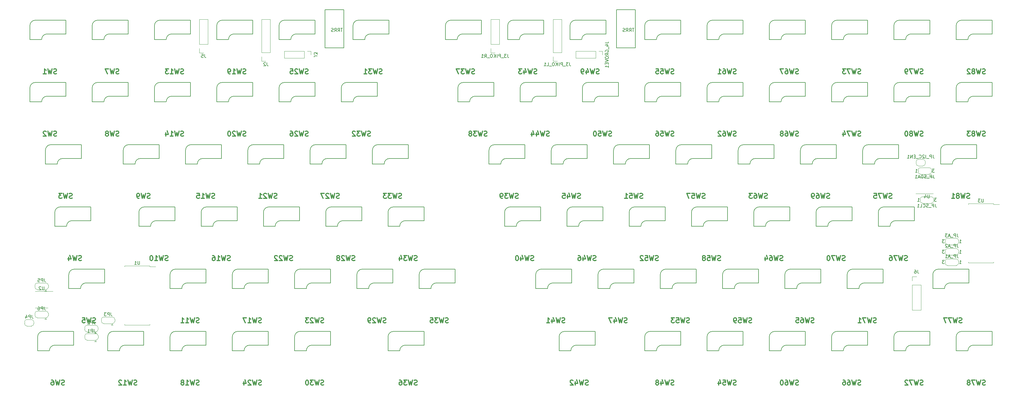
<source format=gbo>
%TF.GenerationSoftware,KiCad,Pcbnew,(5.1.7)-1*%
%TF.CreationDate,2020-12-27T21:22:25+09:00*%
%TF.ProjectId,skb_i2c_lefthand,736b625f-6932-4635-9f6c-65667468616e,rev?*%
%TF.SameCoordinates,Original*%
%TF.FileFunction,Legend,Bot*%
%TF.FilePolarity,Positive*%
%FSLAX46Y46*%
G04 Gerber Fmt 4.6, Leading zero omitted, Abs format (unit mm)*
G04 Created by KiCad (PCBNEW (5.1.7)-1) date 2020-12-27 21:22:25*
%MOMM*%
%LPD*%
G01*
G04 APERTURE LIST*
%ADD10C,0.150000*%
%ADD11C,0.120000*%
%ADD12C,0.304800*%
G04 APERTURE END LIST*
D10*
%TO.C,SW83*%
X320540250Y-54610000D02*
X326270250Y-54610000D01*
X316945250Y-50395000D02*
X326270250Y-50395000D01*
X326270250Y-50400000D02*
X326270250Y-54610000D01*
X315270250Y-52070000D02*
X315270250Y-56285000D01*
X315270250Y-56285000D02*
X318865250Y-56285000D01*
X318865250Y-56285000D02*
G75*
G02*
X320540250Y-54610000I1675000J0D01*
G01*
X315270250Y-52070000D02*
G75*
G02*
X316945250Y-50395000I1675000J0D01*
G01*
%TO.C,SW2*%
X37235000Y-54610000D02*
X42965000Y-54610000D01*
X33640000Y-50395000D02*
X42965000Y-50395000D01*
X42965000Y-50400000D02*
X42965000Y-54610000D01*
X31965000Y-52070000D02*
X31965000Y-56285000D01*
X31965000Y-56285000D02*
X35560000Y-56285000D01*
X35560000Y-56285000D02*
G75*
G02*
X37235000Y-54610000I1675000J0D01*
G01*
X31965000Y-52070000D02*
G75*
G02*
X33640000Y-50395000I1675000J0D01*
G01*
%TO.C,SW52*%
X220527750Y-92710000D02*
X226257750Y-92710000D01*
X216932750Y-88495000D02*
X226257750Y-88495000D01*
X226257750Y-88500000D02*
X226257750Y-92710000D01*
X215257750Y-90170000D02*
X215257750Y-94385000D01*
X215257750Y-94385000D02*
X218852750Y-94385000D01*
X218852750Y-94385000D02*
G75*
G02*
X220527750Y-92710000I1675000J0D01*
G01*
X215257750Y-90170000D02*
G75*
G02*
X216932750Y-88495000I1675000J0D01*
G01*
%TO.C,SW25*%
X113435000Y-35560000D02*
X119165000Y-35560000D01*
X109840000Y-31345000D02*
X119165000Y-31345000D01*
X119165000Y-31350000D02*
X119165000Y-35560000D01*
X108165000Y-33020000D02*
X108165000Y-37235000D01*
X108165000Y-37235000D02*
X111760000Y-37235000D01*
X111760000Y-37235000D02*
G75*
G02*
X113435000Y-35560000I1675000J0D01*
G01*
X108165000Y-33020000D02*
G75*
G02*
X109840000Y-31345000I1675000J0D01*
G01*
%TO.C,SW11*%
X80097500Y-111760000D02*
X85827500Y-111760000D01*
X76502500Y-107545000D02*
X85827500Y-107545000D01*
X85827500Y-107550000D02*
X85827500Y-111760000D01*
X74827500Y-109220000D02*
X74827500Y-113435000D01*
X74827500Y-113435000D02*
X78422500Y-113435000D01*
X78422500Y-113435000D02*
G75*
G02*
X80097500Y-111760000I1675000J0D01*
G01*
X74827500Y-109220000D02*
G75*
G02*
X76502500Y-107545000I1675000J0D01*
G01*
%TO.C,SW12*%
X61047500Y-130810000D02*
X66777500Y-130810000D01*
X57452500Y-126595000D02*
X66777500Y-126595000D01*
X66777500Y-126600000D02*
X66777500Y-130810000D01*
X55777500Y-128270000D02*
X55777500Y-132485000D01*
X55777500Y-132485000D02*
X59372500Y-132485000D01*
X59372500Y-132485000D02*
G75*
G02*
X61047500Y-130810000I1675000J0D01*
G01*
X55777500Y-128270000D02*
G75*
G02*
X57452500Y-126595000I1675000J0D01*
G01*
%TO.C,SW32*%
X132485000Y-54610000D02*
X138215000Y-54610000D01*
X128890000Y-50395000D02*
X138215000Y-50395000D01*
X138215000Y-50400000D02*
X138215000Y-54610000D01*
X127215000Y-52070000D02*
X127215000Y-56285000D01*
X127215000Y-56285000D02*
X130810000Y-56285000D01*
X130810000Y-56285000D02*
G75*
G02*
X132485000Y-54610000I1675000J0D01*
G01*
X127215000Y-52070000D02*
G75*
G02*
X128890000Y-50395000I1675000J0D01*
G01*
D11*
%TO.C,U1*%
X64770000Y-124630000D02*
X60910000Y-124630000D01*
X60910000Y-124630000D02*
X60910000Y-124385000D01*
X64770000Y-124630000D02*
X68630000Y-124630000D01*
X68630000Y-124630000D02*
X68630000Y-124385000D01*
X64770000Y-106510000D02*
X60910000Y-106510000D01*
X60910000Y-106510000D02*
X60910000Y-106755000D01*
X64770000Y-106510000D02*
X68630000Y-106510000D01*
X68630000Y-106510000D02*
X68630000Y-106755000D01*
X68630000Y-106755000D02*
X70445000Y-106755000D01*
%TO.C,U2*%
X35560000Y-114280000D02*
X39010000Y-114280000D01*
X35560000Y-114280000D02*
X33610000Y-114280000D01*
X35560000Y-119400000D02*
X37510000Y-119400000D01*
X35560000Y-119400000D02*
X33610000Y-119400000D01*
D10*
%TO.C,SW36*%
X146772500Y-130810000D02*
X152502500Y-130810000D01*
X143177500Y-126595000D02*
X152502500Y-126595000D01*
X152502500Y-126600000D02*
X152502500Y-130810000D01*
X141502500Y-128270000D02*
X141502500Y-132485000D01*
X141502500Y-132485000D02*
X145097500Y-132485000D01*
X145097500Y-132485000D02*
G75*
G02*
X146772500Y-130810000I1675000J0D01*
G01*
X141502500Y-128270000D02*
G75*
G02*
X143177500Y-126595000I1675000J0D01*
G01*
%TO.C,SW35*%
X156297500Y-111760000D02*
X162027500Y-111760000D01*
X152702500Y-107545000D02*
X162027500Y-107545000D01*
X162027500Y-107550000D02*
X162027500Y-111760000D01*
X151027500Y-109220000D02*
X151027500Y-113435000D01*
X151027500Y-113435000D02*
X154622500Y-113435000D01*
X154622500Y-113435000D02*
G75*
G02*
X156297500Y-111760000I1675000J0D01*
G01*
X151027500Y-109220000D02*
G75*
G02*
X152702500Y-107545000I1675000J0D01*
G01*
%TO.C,SW34*%
X146772500Y-92710000D02*
X152502500Y-92710000D01*
X143177500Y-88495000D02*
X152502500Y-88495000D01*
X152502500Y-88500000D02*
X152502500Y-92710000D01*
X141502500Y-90170000D02*
X141502500Y-94385000D01*
X141502500Y-94385000D02*
X145097500Y-94385000D01*
X145097500Y-94385000D02*
G75*
G02*
X146772500Y-92710000I1675000J0D01*
G01*
X141502500Y-90170000D02*
G75*
G02*
X143177500Y-88495000I1675000J0D01*
G01*
%TO.C,SW33*%
X142010000Y-73660000D02*
X147740000Y-73660000D01*
X138415000Y-69445000D02*
X147740000Y-69445000D01*
X147740000Y-69450000D02*
X147740000Y-73660000D01*
X136740000Y-71120000D02*
X136740000Y-75335000D01*
X136740000Y-75335000D02*
X140335000Y-75335000D01*
X140335000Y-75335000D02*
G75*
G02*
X142010000Y-73660000I1675000J0D01*
G01*
X136740000Y-71120000D02*
G75*
G02*
X138415000Y-69445000I1675000J0D01*
G01*
%TO.C,SW31*%
X136056875Y-35560000D02*
X141786875Y-35560000D01*
X132461875Y-31345000D02*
X141786875Y-31345000D01*
X141786875Y-31350000D02*
X141786875Y-35560000D01*
X130786875Y-33020000D02*
X130786875Y-37235000D01*
X130786875Y-37235000D02*
X134381875Y-37235000D01*
X134381875Y-37235000D02*
G75*
G02*
X136056875Y-35560000I1675000J0D01*
G01*
X130786875Y-33020000D02*
G75*
G02*
X132461875Y-31345000I1675000J0D01*
G01*
%TO.C,SW30*%
X118197500Y-130810000D02*
X123927500Y-130810000D01*
X114602500Y-126595000D02*
X123927500Y-126595000D01*
X123927500Y-126600000D02*
X123927500Y-130810000D01*
X112927500Y-128270000D02*
X112927500Y-132485000D01*
X112927500Y-132485000D02*
X116522500Y-132485000D01*
X116522500Y-132485000D02*
G75*
G02*
X118197500Y-130810000I1675000J0D01*
G01*
X112927500Y-128270000D02*
G75*
G02*
X114602500Y-126595000I1675000J0D01*
G01*
%TO.C,SW29*%
X137247500Y-111760000D02*
X142977500Y-111760000D01*
X133652500Y-107545000D02*
X142977500Y-107545000D01*
X142977500Y-107550000D02*
X142977500Y-111760000D01*
X131977500Y-109220000D02*
X131977500Y-113435000D01*
X131977500Y-113435000D02*
X135572500Y-113435000D01*
X135572500Y-113435000D02*
G75*
G02*
X137247500Y-111760000I1675000J0D01*
G01*
X131977500Y-109220000D02*
G75*
G02*
X133652500Y-107545000I1675000J0D01*
G01*
%TO.C,SW28*%
X127722500Y-92710000D02*
X133452500Y-92710000D01*
X124127500Y-88495000D02*
X133452500Y-88495000D01*
X133452500Y-88500000D02*
X133452500Y-92710000D01*
X122452500Y-90170000D02*
X122452500Y-94385000D01*
X122452500Y-94385000D02*
X126047500Y-94385000D01*
X126047500Y-94385000D02*
G75*
G02*
X127722500Y-92710000I1675000J0D01*
G01*
X122452500Y-90170000D02*
G75*
G02*
X124127500Y-88495000I1675000J0D01*
G01*
%TO.C,SW27*%
X122960000Y-73660000D02*
X128690000Y-73660000D01*
X119365000Y-69445000D02*
X128690000Y-69445000D01*
X128690000Y-69450000D02*
X128690000Y-73660000D01*
X117690000Y-71120000D02*
X117690000Y-75335000D01*
X117690000Y-75335000D02*
X121285000Y-75335000D01*
X121285000Y-75335000D02*
G75*
G02*
X122960000Y-73660000I1675000J0D01*
G01*
X117690000Y-71120000D02*
G75*
G02*
X119365000Y-69445000I1675000J0D01*
G01*
%TO.C,SW26*%
X113435000Y-54610000D02*
X119165000Y-54610000D01*
X109840000Y-50395000D02*
X119165000Y-50395000D01*
X119165000Y-50400000D02*
X119165000Y-54610000D01*
X108165000Y-52070000D02*
X108165000Y-56285000D01*
X108165000Y-56285000D02*
X111760000Y-56285000D01*
X111760000Y-56285000D02*
G75*
G02*
X113435000Y-54610000I1675000J0D01*
G01*
X108165000Y-52070000D02*
G75*
G02*
X109840000Y-50395000I1675000J0D01*
G01*
%TO.C,SW24*%
X99147500Y-130810000D02*
X104877500Y-130810000D01*
X95552500Y-126595000D02*
X104877500Y-126595000D01*
X104877500Y-126600000D02*
X104877500Y-130810000D01*
X93877500Y-128270000D02*
X93877500Y-132485000D01*
X93877500Y-132485000D02*
X97472500Y-132485000D01*
X97472500Y-132485000D02*
G75*
G02*
X99147500Y-130810000I1675000J0D01*
G01*
X93877500Y-128270000D02*
G75*
G02*
X95552500Y-126595000I1675000J0D01*
G01*
%TO.C,SW23*%
X118197500Y-111760000D02*
X123927500Y-111760000D01*
X114602500Y-107545000D02*
X123927500Y-107545000D01*
X123927500Y-107550000D02*
X123927500Y-111760000D01*
X112927500Y-109220000D02*
X112927500Y-113435000D01*
X112927500Y-113435000D02*
X116522500Y-113435000D01*
X116522500Y-113435000D02*
G75*
G02*
X118197500Y-111760000I1675000J0D01*
G01*
X112927500Y-109220000D02*
G75*
G02*
X114602500Y-107545000I1675000J0D01*
G01*
%TO.C,SW22*%
X108672500Y-92710000D02*
X114402500Y-92710000D01*
X105077500Y-88495000D02*
X114402500Y-88495000D01*
X114402500Y-88500000D02*
X114402500Y-92710000D01*
X103402500Y-90170000D02*
X103402500Y-94385000D01*
X103402500Y-94385000D02*
X106997500Y-94385000D01*
X106997500Y-94385000D02*
G75*
G02*
X108672500Y-92710000I1675000J0D01*
G01*
X103402500Y-90170000D02*
G75*
G02*
X105077500Y-88495000I1675000J0D01*
G01*
%TO.C,SW21*%
X103910000Y-73660000D02*
X109640000Y-73660000D01*
X100315000Y-69445000D02*
X109640000Y-69445000D01*
X109640000Y-69450000D02*
X109640000Y-73660000D01*
X98640000Y-71120000D02*
X98640000Y-75335000D01*
X98640000Y-75335000D02*
X102235000Y-75335000D01*
X102235000Y-75335000D02*
G75*
G02*
X103910000Y-73660000I1675000J0D01*
G01*
X98640000Y-71120000D02*
G75*
G02*
X100315000Y-69445000I1675000J0D01*
G01*
%TO.C,SW20*%
X94385000Y-54610000D02*
X100115000Y-54610000D01*
X90790000Y-50395000D02*
X100115000Y-50395000D01*
X100115000Y-50400000D02*
X100115000Y-54610000D01*
X89115000Y-52070000D02*
X89115000Y-56285000D01*
X89115000Y-56285000D02*
X92710000Y-56285000D01*
X92710000Y-56285000D02*
G75*
G02*
X94385000Y-54610000I1675000J0D01*
G01*
X89115000Y-52070000D02*
G75*
G02*
X90790000Y-50395000I1675000J0D01*
G01*
%TO.C,SW19*%
X94385000Y-35560000D02*
X100115000Y-35560000D01*
X90790000Y-31345000D02*
X100115000Y-31345000D01*
X100115000Y-31350000D02*
X100115000Y-35560000D01*
X89115000Y-33020000D02*
X89115000Y-37235000D01*
X89115000Y-37235000D02*
X92710000Y-37235000D01*
X92710000Y-37235000D02*
G75*
G02*
X94385000Y-35560000I1675000J0D01*
G01*
X89115000Y-33020000D02*
G75*
G02*
X90790000Y-31345000I1675000J0D01*
G01*
%TO.C,SW18*%
X80097500Y-130810000D02*
X85827500Y-130810000D01*
X76502500Y-126595000D02*
X85827500Y-126595000D01*
X85827500Y-126600000D02*
X85827500Y-130810000D01*
X74827500Y-128270000D02*
X74827500Y-132485000D01*
X74827500Y-132485000D02*
X78422500Y-132485000D01*
X78422500Y-132485000D02*
G75*
G02*
X80097500Y-130810000I1675000J0D01*
G01*
X74827500Y-128270000D02*
G75*
G02*
X76502500Y-126595000I1675000J0D01*
G01*
%TO.C,SW17*%
X99147500Y-111760000D02*
X104877500Y-111760000D01*
X95552500Y-107545000D02*
X104877500Y-107545000D01*
X104877500Y-107550000D02*
X104877500Y-111760000D01*
X93877500Y-109220000D02*
X93877500Y-113435000D01*
X93877500Y-113435000D02*
X97472500Y-113435000D01*
X97472500Y-113435000D02*
G75*
G02*
X99147500Y-111760000I1675000J0D01*
G01*
X93877500Y-109220000D02*
G75*
G02*
X95552500Y-107545000I1675000J0D01*
G01*
%TO.C,SW16*%
X89622500Y-92710000D02*
X95352500Y-92710000D01*
X86027500Y-88495000D02*
X95352500Y-88495000D01*
X95352500Y-88500000D02*
X95352500Y-92710000D01*
X84352500Y-90170000D02*
X84352500Y-94385000D01*
X84352500Y-94385000D02*
X87947500Y-94385000D01*
X87947500Y-94385000D02*
G75*
G02*
X89622500Y-92710000I1675000J0D01*
G01*
X84352500Y-90170000D02*
G75*
G02*
X86027500Y-88495000I1675000J0D01*
G01*
%TO.C,SW15*%
X84860000Y-73660000D02*
X90590000Y-73660000D01*
X81265000Y-69445000D02*
X90590000Y-69445000D01*
X90590000Y-69450000D02*
X90590000Y-73660000D01*
X79590000Y-71120000D02*
X79590000Y-75335000D01*
X79590000Y-75335000D02*
X83185000Y-75335000D01*
X83185000Y-75335000D02*
G75*
G02*
X84860000Y-73660000I1675000J0D01*
G01*
X79590000Y-71120000D02*
G75*
G02*
X81265000Y-69445000I1675000J0D01*
G01*
%TO.C,SW14*%
X75335000Y-54610000D02*
X81065000Y-54610000D01*
X71740000Y-50395000D02*
X81065000Y-50395000D01*
X81065000Y-50400000D02*
X81065000Y-54610000D01*
X70065000Y-52070000D02*
X70065000Y-56285000D01*
X70065000Y-56285000D02*
X73660000Y-56285000D01*
X73660000Y-56285000D02*
G75*
G02*
X75335000Y-54610000I1675000J0D01*
G01*
X70065000Y-52070000D02*
G75*
G02*
X71740000Y-50395000I1675000J0D01*
G01*
%TO.C,SW13*%
X75335000Y-35560000D02*
X81065000Y-35560000D01*
X71740000Y-31345000D02*
X81065000Y-31345000D01*
X81065000Y-31350000D02*
X81065000Y-35560000D01*
X70065000Y-33020000D02*
X70065000Y-37235000D01*
X70065000Y-37235000D02*
X73660000Y-37235000D01*
X73660000Y-37235000D02*
G75*
G02*
X75335000Y-35560000I1675000J0D01*
G01*
X70065000Y-33020000D02*
G75*
G02*
X71740000Y-31345000I1675000J0D01*
G01*
%TO.C,SW10*%
X70572500Y-92710000D02*
X76302500Y-92710000D01*
X66977500Y-88495000D02*
X76302500Y-88495000D01*
X76302500Y-88500000D02*
X76302500Y-92710000D01*
X65302500Y-90170000D02*
X65302500Y-94385000D01*
X65302500Y-94385000D02*
X68897500Y-94385000D01*
X68897500Y-94385000D02*
G75*
G02*
X70572500Y-92710000I1675000J0D01*
G01*
X65302500Y-90170000D02*
G75*
G02*
X66977500Y-88495000I1675000J0D01*
G01*
%TO.C,SW9*%
X65810000Y-73660000D02*
X71540000Y-73660000D01*
X62215000Y-69445000D02*
X71540000Y-69445000D01*
X71540000Y-69450000D02*
X71540000Y-73660000D01*
X60540000Y-71120000D02*
X60540000Y-75335000D01*
X60540000Y-75335000D02*
X64135000Y-75335000D01*
X64135000Y-75335000D02*
G75*
G02*
X65810000Y-73660000I1675000J0D01*
G01*
X60540000Y-71120000D02*
G75*
G02*
X62215000Y-69445000I1675000J0D01*
G01*
%TO.C,SW8*%
X56285000Y-54610000D02*
X62015000Y-54610000D01*
X52690000Y-50395000D02*
X62015000Y-50395000D01*
X62015000Y-50400000D02*
X62015000Y-54610000D01*
X51015000Y-52070000D02*
X51015000Y-56285000D01*
X51015000Y-56285000D02*
X54610000Y-56285000D01*
X54610000Y-56285000D02*
G75*
G02*
X56285000Y-54610000I1675000J0D01*
G01*
X51015000Y-52070000D02*
G75*
G02*
X52690000Y-50395000I1675000J0D01*
G01*
%TO.C,SW7*%
X56285000Y-35560000D02*
X62015000Y-35560000D01*
X52690000Y-31345000D02*
X62015000Y-31345000D01*
X62015000Y-31350000D02*
X62015000Y-35560000D01*
X51015000Y-33020000D02*
X51015000Y-37235000D01*
X51015000Y-37235000D02*
X54610000Y-37235000D01*
X54610000Y-37235000D02*
G75*
G02*
X56285000Y-35560000I1675000J0D01*
G01*
X51015000Y-33020000D02*
G75*
G02*
X52690000Y-31345000I1675000J0D01*
G01*
%TO.C,SW6*%
X39616250Y-130810000D02*
X45346250Y-130810000D01*
X36021250Y-126595000D02*
X45346250Y-126595000D01*
X45346250Y-126600000D02*
X45346250Y-130810000D01*
X34346250Y-128270000D02*
X34346250Y-132485000D01*
X34346250Y-132485000D02*
X37941250Y-132485000D01*
X37941250Y-132485000D02*
G75*
G02*
X39616250Y-130810000I1675000J0D01*
G01*
X34346250Y-128270000D02*
G75*
G02*
X36021250Y-126595000I1675000J0D01*
G01*
%TO.C,SW5*%
X49141250Y-111760000D02*
X54871250Y-111760000D01*
X45546250Y-107545000D02*
X54871250Y-107545000D01*
X54871250Y-107550000D02*
X54871250Y-111760000D01*
X43871250Y-109220000D02*
X43871250Y-113435000D01*
X43871250Y-113435000D02*
X47466250Y-113435000D01*
X47466250Y-113435000D02*
G75*
G02*
X49141250Y-111760000I1675000J0D01*
G01*
X43871250Y-109220000D02*
G75*
G02*
X45546250Y-107545000I1675000J0D01*
G01*
%TO.C,SW4*%
X44855000Y-92710000D02*
X50585000Y-92710000D01*
X41260000Y-88495000D02*
X50585000Y-88495000D01*
X50585000Y-88500000D02*
X50585000Y-92710000D01*
X39585000Y-90170000D02*
X39585000Y-94385000D01*
X39585000Y-94385000D02*
X43180000Y-94385000D01*
X43180000Y-94385000D02*
G75*
G02*
X44855000Y-92710000I1675000J0D01*
G01*
X39585000Y-90170000D02*
G75*
G02*
X41260000Y-88495000I1675000J0D01*
G01*
%TO.C,SW3*%
X41997500Y-73660000D02*
X47727500Y-73660000D01*
X38402500Y-69445000D02*
X47727500Y-69445000D01*
X47727500Y-69450000D02*
X47727500Y-73660000D01*
X36727500Y-71120000D02*
X36727500Y-75335000D01*
X36727500Y-75335000D02*
X40322500Y-75335000D01*
X40322500Y-75335000D02*
G75*
G02*
X41997500Y-73660000I1675000J0D01*
G01*
X36727500Y-71120000D02*
G75*
G02*
X38402500Y-69445000I1675000J0D01*
G01*
%TO.C,SW1*%
X37235000Y-35560000D02*
X42965000Y-35560000D01*
X33640000Y-31345000D02*
X42965000Y-31345000D01*
X42965000Y-31350000D02*
X42965000Y-35560000D01*
X31965000Y-33020000D02*
X31965000Y-37235000D01*
X31965000Y-37235000D02*
X35560000Y-37235000D01*
X35560000Y-37235000D02*
G75*
G02*
X37235000Y-35560000I1675000J0D01*
G01*
X31965000Y-33020000D02*
G75*
G02*
X33640000Y-31345000I1675000J0D01*
G01*
D11*
%TO.C,JP4*%
X33150000Y-124252000D02*
X33150000Y-123652000D01*
X31050000Y-124952000D02*
X32450000Y-124952000D01*
X30350000Y-123652000D02*
X30350000Y-124252000D01*
X32450000Y-122952000D02*
X31050000Y-122952000D01*
X33150000Y-123652000D02*
G75*
G03*
X32450000Y-122952000I-700000J0D01*
G01*
X32450000Y-124952000D02*
G75*
G03*
X33150000Y-124252000I0J700000D01*
G01*
X30350000Y-124252000D02*
G75*
G03*
X31050000Y-124952000I700000J0D01*
G01*
X31050000Y-122952000D02*
G75*
G03*
X30350000Y-123652000I0J-700000D01*
G01*
%TO.C,JP3*%
X57080000Y-124390000D02*
X56780000Y-124690000D01*
X57380000Y-124690000D02*
X56780000Y-124690000D01*
X57080000Y-124390000D02*
X57380000Y-124690000D01*
X57930000Y-123490000D02*
X57930000Y-122890000D01*
X54480000Y-124190000D02*
X57280000Y-124190000D01*
X53830000Y-122890000D02*
X53830000Y-123490000D01*
X57280000Y-122190000D02*
X54480000Y-122190000D01*
X57930000Y-122890000D02*
G75*
G03*
X57230000Y-122190000I-700000J0D01*
G01*
X57230000Y-124190000D02*
G75*
G03*
X57930000Y-123490000I0J700000D01*
G01*
X53830000Y-123490000D02*
G75*
G03*
X54530000Y-124190000I700000J0D01*
G01*
X54530000Y-122190000D02*
G75*
G03*
X53830000Y-122890000I0J-700000D01*
G01*
%TO.C,JP2*%
X51970000Y-126930000D02*
X51670000Y-127230000D01*
X52270000Y-127230000D02*
X51670000Y-127230000D01*
X51970000Y-126930000D02*
X52270000Y-127230000D01*
X52820000Y-126030000D02*
X52820000Y-125430000D01*
X49370000Y-126730000D02*
X52170000Y-126730000D01*
X48720000Y-125430000D02*
X48720000Y-126030000D01*
X52170000Y-124730000D02*
X49370000Y-124730000D01*
X52820000Y-125430000D02*
G75*
G03*
X52120000Y-124730000I-700000J0D01*
G01*
X52120000Y-126730000D02*
G75*
G03*
X52820000Y-126030000I0J700000D01*
G01*
X48720000Y-126030000D02*
G75*
G03*
X49420000Y-126730000I700000J0D01*
G01*
X49420000Y-124730000D02*
G75*
G03*
X48720000Y-125430000I0J-700000D01*
G01*
%TO.C,JP1*%
X52000000Y-129470000D02*
X51700000Y-129770000D01*
X52300000Y-129770000D02*
X51700000Y-129770000D01*
X52000000Y-129470000D02*
X52300000Y-129770000D01*
X52850000Y-128570000D02*
X52850000Y-127970000D01*
X49400000Y-129270000D02*
X52200000Y-129270000D01*
X48750000Y-127970000D02*
X48750000Y-128570000D01*
X52200000Y-127270000D02*
X49400000Y-127270000D01*
X52850000Y-127970000D02*
G75*
G03*
X52150000Y-127270000I-700000J0D01*
G01*
X52150000Y-129270000D02*
G75*
G03*
X52850000Y-128570000I0J700000D01*
G01*
X48750000Y-128570000D02*
G75*
G03*
X49450000Y-129270000I700000J0D01*
G01*
X49450000Y-127270000D02*
G75*
G03*
X48750000Y-127970000I0J-700000D01*
G01*
%TO.C,JP5*%
X36960000Y-111776000D02*
X34160000Y-111776000D01*
X33510000Y-112476000D02*
X33510000Y-113076000D01*
X34160000Y-113776000D02*
X36960000Y-113776000D01*
X37610000Y-113076000D02*
X37610000Y-112476000D01*
X36760000Y-113976000D02*
X37060000Y-114276000D01*
X37060000Y-114276000D02*
X36460000Y-114276000D01*
X36760000Y-113976000D02*
X36460000Y-114276000D01*
X37610000Y-112476000D02*
G75*
G03*
X36910000Y-111776000I-700000J0D01*
G01*
X36910000Y-113776000D02*
G75*
G03*
X37610000Y-113076000I0J700000D01*
G01*
X33510000Y-113076000D02*
G75*
G03*
X34210000Y-113776000I700000J0D01*
G01*
X34210000Y-111776000D02*
G75*
G03*
X33510000Y-112476000I0J-700000D01*
G01*
%TO.C,JP6*%
X36760000Y-122612000D02*
X36460000Y-122912000D01*
X37060000Y-122912000D02*
X36460000Y-122912000D01*
X36760000Y-122612000D02*
X37060000Y-122912000D01*
X37610000Y-121712000D02*
X37610000Y-121112000D01*
X34160000Y-122412000D02*
X36960000Y-122412000D01*
X33510000Y-121112000D02*
X33510000Y-121712000D01*
X36960000Y-120412000D02*
X34160000Y-120412000D01*
X34210000Y-120412000D02*
G75*
G03*
X33510000Y-121112000I0J-700000D01*
G01*
X33510000Y-121712000D02*
G75*
G03*
X34210000Y-122412000I700000J0D01*
G01*
X36910000Y-122412000D02*
G75*
G03*
X37610000Y-121712000I0J700000D01*
G01*
X37610000Y-121112000D02*
G75*
G03*
X36910000Y-120412000I-700000J0D01*
G01*
D10*
%TO.C,J1*%
X127995000Y-28090000D02*
X122195000Y-28090000D01*
X122195000Y-28090000D02*
X122195000Y-39840000D01*
X122195000Y-39840000D02*
X127995000Y-39840000D01*
X127995000Y-39840000D02*
X127995000Y-28090000D01*
D11*
%TO.C,J2*%
X102810000Y-31055000D02*
X105470000Y-31055000D01*
X102810000Y-41275000D02*
X102810000Y-31055000D01*
X105470000Y-41275000D02*
X105470000Y-31055000D01*
X102810000Y-41275000D02*
X105470000Y-41275000D01*
X102810000Y-42545000D02*
X102810000Y-43875000D01*
X102810000Y-43875000D02*
X104140000Y-43875000D01*
%TO.C,J3*%
X117900000Y-41910000D02*
X117900000Y-40850000D01*
X117900000Y-40850000D02*
X116840000Y-40850000D01*
X115840000Y-40850000D02*
X109780000Y-40850000D01*
X109780000Y-42970000D02*
X109780000Y-40850000D01*
X115840000Y-42970000D02*
X109780000Y-42970000D01*
X115840000Y-42970000D02*
X115840000Y-40850000D01*
%TO.C,J5*%
X83760000Y-41335000D02*
X85090000Y-41335000D01*
X83760000Y-40005000D02*
X83760000Y-41335000D01*
X83760000Y-38735000D02*
X86420000Y-38735000D01*
X86420000Y-38735000D02*
X86420000Y-31055000D01*
X83760000Y-38735000D02*
X83760000Y-31055000D01*
X83760000Y-31055000D02*
X86420000Y-31055000D01*
%TO.C,J6*%
X304479000Y-112395000D02*
X301819000Y-112395000D01*
X304479000Y-112395000D02*
X304479000Y-120075000D01*
X304479000Y-120075000D02*
X301819000Y-120075000D01*
X301819000Y-112395000D02*
X301819000Y-120075000D01*
X301819000Y-109795000D02*
X301819000Y-111125000D01*
X303149000Y-109795000D02*
X301819000Y-109795000D01*
D10*
%TO.C,J2_TRRS1*%
X217149000Y-28090000D02*
X211349000Y-28090000D01*
X211349000Y-28090000D02*
X211349000Y-39840000D01*
X211349000Y-39840000D02*
X217149000Y-39840000D01*
X217149000Y-39840000D02*
X217149000Y-28090000D01*
D11*
%TO.C,J3_PIKO_L1*%
X191964000Y-31055000D02*
X194624000Y-31055000D01*
X191964000Y-41275000D02*
X191964000Y-31055000D01*
X194624000Y-41275000D02*
X194624000Y-31055000D01*
X191964000Y-41275000D02*
X194624000Y-41275000D01*
X191964000Y-42545000D02*
X191964000Y-43875000D01*
X191964000Y-43875000D02*
X193294000Y-43875000D01*
%TO.C,J3_PIKO_R1*%
X172914000Y-41335000D02*
X174244000Y-41335000D01*
X172914000Y-40005000D02*
X172914000Y-41335000D01*
X172914000Y-38735000D02*
X175574000Y-38735000D01*
X175574000Y-38735000D02*
X175574000Y-31055000D01*
X172914000Y-38735000D02*
X172914000Y-31055000D01*
X172914000Y-31055000D02*
X175574000Y-31055000D01*
%TO.C,J4_GROVE1*%
X207054000Y-41910000D02*
X207054000Y-40850000D01*
X207054000Y-40850000D02*
X205994000Y-40850000D01*
X204994000Y-40850000D02*
X198934000Y-40850000D01*
X198934000Y-42970000D02*
X198934000Y-40850000D01*
X204994000Y-42970000D02*
X198934000Y-42970000D01*
X204994000Y-42970000D02*
X204994000Y-40850000D01*
%TO.C,JP_A1*%
X315994000Y-105710000D02*
X315994000Y-105110000D01*
X312544000Y-106410000D02*
X315344000Y-106410000D01*
X311894000Y-105110000D02*
X311894000Y-105710000D01*
X315344000Y-104410000D02*
X312544000Y-104410000D01*
X312594000Y-104410000D02*
G75*
G03*
X311894000Y-105110000I0J-700000D01*
G01*
X311894000Y-105710000D02*
G75*
G03*
X312594000Y-106410000I700000J0D01*
G01*
X315294000Y-106410000D02*
G75*
G03*
X315994000Y-105710000I0J700000D01*
G01*
X315994000Y-105110000D02*
G75*
G03*
X315294000Y-104410000I-700000J0D01*
G01*
%TO.C,JP_A2*%
X315344000Y-101235000D02*
X312544000Y-101235000D01*
X311894000Y-101935000D02*
X311894000Y-102535000D01*
X312544000Y-103235000D02*
X315344000Y-103235000D01*
X315994000Y-102535000D02*
X315994000Y-101935000D01*
X315994000Y-101935000D02*
G75*
G03*
X315294000Y-101235000I-700000J0D01*
G01*
X315294000Y-103235000D02*
G75*
G03*
X315994000Y-102535000I0J700000D01*
G01*
X311894000Y-102535000D02*
G75*
G03*
X312594000Y-103235000I700000J0D01*
G01*
X312594000Y-101235000D02*
G75*
G03*
X311894000Y-101935000I0J-700000D01*
G01*
%TO.C,JP_A3*%
X315344000Y-98060000D02*
X312544000Y-98060000D01*
X311894000Y-98760000D02*
X311894000Y-99360000D01*
X312544000Y-100060000D02*
X315344000Y-100060000D01*
X315994000Y-99360000D02*
X315994000Y-98760000D01*
X315994000Y-98760000D02*
G75*
G03*
X315294000Y-98060000I-700000J0D01*
G01*
X315294000Y-100060000D02*
G75*
G03*
X315994000Y-99360000I0J700000D01*
G01*
X311894000Y-99360000D02*
G75*
G03*
X312594000Y-100060000I700000J0D01*
G01*
X312594000Y-98060000D02*
G75*
G03*
X311894000Y-98760000I0J-700000D01*
G01*
%TO.C,JP_I2C_EN1*%
X305119000Y-73930000D02*
X303719000Y-73930000D01*
X303019000Y-74630000D02*
X303019000Y-75230000D01*
X303719000Y-75930000D02*
X305119000Y-75930000D01*
X305819000Y-75230000D02*
X305819000Y-74630000D01*
X305819000Y-74630000D02*
G75*
G03*
X305119000Y-73930000I-700000J0D01*
G01*
X305119000Y-75930000D02*
G75*
G03*
X305819000Y-75230000I0J700000D01*
G01*
X303019000Y-75230000D02*
G75*
G03*
X303719000Y-75930000I700000J0D01*
G01*
X303719000Y-73930000D02*
G75*
G03*
X303019000Y-74630000I0J-700000D01*
G01*
%TO.C,JP_SCL1*%
X304274000Y-86060000D02*
X304274000Y-86660000D01*
X307724000Y-85360000D02*
X304924000Y-85360000D01*
X308374000Y-86660000D02*
X308374000Y-86060000D01*
X304924000Y-87360000D02*
X307724000Y-87360000D01*
X307674000Y-87360000D02*
G75*
G03*
X308374000Y-86660000I0J700000D01*
G01*
X308374000Y-86060000D02*
G75*
G03*
X307674000Y-85360000I-700000J0D01*
G01*
X304974000Y-85360000D02*
G75*
G03*
X304274000Y-86060000I0J-700000D01*
G01*
X304274000Y-86660000D02*
G75*
G03*
X304974000Y-87360000I700000J0D01*
G01*
%TO.C,JP_SDA1*%
X304289000Y-78470000D02*
X307089000Y-78470000D01*
X307739000Y-77770000D02*
X307739000Y-77170000D01*
X307089000Y-76470000D02*
X304289000Y-76470000D01*
X303639000Y-77170000D02*
X303639000Y-77770000D01*
X303639000Y-77770000D02*
G75*
G03*
X304339000Y-78470000I700000J0D01*
G01*
X304339000Y-76470000D02*
G75*
G03*
X303639000Y-77170000I0J-700000D01*
G01*
X307739000Y-77170000D02*
G75*
G03*
X307039000Y-76470000I-700000J0D01*
G01*
X307039000Y-78470000D02*
G75*
G03*
X307739000Y-77770000I0J700000D01*
G01*
D10*
%TO.C,SW37*%
X164330250Y-35560000D02*
X170060250Y-35560000D01*
X160735250Y-31345000D02*
X170060250Y-31345000D01*
X170060250Y-31350000D02*
X170060250Y-35560000D01*
X159060250Y-33020000D02*
X159060250Y-37235000D01*
X159060250Y-37235000D02*
X162655250Y-37235000D01*
X162655250Y-37235000D02*
G75*
G02*
X164330250Y-35560000I1675000J0D01*
G01*
X159060250Y-33020000D02*
G75*
G02*
X160735250Y-31345000I1675000J0D01*
G01*
%TO.C,SW38*%
X162870250Y-56285000D02*
X166465250Y-56285000D01*
X162870250Y-52070000D02*
X162870250Y-56285000D01*
X173870250Y-50400000D02*
X173870250Y-54610000D01*
X164545250Y-50395000D02*
X173870250Y-50395000D01*
X168140250Y-54610000D02*
X173870250Y-54610000D01*
X162870250Y-52070000D02*
G75*
G02*
X164545250Y-50395000I1675000J0D01*
G01*
X166465250Y-56285000D02*
G75*
G02*
X168140250Y-54610000I1675000J0D01*
G01*
%TO.C,SW39*%
X172395250Y-75335000D02*
X175990250Y-75335000D01*
X172395250Y-71120000D02*
X172395250Y-75335000D01*
X183395250Y-69450000D02*
X183395250Y-73660000D01*
X174070250Y-69445000D02*
X183395250Y-69445000D01*
X177665250Y-73660000D02*
X183395250Y-73660000D01*
X172395250Y-71120000D02*
G75*
G02*
X174070250Y-69445000I1675000J0D01*
G01*
X175990250Y-75335000D02*
G75*
G02*
X177665250Y-73660000I1675000J0D01*
G01*
%TO.C,SW40*%
X182427750Y-92710000D02*
X188157750Y-92710000D01*
X178832750Y-88495000D02*
X188157750Y-88495000D01*
X188157750Y-88500000D02*
X188157750Y-92710000D01*
X177157750Y-90170000D02*
X177157750Y-94385000D01*
X177157750Y-94385000D02*
X180752750Y-94385000D01*
X180752750Y-94385000D02*
G75*
G02*
X182427750Y-92710000I1675000J0D01*
G01*
X177157750Y-90170000D02*
G75*
G02*
X178832750Y-88495000I1675000J0D01*
G01*
%TO.C,SW41*%
X186682750Y-113435000D02*
X190277750Y-113435000D01*
X186682750Y-109220000D02*
X186682750Y-113435000D01*
X197682750Y-107550000D02*
X197682750Y-111760000D01*
X188357750Y-107545000D02*
X197682750Y-107545000D01*
X191952750Y-111760000D02*
X197682750Y-111760000D01*
X186682750Y-109220000D02*
G75*
G02*
X188357750Y-107545000I1675000J0D01*
G01*
X190277750Y-113435000D02*
G75*
G02*
X191952750Y-111760000I1675000J0D01*
G01*
%TO.C,SW42*%
X199096500Y-130810000D02*
X204826500Y-130810000D01*
X195501500Y-126595000D02*
X204826500Y-126595000D01*
X204826500Y-126600000D02*
X204826500Y-130810000D01*
X193826500Y-128270000D02*
X193826500Y-132485000D01*
X193826500Y-132485000D02*
X197421500Y-132485000D01*
X197421500Y-132485000D02*
G75*
G02*
X199096500Y-130810000I1675000J0D01*
G01*
X193826500Y-128270000D02*
G75*
G02*
X195501500Y-126595000I1675000J0D01*
G01*
%TO.C,SW43*%
X183380250Y-35560000D02*
X189110250Y-35560000D01*
X179785250Y-31345000D02*
X189110250Y-31345000D01*
X189110250Y-31350000D02*
X189110250Y-35560000D01*
X178110250Y-33020000D02*
X178110250Y-37235000D01*
X178110250Y-37235000D02*
X181705250Y-37235000D01*
X181705250Y-37235000D02*
G75*
G02*
X183380250Y-35560000I1675000J0D01*
G01*
X178110250Y-33020000D02*
G75*
G02*
X179785250Y-31345000I1675000J0D01*
G01*
%TO.C,SW44*%
X187190250Y-54610000D02*
X192920250Y-54610000D01*
X183595250Y-50395000D02*
X192920250Y-50395000D01*
X192920250Y-50400000D02*
X192920250Y-54610000D01*
X181920250Y-52070000D02*
X181920250Y-56285000D01*
X181920250Y-56285000D02*
X185515250Y-56285000D01*
X185515250Y-56285000D02*
G75*
G02*
X187190250Y-54610000I1675000J0D01*
G01*
X181920250Y-52070000D02*
G75*
G02*
X183595250Y-50395000I1675000J0D01*
G01*
%TO.C,SW45*%
X191445250Y-75335000D02*
X195040250Y-75335000D01*
X191445250Y-71120000D02*
X191445250Y-75335000D01*
X202445250Y-69450000D02*
X202445250Y-73660000D01*
X193120250Y-69445000D02*
X202445250Y-69445000D01*
X196715250Y-73660000D02*
X202445250Y-73660000D01*
X191445250Y-71120000D02*
G75*
G02*
X193120250Y-69445000I1675000J0D01*
G01*
X195040250Y-75335000D02*
G75*
G02*
X196715250Y-73660000I1675000J0D01*
G01*
%TO.C,SW46*%
X196207750Y-94385000D02*
X199802750Y-94385000D01*
X196207750Y-90170000D02*
X196207750Y-94385000D01*
X207207750Y-88500000D02*
X207207750Y-92710000D01*
X197882750Y-88495000D02*
X207207750Y-88495000D01*
X201477750Y-92710000D02*
X207207750Y-92710000D01*
X196207750Y-90170000D02*
G75*
G02*
X197882750Y-88495000I1675000J0D01*
G01*
X199802750Y-94385000D02*
G75*
G02*
X201477750Y-92710000I1675000J0D01*
G01*
%TO.C,SW47*%
X211002750Y-111760000D02*
X216732750Y-111760000D01*
X207407750Y-107545000D02*
X216732750Y-107545000D01*
X216732750Y-107550000D02*
X216732750Y-111760000D01*
X205732750Y-109220000D02*
X205732750Y-113435000D01*
X205732750Y-113435000D02*
X209327750Y-113435000D01*
X209327750Y-113435000D02*
G75*
G02*
X211002750Y-111760000I1675000J0D01*
G01*
X205732750Y-109220000D02*
G75*
G02*
X207407750Y-107545000I1675000J0D01*
G01*
%TO.C,SW48*%
X220020250Y-132485000D02*
X223615250Y-132485000D01*
X220020250Y-128270000D02*
X220020250Y-132485000D01*
X231020250Y-126600000D02*
X231020250Y-130810000D01*
X221695250Y-126595000D02*
X231020250Y-126595000D01*
X225290250Y-130810000D02*
X231020250Y-130810000D01*
X220020250Y-128270000D02*
G75*
G02*
X221695250Y-126595000I1675000J0D01*
G01*
X223615250Y-132485000D02*
G75*
G02*
X225290250Y-130810000I1675000J0D01*
G01*
%TO.C,SW49*%
X202430250Y-35560000D02*
X208160250Y-35560000D01*
X198835250Y-31345000D02*
X208160250Y-31345000D01*
X208160250Y-31350000D02*
X208160250Y-35560000D01*
X197160250Y-33020000D02*
X197160250Y-37235000D01*
X197160250Y-37235000D02*
X200755250Y-37235000D01*
X200755250Y-37235000D02*
G75*
G02*
X202430250Y-35560000I1675000J0D01*
G01*
X197160250Y-33020000D02*
G75*
G02*
X198835250Y-31345000I1675000J0D01*
G01*
%TO.C,SW50*%
X206240250Y-54610000D02*
X211970250Y-54610000D01*
X202645250Y-50395000D02*
X211970250Y-50395000D01*
X211970250Y-50400000D02*
X211970250Y-54610000D01*
X200970250Y-52070000D02*
X200970250Y-56285000D01*
X200970250Y-56285000D02*
X204565250Y-56285000D01*
X204565250Y-56285000D02*
G75*
G02*
X206240250Y-54610000I1675000J0D01*
G01*
X200970250Y-52070000D02*
G75*
G02*
X202645250Y-50395000I1675000J0D01*
G01*
%TO.C,SW51*%
X215765250Y-73660000D02*
X221495250Y-73660000D01*
X212170250Y-69445000D02*
X221495250Y-69445000D01*
X221495250Y-69450000D02*
X221495250Y-73660000D01*
X210495250Y-71120000D02*
X210495250Y-75335000D01*
X210495250Y-75335000D02*
X214090250Y-75335000D01*
X214090250Y-75335000D02*
G75*
G02*
X215765250Y-73660000I1675000J0D01*
G01*
X210495250Y-71120000D02*
G75*
G02*
X212170250Y-69445000I1675000J0D01*
G01*
%TO.C,SW53*%
X224782750Y-113435000D02*
X228377750Y-113435000D01*
X224782750Y-109220000D02*
X224782750Y-113435000D01*
X235782750Y-107550000D02*
X235782750Y-111760000D01*
X226457750Y-107545000D02*
X235782750Y-107545000D01*
X230052750Y-111760000D02*
X235782750Y-111760000D01*
X224782750Y-109220000D02*
G75*
G02*
X226457750Y-107545000I1675000J0D01*
G01*
X228377750Y-113435000D02*
G75*
G02*
X230052750Y-111760000I1675000J0D01*
G01*
%TO.C,SW54*%
X244340250Y-130810000D02*
X250070250Y-130810000D01*
X240745250Y-126595000D02*
X250070250Y-126595000D01*
X250070250Y-126600000D02*
X250070250Y-130810000D01*
X239070250Y-128270000D02*
X239070250Y-132485000D01*
X239070250Y-132485000D02*
X242665250Y-132485000D01*
X242665250Y-132485000D02*
G75*
G02*
X244340250Y-130810000I1675000J0D01*
G01*
X239070250Y-128270000D02*
G75*
G02*
X240745250Y-126595000I1675000J0D01*
G01*
%TO.C,SW55*%
X220020250Y-37235000D02*
X223615250Y-37235000D01*
X220020250Y-33020000D02*
X220020250Y-37235000D01*
X231020250Y-31350000D02*
X231020250Y-35560000D01*
X221695250Y-31345000D02*
X231020250Y-31345000D01*
X225290250Y-35560000D02*
X231020250Y-35560000D01*
X220020250Y-33020000D02*
G75*
G02*
X221695250Y-31345000I1675000J0D01*
G01*
X223615250Y-37235000D02*
G75*
G02*
X225290250Y-35560000I1675000J0D01*
G01*
%TO.C,SW56*%
X225290250Y-54610000D02*
X231020250Y-54610000D01*
X221695250Y-50395000D02*
X231020250Y-50395000D01*
X231020250Y-50400000D02*
X231020250Y-54610000D01*
X220020250Y-52070000D02*
X220020250Y-56285000D01*
X220020250Y-56285000D02*
X223615250Y-56285000D01*
X223615250Y-56285000D02*
G75*
G02*
X225290250Y-54610000I1675000J0D01*
G01*
X220020250Y-52070000D02*
G75*
G02*
X221695250Y-50395000I1675000J0D01*
G01*
%TO.C,SW57*%
X229545250Y-75335000D02*
X233140250Y-75335000D01*
X229545250Y-71120000D02*
X229545250Y-75335000D01*
X240545250Y-69450000D02*
X240545250Y-73660000D01*
X231220250Y-69445000D02*
X240545250Y-69445000D01*
X234815250Y-73660000D02*
X240545250Y-73660000D01*
X229545250Y-71120000D02*
G75*
G02*
X231220250Y-69445000I1675000J0D01*
G01*
X233140250Y-75335000D02*
G75*
G02*
X234815250Y-73660000I1675000J0D01*
G01*
%TO.C,SW58*%
X234307750Y-94385000D02*
X237902750Y-94385000D01*
X234307750Y-90170000D02*
X234307750Y-94385000D01*
X245307750Y-88500000D02*
X245307750Y-92710000D01*
X235982750Y-88495000D02*
X245307750Y-88495000D01*
X239577750Y-92710000D02*
X245307750Y-92710000D01*
X234307750Y-90170000D02*
G75*
G02*
X235982750Y-88495000I1675000J0D01*
G01*
X237902750Y-94385000D02*
G75*
G02*
X239577750Y-92710000I1675000J0D01*
G01*
%TO.C,SW59*%
X243832750Y-113435000D02*
X247427750Y-113435000D01*
X243832750Y-109220000D02*
X243832750Y-113435000D01*
X254832750Y-107550000D02*
X254832750Y-111760000D01*
X245507750Y-107545000D02*
X254832750Y-107545000D01*
X249102750Y-111760000D02*
X254832750Y-111760000D01*
X243832750Y-109220000D02*
G75*
G02*
X245507750Y-107545000I1675000J0D01*
G01*
X247427750Y-113435000D02*
G75*
G02*
X249102750Y-111760000I1675000J0D01*
G01*
%TO.C,SW60*%
X263390250Y-130810000D02*
X269120250Y-130810000D01*
X259795250Y-126595000D02*
X269120250Y-126595000D01*
X269120250Y-126600000D02*
X269120250Y-130810000D01*
X258120250Y-128270000D02*
X258120250Y-132485000D01*
X258120250Y-132485000D02*
X261715250Y-132485000D01*
X261715250Y-132485000D02*
G75*
G02*
X263390250Y-130810000I1675000J0D01*
G01*
X258120250Y-128270000D02*
G75*
G02*
X259795250Y-126595000I1675000J0D01*
G01*
%TO.C,SW61*%
X244340250Y-35560000D02*
X250070250Y-35560000D01*
X240745250Y-31345000D02*
X250070250Y-31345000D01*
X250070250Y-31350000D02*
X250070250Y-35560000D01*
X239070250Y-33020000D02*
X239070250Y-37235000D01*
X239070250Y-37235000D02*
X242665250Y-37235000D01*
X242665250Y-37235000D02*
G75*
G02*
X244340250Y-35560000I1675000J0D01*
G01*
X239070250Y-33020000D02*
G75*
G02*
X240745250Y-31345000I1675000J0D01*
G01*
%TO.C,SW62*%
X239070250Y-56285000D02*
X242665250Y-56285000D01*
X239070250Y-52070000D02*
X239070250Y-56285000D01*
X250070250Y-50400000D02*
X250070250Y-54610000D01*
X240745250Y-50395000D02*
X250070250Y-50395000D01*
X244340250Y-54610000D02*
X250070250Y-54610000D01*
X239070250Y-52070000D02*
G75*
G02*
X240745250Y-50395000I1675000J0D01*
G01*
X242665250Y-56285000D02*
G75*
G02*
X244340250Y-54610000I1675000J0D01*
G01*
%TO.C,SW63*%
X248595250Y-75335000D02*
X252190250Y-75335000D01*
X248595250Y-71120000D02*
X248595250Y-75335000D01*
X259595250Y-69450000D02*
X259595250Y-73660000D01*
X250270250Y-69445000D02*
X259595250Y-69445000D01*
X253865250Y-73660000D02*
X259595250Y-73660000D01*
X248595250Y-71120000D02*
G75*
G02*
X250270250Y-69445000I1675000J0D01*
G01*
X252190250Y-75335000D02*
G75*
G02*
X253865250Y-73660000I1675000J0D01*
G01*
%TO.C,SW64*%
X253357750Y-94385000D02*
X256952750Y-94385000D01*
X253357750Y-90170000D02*
X253357750Y-94385000D01*
X264357750Y-88500000D02*
X264357750Y-92710000D01*
X255032750Y-88495000D02*
X264357750Y-88495000D01*
X258627750Y-92710000D02*
X264357750Y-92710000D01*
X253357750Y-90170000D02*
G75*
G02*
X255032750Y-88495000I1675000J0D01*
G01*
X256952750Y-94385000D02*
G75*
G02*
X258627750Y-92710000I1675000J0D01*
G01*
%TO.C,SW65*%
X268152750Y-111760000D02*
X273882750Y-111760000D01*
X264557750Y-107545000D02*
X273882750Y-107545000D01*
X273882750Y-107550000D02*
X273882750Y-111760000D01*
X262882750Y-109220000D02*
X262882750Y-113435000D01*
X262882750Y-113435000D02*
X266477750Y-113435000D01*
X266477750Y-113435000D02*
G75*
G02*
X268152750Y-111760000I1675000J0D01*
G01*
X262882750Y-109220000D02*
G75*
G02*
X264557750Y-107545000I1675000J0D01*
G01*
%TO.C,SW66*%
X277170250Y-132485000D02*
X280765250Y-132485000D01*
X277170250Y-128270000D02*
X277170250Y-132485000D01*
X288170250Y-126600000D02*
X288170250Y-130810000D01*
X278845250Y-126595000D02*
X288170250Y-126595000D01*
X282440250Y-130810000D02*
X288170250Y-130810000D01*
X277170250Y-128270000D02*
G75*
G02*
X278845250Y-126595000I1675000J0D01*
G01*
X280765250Y-132485000D02*
G75*
G02*
X282440250Y-130810000I1675000J0D01*
G01*
%TO.C,SW67*%
X258120250Y-37235000D02*
X261715250Y-37235000D01*
X258120250Y-33020000D02*
X258120250Y-37235000D01*
X269120250Y-31350000D02*
X269120250Y-35560000D01*
X259795250Y-31345000D02*
X269120250Y-31345000D01*
X263390250Y-35560000D02*
X269120250Y-35560000D01*
X258120250Y-33020000D02*
G75*
G02*
X259795250Y-31345000I1675000J0D01*
G01*
X261715250Y-37235000D02*
G75*
G02*
X263390250Y-35560000I1675000J0D01*
G01*
%TO.C,SW68*%
X263390250Y-54610000D02*
X269120250Y-54610000D01*
X259795250Y-50395000D02*
X269120250Y-50395000D01*
X269120250Y-50400000D02*
X269120250Y-54610000D01*
X258120250Y-52070000D02*
X258120250Y-56285000D01*
X258120250Y-56285000D02*
X261715250Y-56285000D01*
X261715250Y-56285000D02*
G75*
G02*
X263390250Y-54610000I1675000J0D01*
G01*
X258120250Y-52070000D02*
G75*
G02*
X259795250Y-50395000I1675000J0D01*
G01*
%TO.C,SW69*%
X272915250Y-73660000D02*
X278645250Y-73660000D01*
X269320250Y-69445000D02*
X278645250Y-69445000D01*
X278645250Y-69450000D02*
X278645250Y-73660000D01*
X267645250Y-71120000D02*
X267645250Y-75335000D01*
X267645250Y-75335000D02*
X271240250Y-75335000D01*
X271240250Y-75335000D02*
G75*
G02*
X272915250Y-73660000I1675000J0D01*
G01*
X267645250Y-71120000D02*
G75*
G02*
X269320250Y-69445000I1675000J0D01*
G01*
%TO.C,SW70*%
X272407750Y-94385000D02*
X276002750Y-94385000D01*
X272407750Y-90170000D02*
X272407750Y-94385000D01*
X283407750Y-88500000D02*
X283407750Y-92710000D01*
X274082750Y-88495000D02*
X283407750Y-88495000D01*
X277677750Y-92710000D02*
X283407750Y-92710000D01*
X272407750Y-90170000D02*
G75*
G02*
X274082750Y-88495000I1675000J0D01*
G01*
X276002750Y-94385000D02*
G75*
G02*
X277677750Y-92710000I1675000J0D01*
G01*
%TO.C,SW71*%
X287202750Y-111760000D02*
X292932750Y-111760000D01*
X283607750Y-107545000D02*
X292932750Y-107545000D01*
X292932750Y-107550000D02*
X292932750Y-111760000D01*
X281932750Y-109220000D02*
X281932750Y-113435000D01*
X281932750Y-113435000D02*
X285527750Y-113435000D01*
X285527750Y-113435000D02*
G75*
G02*
X287202750Y-111760000I1675000J0D01*
G01*
X281932750Y-109220000D02*
G75*
G02*
X283607750Y-107545000I1675000J0D01*
G01*
%TO.C,SW72*%
X301490250Y-130810000D02*
X307220250Y-130810000D01*
X297895250Y-126595000D02*
X307220250Y-126595000D01*
X307220250Y-126600000D02*
X307220250Y-130810000D01*
X296220250Y-128270000D02*
X296220250Y-132485000D01*
X296220250Y-132485000D02*
X299815250Y-132485000D01*
X299815250Y-132485000D02*
G75*
G02*
X301490250Y-130810000I1675000J0D01*
G01*
X296220250Y-128270000D02*
G75*
G02*
X297895250Y-126595000I1675000J0D01*
G01*
%TO.C,SW73*%
X277170250Y-37235000D02*
X280765250Y-37235000D01*
X277170250Y-33020000D02*
X277170250Y-37235000D01*
X288170250Y-31350000D02*
X288170250Y-35560000D01*
X278845250Y-31345000D02*
X288170250Y-31345000D01*
X282440250Y-35560000D02*
X288170250Y-35560000D01*
X277170250Y-33020000D02*
G75*
G02*
X278845250Y-31345000I1675000J0D01*
G01*
X280765250Y-37235000D02*
G75*
G02*
X282440250Y-35560000I1675000J0D01*
G01*
%TO.C,SW74*%
X277170250Y-56285000D02*
X280765250Y-56285000D01*
X277170250Y-52070000D02*
X277170250Y-56285000D01*
X288170250Y-50400000D02*
X288170250Y-54610000D01*
X278845250Y-50395000D02*
X288170250Y-50395000D01*
X282440250Y-54610000D02*
X288170250Y-54610000D01*
X277170250Y-52070000D02*
G75*
G02*
X278845250Y-50395000I1675000J0D01*
G01*
X280765250Y-56285000D02*
G75*
G02*
X282440250Y-54610000I1675000J0D01*
G01*
%TO.C,SW75*%
X286695250Y-75335000D02*
X290290250Y-75335000D01*
X286695250Y-71120000D02*
X286695250Y-75335000D01*
X297695250Y-69450000D02*
X297695250Y-73660000D01*
X288370250Y-69445000D02*
X297695250Y-69445000D01*
X291965250Y-73660000D02*
X297695250Y-73660000D01*
X286695250Y-71120000D02*
G75*
G02*
X288370250Y-69445000I1675000J0D01*
G01*
X290290250Y-75335000D02*
G75*
G02*
X291965250Y-73660000I1675000J0D01*
G01*
%TO.C,SW76*%
X296727750Y-92710000D02*
X302457750Y-92710000D01*
X293132750Y-88495000D02*
X302457750Y-88495000D01*
X302457750Y-88500000D02*
X302457750Y-92710000D01*
X291457750Y-90170000D02*
X291457750Y-94385000D01*
X291457750Y-94385000D02*
X295052750Y-94385000D01*
X295052750Y-94385000D02*
G75*
G02*
X296727750Y-92710000I1675000J0D01*
G01*
X291457750Y-90170000D02*
G75*
G02*
X293132750Y-88495000I1675000J0D01*
G01*
%TO.C,SW77*%
X308126500Y-113435000D02*
X311721500Y-113435000D01*
X308126500Y-109220000D02*
X308126500Y-113435000D01*
X319126500Y-107550000D02*
X319126500Y-111760000D01*
X309801500Y-107545000D02*
X319126500Y-107545000D01*
X313396500Y-111760000D02*
X319126500Y-111760000D01*
X308126500Y-109220000D02*
G75*
G02*
X309801500Y-107545000I1675000J0D01*
G01*
X311721500Y-113435000D02*
G75*
G02*
X313396500Y-111760000I1675000J0D01*
G01*
%TO.C,SW78*%
X315270250Y-132485000D02*
X318865250Y-132485000D01*
X315270250Y-128270000D02*
X315270250Y-132485000D01*
X326270250Y-126600000D02*
X326270250Y-130810000D01*
X316945250Y-126595000D02*
X326270250Y-126595000D01*
X320540250Y-130810000D02*
X326270250Y-130810000D01*
X315270250Y-128270000D02*
G75*
G02*
X316945250Y-126595000I1675000J0D01*
G01*
X318865250Y-132485000D02*
G75*
G02*
X320540250Y-130810000I1675000J0D01*
G01*
%TO.C,SW79*%
X301490250Y-35560000D02*
X307220250Y-35560000D01*
X297895250Y-31345000D02*
X307220250Y-31345000D01*
X307220250Y-31350000D02*
X307220250Y-35560000D01*
X296220250Y-33020000D02*
X296220250Y-37235000D01*
X296220250Y-37235000D02*
X299815250Y-37235000D01*
X299815250Y-37235000D02*
G75*
G02*
X301490250Y-35560000I1675000J0D01*
G01*
X296220250Y-33020000D02*
G75*
G02*
X297895250Y-31345000I1675000J0D01*
G01*
%TO.C,SW80*%
X301490250Y-54610000D02*
X307220250Y-54610000D01*
X297895250Y-50395000D02*
X307220250Y-50395000D01*
X307220250Y-50400000D02*
X307220250Y-54610000D01*
X296220250Y-52070000D02*
X296220250Y-56285000D01*
X296220250Y-56285000D02*
X299815250Y-56285000D01*
X299815250Y-56285000D02*
G75*
G02*
X301490250Y-54610000I1675000J0D01*
G01*
X296220250Y-52070000D02*
G75*
G02*
X297895250Y-50395000I1675000J0D01*
G01*
%TO.C,SW81*%
X315777750Y-73660000D02*
X321507750Y-73660000D01*
X312182750Y-69445000D02*
X321507750Y-69445000D01*
X321507750Y-69450000D02*
X321507750Y-73660000D01*
X310507750Y-71120000D02*
X310507750Y-75335000D01*
X310507750Y-75335000D02*
X314102750Y-75335000D01*
X314102750Y-75335000D02*
G75*
G02*
X315777750Y-73660000I1675000J0D01*
G01*
X310507750Y-71120000D02*
G75*
G02*
X312182750Y-69445000I1675000J0D01*
G01*
%TO.C,SW82*%
X315270250Y-37235000D02*
X318865250Y-37235000D01*
X315270250Y-33020000D02*
X315270250Y-37235000D01*
X326270250Y-31350000D02*
X326270250Y-35560000D01*
X316945250Y-31345000D02*
X326270250Y-31345000D01*
X320540250Y-35560000D02*
X326270250Y-35560000D01*
X315270250Y-33020000D02*
G75*
G02*
X316945250Y-31345000I1675000J0D01*
G01*
X318865250Y-37235000D02*
G75*
G02*
X320540250Y-35560000I1675000J0D01*
G01*
D11*
%TO.C,U3*%
X326694000Y-87705000D02*
X328509000Y-87705000D01*
X326694000Y-87460000D02*
X326694000Y-87705000D01*
X322834000Y-87460000D02*
X326694000Y-87460000D01*
X318974000Y-87460000D02*
X318974000Y-87705000D01*
X322834000Y-87460000D02*
X318974000Y-87460000D01*
X326694000Y-105580000D02*
X326694000Y-105335000D01*
X322834000Y-105580000D02*
X326694000Y-105580000D01*
X318974000Y-105580000D02*
X318974000Y-105335000D01*
X322834000Y-105580000D02*
X318974000Y-105580000D01*
%TO.C,U4*%
X306324000Y-84475000D02*
X302874000Y-84475000D01*
X306324000Y-84475000D02*
X308274000Y-84475000D01*
X306324000Y-79355000D02*
X304374000Y-79355000D01*
X306324000Y-79355000D02*
X308274000Y-79355000D01*
%TO.C,SW83*%
D12*
X324162964Y-66766857D02*
X323945250Y-66839428D01*
X323582392Y-66839428D01*
X323437250Y-66766857D01*
X323364678Y-66694285D01*
X323292107Y-66549142D01*
X323292107Y-66404000D01*
X323364678Y-66258857D01*
X323437250Y-66186285D01*
X323582392Y-66113714D01*
X323872678Y-66041142D01*
X324017821Y-65968571D01*
X324090392Y-65896000D01*
X324162964Y-65750857D01*
X324162964Y-65605714D01*
X324090392Y-65460571D01*
X324017821Y-65388000D01*
X323872678Y-65315428D01*
X323509821Y-65315428D01*
X323292107Y-65388000D01*
X322784107Y-65315428D02*
X322421250Y-66839428D01*
X322130964Y-65750857D01*
X321840678Y-66839428D01*
X321477821Y-65315428D01*
X320679535Y-65968571D02*
X320824678Y-65896000D01*
X320897250Y-65823428D01*
X320969821Y-65678285D01*
X320969821Y-65605714D01*
X320897250Y-65460571D01*
X320824678Y-65388000D01*
X320679535Y-65315428D01*
X320389250Y-65315428D01*
X320244107Y-65388000D01*
X320171535Y-65460571D01*
X320098964Y-65605714D01*
X320098964Y-65678285D01*
X320171535Y-65823428D01*
X320244107Y-65896000D01*
X320389250Y-65968571D01*
X320679535Y-65968571D01*
X320824678Y-66041142D01*
X320897250Y-66113714D01*
X320969821Y-66258857D01*
X320969821Y-66549142D01*
X320897250Y-66694285D01*
X320824678Y-66766857D01*
X320679535Y-66839428D01*
X320389250Y-66839428D01*
X320244107Y-66766857D01*
X320171535Y-66694285D01*
X320098964Y-66549142D01*
X320098964Y-66258857D01*
X320171535Y-66113714D01*
X320244107Y-66041142D01*
X320389250Y-65968571D01*
X319590964Y-65315428D02*
X318647535Y-65315428D01*
X319155535Y-65896000D01*
X318937821Y-65896000D01*
X318792678Y-65968571D01*
X318720107Y-66041142D01*
X318647535Y-66186285D01*
X318647535Y-66549142D01*
X318720107Y-66694285D01*
X318792678Y-66766857D01*
X318937821Y-66839428D01*
X319373250Y-66839428D01*
X319518392Y-66766857D01*
X319590964Y-66694285D01*
%TO.C,SW2*%
X40132000Y-66766857D02*
X39914285Y-66839428D01*
X39551428Y-66839428D01*
X39406285Y-66766857D01*
X39333714Y-66694285D01*
X39261142Y-66549142D01*
X39261142Y-66404000D01*
X39333714Y-66258857D01*
X39406285Y-66186285D01*
X39551428Y-66113714D01*
X39841714Y-66041142D01*
X39986857Y-65968571D01*
X40059428Y-65896000D01*
X40132000Y-65750857D01*
X40132000Y-65605714D01*
X40059428Y-65460571D01*
X39986857Y-65388000D01*
X39841714Y-65315428D01*
X39478857Y-65315428D01*
X39261142Y-65388000D01*
X38753142Y-65315428D02*
X38390285Y-66839428D01*
X38100000Y-65750857D01*
X37809714Y-66839428D01*
X37446857Y-65315428D01*
X36938857Y-65460571D02*
X36866285Y-65388000D01*
X36721142Y-65315428D01*
X36358285Y-65315428D01*
X36213142Y-65388000D01*
X36140571Y-65460571D01*
X36068000Y-65605714D01*
X36068000Y-65750857D01*
X36140571Y-65968571D01*
X37011428Y-66839428D01*
X36068000Y-66839428D01*
%TO.C,SW52*%
X224150464Y-104866857D02*
X223932750Y-104939428D01*
X223569892Y-104939428D01*
X223424750Y-104866857D01*
X223352178Y-104794285D01*
X223279607Y-104649142D01*
X223279607Y-104504000D01*
X223352178Y-104358857D01*
X223424750Y-104286285D01*
X223569892Y-104213714D01*
X223860178Y-104141142D01*
X224005321Y-104068571D01*
X224077892Y-103996000D01*
X224150464Y-103850857D01*
X224150464Y-103705714D01*
X224077892Y-103560571D01*
X224005321Y-103488000D01*
X223860178Y-103415428D01*
X223497321Y-103415428D01*
X223279607Y-103488000D01*
X222771607Y-103415428D02*
X222408750Y-104939428D01*
X222118464Y-103850857D01*
X221828178Y-104939428D01*
X221465321Y-103415428D01*
X220159035Y-103415428D02*
X220884750Y-103415428D01*
X220957321Y-104141142D01*
X220884750Y-104068571D01*
X220739607Y-103996000D01*
X220376750Y-103996000D01*
X220231607Y-104068571D01*
X220159035Y-104141142D01*
X220086464Y-104286285D01*
X220086464Y-104649142D01*
X220159035Y-104794285D01*
X220231607Y-104866857D01*
X220376750Y-104939428D01*
X220739607Y-104939428D01*
X220884750Y-104866857D01*
X220957321Y-104794285D01*
X219505892Y-103560571D02*
X219433321Y-103488000D01*
X219288178Y-103415428D01*
X218925321Y-103415428D01*
X218780178Y-103488000D01*
X218707607Y-103560571D01*
X218635035Y-103705714D01*
X218635035Y-103850857D01*
X218707607Y-104068571D01*
X219578464Y-104939428D01*
X218635035Y-104939428D01*
%TO.C,SW25*%
X117057714Y-47716857D02*
X116840000Y-47789428D01*
X116477142Y-47789428D01*
X116332000Y-47716857D01*
X116259428Y-47644285D01*
X116186857Y-47499142D01*
X116186857Y-47354000D01*
X116259428Y-47208857D01*
X116332000Y-47136285D01*
X116477142Y-47063714D01*
X116767428Y-46991142D01*
X116912571Y-46918571D01*
X116985142Y-46846000D01*
X117057714Y-46700857D01*
X117057714Y-46555714D01*
X116985142Y-46410571D01*
X116912571Y-46338000D01*
X116767428Y-46265428D01*
X116404571Y-46265428D01*
X116186857Y-46338000D01*
X115678857Y-46265428D02*
X115316000Y-47789428D01*
X115025714Y-46700857D01*
X114735428Y-47789428D01*
X114372571Y-46265428D01*
X113864571Y-46410571D02*
X113792000Y-46338000D01*
X113646857Y-46265428D01*
X113284000Y-46265428D01*
X113138857Y-46338000D01*
X113066285Y-46410571D01*
X112993714Y-46555714D01*
X112993714Y-46700857D01*
X113066285Y-46918571D01*
X113937142Y-47789428D01*
X112993714Y-47789428D01*
X111614857Y-46265428D02*
X112340571Y-46265428D01*
X112413142Y-46991142D01*
X112340571Y-46918571D01*
X112195428Y-46846000D01*
X111832571Y-46846000D01*
X111687428Y-46918571D01*
X111614857Y-46991142D01*
X111542285Y-47136285D01*
X111542285Y-47499142D01*
X111614857Y-47644285D01*
X111687428Y-47716857D01*
X111832571Y-47789428D01*
X112195428Y-47789428D01*
X112340571Y-47716857D01*
X112413142Y-47644285D01*
%TO.C,SW11*%
X83720214Y-123916857D02*
X83502500Y-123989428D01*
X83139642Y-123989428D01*
X82994500Y-123916857D01*
X82921928Y-123844285D01*
X82849357Y-123699142D01*
X82849357Y-123554000D01*
X82921928Y-123408857D01*
X82994500Y-123336285D01*
X83139642Y-123263714D01*
X83429928Y-123191142D01*
X83575071Y-123118571D01*
X83647642Y-123046000D01*
X83720214Y-122900857D01*
X83720214Y-122755714D01*
X83647642Y-122610571D01*
X83575071Y-122538000D01*
X83429928Y-122465428D01*
X83067071Y-122465428D01*
X82849357Y-122538000D01*
X82341357Y-122465428D02*
X81978500Y-123989428D01*
X81688214Y-122900857D01*
X81397928Y-123989428D01*
X81035071Y-122465428D01*
X79656214Y-123989428D02*
X80527071Y-123989428D01*
X80091642Y-123989428D02*
X80091642Y-122465428D01*
X80236785Y-122683142D01*
X80381928Y-122828285D01*
X80527071Y-122900857D01*
X78204785Y-123989428D02*
X79075642Y-123989428D01*
X78640214Y-123989428D02*
X78640214Y-122465428D01*
X78785357Y-122683142D01*
X78930500Y-122828285D01*
X79075642Y-122900857D01*
%TO.C,SW12*%
X64670214Y-142966857D02*
X64452500Y-143039428D01*
X64089642Y-143039428D01*
X63944500Y-142966857D01*
X63871928Y-142894285D01*
X63799357Y-142749142D01*
X63799357Y-142604000D01*
X63871928Y-142458857D01*
X63944500Y-142386285D01*
X64089642Y-142313714D01*
X64379928Y-142241142D01*
X64525071Y-142168571D01*
X64597642Y-142096000D01*
X64670214Y-141950857D01*
X64670214Y-141805714D01*
X64597642Y-141660571D01*
X64525071Y-141588000D01*
X64379928Y-141515428D01*
X64017071Y-141515428D01*
X63799357Y-141588000D01*
X63291357Y-141515428D02*
X62928500Y-143039428D01*
X62638214Y-141950857D01*
X62347928Y-143039428D01*
X61985071Y-141515428D01*
X60606214Y-143039428D02*
X61477071Y-143039428D01*
X61041642Y-143039428D02*
X61041642Y-141515428D01*
X61186785Y-141733142D01*
X61331928Y-141878285D01*
X61477071Y-141950857D01*
X60025642Y-141660571D02*
X59953071Y-141588000D01*
X59807928Y-141515428D01*
X59445071Y-141515428D01*
X59299928Y-141588000D01*
X59227357Y-141660571D01*
X59154785Y-141805714D01*
X59154785Y-141950857D01*
X59227357Y-142168571D01*
X60098214Y-143039428D01*
X59154785Y-143039428D01*
%TO.C,SW32*%
X136107714Y-66766857D02*
X135890000Y-66839428D01*
X135527142Y-66839428D01*
X135382000Y-66766857D01*
X135309428Y-66694285D01*
X135236857Y-66549142D01*
X135236857Y-66404000D01*
X135309428Y-66258857D01*
X135382000Y-66186285D01*
X135527142Y-66113714D01*
X135817428Y-66041142D01*
X135962571Y-65968571D01*
X136035142Y-65896000D01*
X136107714Y-65750857D01*
X136107714Y-65605714D01*
X136035142Y-65460571D01*
X135962571Y-65388000D01*
X135817428Y-65315428D01*
X135454571Y-65315428D01*
X135236857Y-65388000D01*
X134728857Y-65315428D02*
X134366000Y-66839428D01*
X134075714Y-65750857D01*
X133785428Y-66839428D01*
X133422571Y-65315428D01*
X132987142Y-65315428D02*
X132043714Y-65315428D01*
X132551714Y-65896000D01*
X132334000Y-65896000D01*
X132188857Y-65968571D01*
X132116285Y-66041142D01*
X132043714Y-66186285D01*
X132043714Y-66549142D01*
X132116285Y-66694285D01*
X132188857Y-66766857D01*
X132334000Y-66839428D01*
X132769428Y-66839428D01*
X132914571Y-66766857D01*
X132987142Y-66694285D01*
X131463142Y-65460571D02*
X131390571Y-65388000D01*
X131245428Y-65315428D01*
X130882571Y-65315428D01*
X130737428Y-65388000D01*
X130664857Y-65460571D01*
X130592285Y-65605714D01*
X130592285Y-65750857D01*
X130664857Y-65968571D01*
X131535714Y-66839428D01*
X130592285Y-66839428D01*
%TO.C,U1*%
D10*
X65531904Y-105122380D02*
X65531904Y-105931904D01*
X65484285Y-106027142D01*
X65436666Y-106074761D01*
X65341428Y-106122380D01*
X65150952Y-106122380D01*
X65055714Y-106074761D01*
X65008095Y-106027142D01*
X64960476Y-105931904D01*
X64960476Y-105122380D01*
X63960476Y-106122380D02*
X64531904Y-106122380D01*
X64246190Y-106122380D02*
X64246190Y-105122380D01*
X64341428Y-105265238D01*
X64436666Y-105360476D01*
X64531904Y-105408095D01*
%TO.C,U2*%
X36321904Y-112892380D02*
X36321904Y-113701904D01*
X36274285Y-113797142D01*
X36226666Y-113844761D01*
X36131428Y-113892380D01*
X35940952Y-113892380D01*
X35845714Y-113844761D01*
X35798095Y-113797142D01*
X35750476Y-113701904D01*
X35750476Y-112892380D01*
X35321904Y-112987619D02*
X35274285Y-112940000D01*
X35179047Y-112892380D01*
X34940952Y-112892380D01*
X34845714Y-112940000D01*
X34798095Y-112987619D01*
X34750476Y-113082857D01*
X34750476Y-113178095D01*
X34798095Y-113320952D01*
X35369523Y-113892380D01*
X34750476Y-113892380D01*
%TO.C,SW36*%
D12*
X150395214Y-142966857D02*
X150177500Y-143039428D01*
X149814642Y-143039428D01*
X149669500Y-142966857D01*
X149596928Y-142894285D01*
X149524357Y-142749142D01*
X149524357Y-142604000D01*
X149596928Y-142458857D01*
X149669500Y-142386285D01*
X149814642Y-142313714D01*
X150104928Y-142241142D01*
X150250071Y-142168571D01*
X150322642Y-142096000D01*
X150395214Y-141950857D01*
X150395214Y-141805714D01*
X150322642Y-141660571D01*
X150250071Y-141588000D01*
X150104928Y-141515428D01*
X149742071Y-141515428D01*
X149524357Y-141588000D01*
X149016357Y-141515428D02*
X148653500Y-143039428D01*
X148363214Y-141950857D01*
X148072928Y-143039428D01*
X147710071Y-141515428D01*
X147274642Y-141515428D02*
X146331214Y-141515428D01*
X146839214Y-142096000D01*
X146621500Y-142096000D01*
X146476357Y-142168571D01*
X146403785Y-142241142D01*
X146331214Y-142386285D01*
X146331214Y-142749142D01*
X146403785Y-142894285D01*
X146476357Y-142966857D01*
X146621500Y-143039428D01*
X147056928Y-143039428D01*
X147202071Y-142966857D01*
X147274642Y-142894285D01*
X145024928Y-141515428D02*
X145315214Y-141515428D01*
X145460357Y-141588000D01*
X145532928Y-141660571D01*
X145678071Y-141878285D01*
X145750642Y-142168571D01*
X145750642Y-142749142D01*
X145678071Y-142894285D01*
X145605500Y-142966857D01*
X145460357Y-143039428D01*
X145170071Y-143039428D01*
X145024928Y-142966857D01*
X144952357Y-142894285D01*
X144879785Y-142749142D01*
X144879785Y-142386285D01*
X144952357Y-142241142D01*
X145024928Y-142168571D01*
X145170071Y-142096000D01*
X145460357Y-142096000D01*
X145605500Y-142168571D01*
X145678071Y-142241142D01*
X145750642Y-142386285D01*
%TO.C,SW35*%
X159920214Y-123916857D02*
X159702500Y-123989428D01*
X159339642Y-123989428D01*
X159194500Y-123916857D01*
X159121928Y-123844285D01*
X159049357Y-123699142D01*
X159049357Y-123554000D01*
X159121928Y-123408857D01*
X159194500Y-123336285D01*
X159339642Y-123263714D01*
X159629928Y-123191142D01*
X159775071Y-123118571D01*
X159847642Y-123046000D01*
X159920214Y-122900857D01*
X159920214Y-122755714D01*
X159847642Y-122610571D01*
X159775071Y-122538000D01*
X159629928Y-122465428D01*
X159267071Y-122465428D01*
X159049357Y-122538000D01*
X158541357Y-122465428D02*
X158178500Y-123989428D01*
X157888214Y-122900857D01*
X157597928Y-123989428D01*
X157235071Y-122465428D01*
X156799642Y-122465428D02*
X155856214Y-122465428D01*
X156364214Y-123046000D01*
X156146500Y-123046000D01*
X156001357Y-123118571D01*
X155928785Y-123191142D01*
X155856214Y-123336285D01*
X155856214Y-123699142D01*
X155928785Y-123844285D01*
X156001357Y-123916857D01*
X156146500Y-123989428D01*
X156581928Y-123989428D01*
X156727071Y-123916857D01*
X156799642Y-123844285D01*
X154477357Y-122465428D02*
X155203071Y-122465428D01*
X155275642Y-123191142D01*
X155203071Y-123118571D01*
X155057928Y-123046000D01*
X154695071Y-123046000D01*
X154549928Y-123118571D01*
X154477357Y-123191142D01*
X154404785Y-123336285D01*
X154404785Y-123699142D01*
X154477357Y-123844285D01*
X154549928Y-123916857D01*
X154695071Y-123989428D01*
X155057928Y-123989428D01*
X155203071Y-123916857D01*
X155275642Y-123844285D01*
%TO.C,SW34*%
X150395214Y-104866857D02*
X150177500Y-104939428D01*
X149814642Y-104939428D01*
X149669500Y-104866857D01*
X149596928Y-104794285D01*
X149524357Y-104649142D01*
X149524357Y-104504000D01*
X149596928Y-104358857D01*
X149669500Y-104286285D01*
X149814642Y-104213714D01*
X150104928Y-104141142D01*
X150250071Y-104068571D01*
X150322642Y-103996000D01*
X150395214Y-103850857D01*
X150395214Y-103705714D01*
X150322642Y-103560571D01*
X150250071Y-103488000D01*
X150104928Y-103415428D01*
X149742071Y-103415428D01*
X149524357Y-103488000D01*
X149016357Y-103415428D02*
X148653500Y-104939428D01*
X148363214Y-103850857D01*
X148072928Y-104939428D01*
X147710071Y-103415428D01*
X147274642Y-103415428D02*
X146331214Y-103415428D01*
X146839214Y-103996000D01*
X146621500Y-103996000D01*
X146476357Y-104068571D01*
X146403785Y-104141142D01*
X146331214Y-104286285D01*
X146331214Y-104649142D01*
X146403785Y-104794285D01*
X146476357Y-104866857D01*
X146621500Y-104939428D01*
X147056928Y-104939428D01*
X147202071Y-104866857D01*
X147274642Y-104794285D01*
X145024928Y-103923428D02*
X145024928Y-104939428D01*
X145387785Y-103342857D02*
X145750642Y-104431428D01*
X144807214Y-104431428D01*
%TO.C,SW33*%
X145632714Y-85816857D02*
X145415000Y-85889428D01*
X145052142Y-85889428D01*
X144907000Y-85816857D01*
X144834428Y-85744285D01*
X144761857Y-85599142D01*
X144761857Y-85454000D01*
X144834428Y-85308857D01*
X144907000Y-85236285D01*
X145052142Y-85163714D01*
X145342428Y-85091142D01*
X145487571Y-85018571D01*
X145560142Y-84946000D01*
X145632714Y-84800857D01*
X145632714Y-84655714D01*
X145560142Y-84510571D01*
X145487571Y-84438000D01*
X145342428Y-84365428D01*
X144979571Y-84365428D01*
X144761857Y-84438000D01*
X144253857Y-84365428D02*
X143891000Y-85889428D01*
X143600714Y-84800857D01*
X143310428Y-85889428D01*
X142947571Y-84365428D01*
X142512142Y-84365428D02*
X141568714Y-84365428D01*
X142076714Y-84946000D01*
X141859000Y-84946000D01*
X141713857Y-85018571D01*
X141641285Y-85091142D01*
X141568714Y-85236285D01*
X141568714Y-85599142D01*
X141641285Y-85744285D01*
X141713857Y-85816857D01*
X141859000Y-85889428D01*
X142294428Y-85889428D01*
X142439571Y-85816857D01*
X142512142Y-85744285D01*
X141060714Y-84365428D02*
X140117285Y-84365428D01*
X140625285Y-84946000D01*
X140407571Y-84946000D01*
X140262428Y-85018571D01*
X140189857Y-85091142D01*
X140117285Y-85236285D01*
X140117285Y-85599142D01*
X140189857Y-85744285D01*
X140262428Y-85816857D01*
X140407571Y-85889428D01*
X140843000Y-85889428D01*
X140988142Y-85816857D01*
X141060714Y-85744285D01*
%TO.C,SW31*%
X139679589Y-47716857D02*
X139461875Y-47789428D01*
X139099017Y-47789428D01*
X138953875Y-47716857D01*
X138881303Y-47644285D01*
X138808732Y-47499142D01*
X138808732Y-47354000D01*
X138881303Y-47208857D01*
X138953875Y-47136285D01*
X139099017Y-47063714D01*
X139389303Y-46991142D01*
X139534446Y-46918571D01*
X139607017Y-46846000D01*
X139679589Y-46700857D01*
X139679589Y-46555714D01*
X139607017Y-46410571D01*
X139534446Y-46338000D01*
X139389303Y-46265428D01*
X139026446Y-46265428D01*
X138808732Y-46338000D01*
X138300732Y-46265428D02*
X137937875Y-47789428D01*
X137647589Y-46700857D01*
X137357303Y-47789428D01*
X136994446Y-46265428D01*
X136559017Y-46265428D02*
X135615589Y-46265428D01*
X136123589Y-46846000D01*
X135905875Y-46846000D01*
X135760732Y-46918571D01*
X135688160Y-46991142D01*
X135615589Y-47136285D01*
X135615589Y-47499142D01*
X135688160Y-47644285D01*
X135760732Y-47716857D01*
X135905875Y-47789428D01*
X136341303Y-47789428D01*
X136486446Y-47716857D01*
X136559017Y-47644285D01*
X134164160Y-47789428D02*
X135035017Y-47789428D01*
X134599589Y-47789428D02*
X134599589Y-46265428D01*
X134744732Y-46483142D01*
X134889875Y-46628285D01*
X135035017Y-46700857D01*
%TO.C,SW30*%
X121820214Y-142966857D02*
X121602500Y-143039428D01*
X121239642Y-143039428D01*
X121094500Y-142966857D01*
X121021928Y-142894285D01*
X120949357Y-142749142D01*
X120949357Y-142604000D01*
X121021928Y-142458857D01*
X121094500Y-142386285D01*
X121239642Y-142313714D01*
X121529928Y-142241142D01*
X121675071Y-142168571D01*
X121747642Y-142096000D01*
X121820214Y-141950857D01*
X121820214Y-141805714D01*
X121747642Y-141660571D01*
X121675071Y-141588000D01*
X121529928Y-141515428D01*
X121167071Y-141515428D01*
X120949357Y-141588000D01*
X120441357Y-141515428D02*
X120078500Y-143039428D01*
X119788214Y-141950857D01*
X119497928Y-143039428D01*
X119135071Y-141515428D01*
X118699642Y-141515428D02*
X117756214Y-141515428D01*
X118264214Y-142096000D01*
X118046500Y-142096000D01*
X117901357Y-142168571D01*
X117828785Y-142241142D01*
X117756214Y-142386285D01*
X117756214Y-142749142D01*
X117828785Y-142894285D01*
X117901357Y-142966857D01*
X118046500Y-143039428D01*
X118481928Y-143039428D01*
X118627071Y-142966857D01*
X118699642Y-142894285D01*
X116812785Y-141515428D02*
X116667642Y-141515428D01*
X116522500Y-141588000D01*
X116449928Y-141660571D01*
X116377357Y-141805714D01*
X116304785Y-142096000D01*
X116304785Y-142458857D01*
X116377357Y-142749142D01*
X116449928Y-142894285D01*
X116522500Y-142966857D01*
X116667642Y-143039428D01*
X116812785Y-143039428D01*
X116957928Y-142966857D01*
X117030500Y-142894285D01*
X117103071Y-142749142D01*
X117175642Y-142458857D01*
X117175642Y-142096000D01*
X117103071Y-141805714D01*
X117030500Y-141660571D01*
X116957928Y-141588000D01*
X116812785Y-141515428D01*
%TO.C,SW29*%
X140870214Y-123916857D02*
X140652500Y-123989428D01*
X140289642Y-123989428D01*
X140144500Y-123916857D01*
X140071928Y-123844285D01*
X139999357Y-123699142D01*
X139999357Y-123554000D01*
X140071928Y-123408857D01*
X140144500Y-123336285D01*
X140289642Y-123263714D01*
X140579928Y-123191142D01*
X140725071Y-123118571D01*
X140797642Y-123046000D01*
X140870214Y-122900857D01*
X140870214Y-122755714D01*
X140797642Y-122610571D01*
X140725071Y-122538000D01*
X140579928Y-122465428D01*
X140217071Y-122465428D01*
X139999357Y-122538000D01*
X139491357Y-122465428D02*
X139128500Y-123989428D01*
X138838214Y-122900857D01*
X138547928Y-123989428D01*
X138185071Y-122465428D01*
X137677071Y-122610571D02*
X137604500Y-122538000D01*
X137459357Y-122465428D01*
X137096500Y-122465428D01*
X136951357Y-122538000D01*
X136878785Y-122610571D01*
X136806214Y-122755714D01*
X136806214Y-122900857D01*
X136878785Y-123118571D01*
X137749642Y-123989428D01*
X136806214Y-123989428D01*
X136080500Y-123989428D02*
X135790214Y-123989428D01*
X135645071Y-123916857D01*
X135572500Y-123844285D01*
X135427357Y-123626571D01*
X135354785Y-123336285D01*
X135354785Y-122755714D01*
X135427357Y-122610571D01*
X135499928Y-122538000D01*
X135645071Y-122465428D01*
X135935357Y-122465428D01*
X136080500Y-122538000D01*
X136153071Y-122610571D01*
X136225642Y-122755714D01*
X136225642Y-123118571D01*
X136153071Y-123263714D01*
X136080500Y-123336285D01*
X135935357Y-123408857D01*
X135645071Y-123408857D01*
X135499928Y-123336285D01*
X135427357Y-123263714D01*
X135354785Y-123118571D01*
%TO.C,SW28*%
X131345214Y-104866857D02*
X131127500Y-104939428D01*
X130764642Y-104939428D01*
X130619500Y-104866857D01*
X130546928Y-104794285D01*
X130474357Y-104649142D01*
X130474357Y-104504000D01*
X130546928Y-104358857D01*
X130619500Y-104286285D01*
X130764642Y-104213714D01*
X131054928Y-104141142D01*
X131200071Y-104068571D01*
X131272642Y-103996000D01*
X131345214Y-103850857D01*
X131345214Y-103705714D01*
X131272642Y-103560571D01*
X131200071Y-103488000D01*
X131054928Y-103415428D01*
X130692071Y-103415428D01*
X130474357Y-103488000D01*
X129966357Y-103415428D02*
X129603500Y-104939428D01*
X129313214Y-103850857D01*
X129022928Y-104939428D01*
X128660071Y-103415428D01*
X128152071Y-103560571D02*
X128079500Y-103488000D01*
X127934357Y-103415428D01*
X127571500Y-103415428D01*
X127426357Y-103488000D01*
X127353785Y-103560571D01*
X127281214Y-103705714D01*
X127281214Y-103850857D01*
X127353785Y-104068571D01*
X128224642Y-104939428D01*
X127281214Y-104939428D01*
X126410357Y-104068571D02*
X126555500Y-103996000D01*
X126628071Y-103923428D01*
X126700642Y-103778285D01*
X126700642Y-103705714D01*
X126628071Y-103560571D01*
X126555500Y-103488000D01*
X126410357Y-103415428D01*
X126120071Y-103415428D01*
X125974928Y-103488000D01*
X125902357Y-103560571D01*
X125829785Y-103705714D01*
X125829785Y-103778285D01*
X125902357Y-103923428D01*
X125974928Y-103996000D01*
X126120071Y-104068571D01*
X126410357Y-104068571D01*
X126555500Y-104141142D01*
X126628071Y-104213714D01*
X126700642Y-104358857D01*
X126700642Y-104649142D01*
X126628071Y-104794285D01*
X126555500Y-104866857D01*
X126410357Y-104939428D01*
X126120071Y-104939428D01*
X125974928Y-104866857D01*
X125902357Y-104794285D01*
X125829785Y-104649142D01*
X125829785Y-104358857D01*
X125902357Y-104213714D01*
X125974928Y-104141142D01*
X126120071Y-104068571D01*
%TO.C,SW27*%
X126582714Y-85816857D02*
X126365000Y-85889428D01*
X126002142Y-85889428D01*
X125857000Y-85816857D01*
X125784428Y-85744285D01*
X125711857Y-85599142D01*
X125711857Y-85454000D01*
X125784428Y-85308857D01*
X125857000Y-85236285D01*
X126002142Y-85163714D01*
X126292428Y-85091142D01*
X126437571Y-85018571D01*
X126510142Y-84946000D01*
X126582714Y-84800857D01*
X126582714Y-84655714D01*
X126510142Y-84510571D01*
X126437571Y-84438000D01*
X126292428Y-84365428D01*
X125929571Y-84365428D01*
X125711857Y-84438000D01*
X125203857Y-84365428D02*
X124841000Y-85889428D01*
X124550714Y-84800857D01*
X124260428Y-85889428D01*
X123897571Y-84365428D01*
X123389571Y-84510571D02*
X123317000Y-84438000D01*
X123171857Y-84365428D01*
X122809000Y-84365428D01*
X122663857Y-84438000D01*
X122591285Y-84510571D01*
X122518714Y-84655714D01*
X122518714Y-84800857D01*
X122591285Y-85018571D01*
X123462142Y-85889428D01*
X122518714Y-85889428D01*
X122010714Y-84365428D02*
X120994714Y-84365428D01*
X121647857Y-85889428D01*
%TO.C,SW26*%
X117057714Y-66766857D02*
X116840000Y-66839428D01*
X116477142Y-66839428D01*
X116332000Y-66766857D01*
X116259428Y-66694285D01*
X116186857Y-66549142D01*
X116186857Y-66404000D01*
X116259428Y-66258857D01*
X116332000Y-66186285D01*
X116477142Y-66113714D01*
X116767428Y-66041142D01*
X116912571Y-65968571D01*
X116985142Y-65896000D01*
X117057714Y-65750857D01*
X117057714Y-65605714D01*
X116985142Y-65460571D01*
X116912571Y-65388000D01*
X116767428Y-65315428D01*
X116404571Y-65315428D01*
X116186857Y-65388000D01*
X115678857Y-65315428D02*
X115316000Y-66839428D01*
X115025714Y-65750857D01*
X114735428Y-66839428D01*
X114372571Y-65315428D01*
X113864571Y-65460571D02*
X113792000Y-65388000D01*
X113646857Y-65315428D01*
X113284000Y-65315428D01*
X113138857Y-65388000D01*
X113066285Y-65460571D01*
X112993714Y-65605714D01*
X112993714Y-65750857D01*
X113066285Y-65968571D01*
X113937142Y-66839428D01*
X112993714Y-66839428D01*
X111687428Y-65315428D02*
X111977714Y-65315428D01*
X112122857Y-65388000D01*
X112195428Y-65460571D01*
X112340571Y-65678285D01*
X112413142Y-65968571D01*
X112413142Y-66549142D01*
X112340571Y-66694285D01*
X112268000Y-66766857D01*
X112122857Y-66839428D01*
X111832571Y-66839428D01*
X111687428Y-66766857D01*
X111614857Y-66694285D01*
X111542285Y-66549142D01*
X111542285Y-66186285D01*
X111614857Y-66041142D01*
X111687428Y-65968571D01*
X111832571Y-65896000D01*
X112122857Y-65896000D01*
X112268000Y-65968571D01*
X112340571Y-66041142D01*
X112413142Y-66186285D01*
%TO.C,SW24*%
X102770214Y-142966857D02*
X102552500Y-143039428D01*
X102189642Y-143039428D01*
X102044500Y-142966857D01*
X101971928Y-142894285D01*
X101899357Y-142749142D01*
X101899357Y-142604000D01*
X101971928Y-142458857D01*
X102044500Y-142386285D01*
X102189642Y-142313714D01*
X102479928Y-142241142D01*
X102625071Y-142168571D01*
X102697642Y-142096000D01*
X102770214Y-141950857D01*
X102770214Y-141805714D01*
X102697642Y-141660571D01*
X102625071Y-141588000D01*
X102479928Y-141515428D01*
X102117071Y-141515428D01*
X101899357Y-141588000D01*
X101391357Y-141515428D02*
X101028500Y-143039428D01*
X100738214Y-141950857D01*
X100447928Y-143039428D01*
X100085071Y-141515428D01*
X99577071Y-141660571D02*
X99504500Y-141588000D01*
X99359357Y-141515428D01*
X98996500Y-141515428D01*
X98851357Y-141588000D01*
X98778785Y-141660571D01*
X98706214Y-141805714D01*
X98706214Y-141950857D01*
X98778785Y-142168571D01*
X99649642Y-143039428D01*
X98706214Y-143039428D01*
X97399928Y-142023428D02*
X97399928Y-143039428D01*
X97762785Y-141442857D02*
X98125642Y-142531428D01*
X97182214Y-142531428D01*
%TO.C,SW23*%
X121820214Y-123916857D02*
X121602500Y-123989428D01*
X121239642Y-123989428D01*
X121094500Y-123916857D01*
X121021928Y-123844285D01*
X120949357Y-123699142D01*
X120949357Y-123554000D01*
X121021928Y-123408857D01*
X121094500Y-123336285D01*
X121239642Y-123263714D01*
X121529928Y-123191142D01*
X121675071Y-123118571D01*
X121747642Y-123046000D01*
X121820214Y-122900857D01*
X121820214Y-122755714D01*
X121747642Y-122610571D01*
X121675071Y-122538000D01*
X121529928Y-122465428D01*
X121167071Y-122465428D01*
X120949357Y-122538000D01*
X120441357Y-122465428D02*
X120078500Y-123989428D01*
X119788214Y-122900857D01*
X119497928Y-123989428D01*
X119135071Y-122465428D01*
X118627071Y-122610571D02*
X118554500Y-122538000D01*
X118409357Y-122465428D01*
X118046500Y-122465428D01*
X117901357Y-122538000D01*
X117828785Y-122610571D01*
X117756214Y-122755714D01*
X117756214Y-122900857D01*
X117828785Y-123118571D01*
X118699642Y-123989428D01*
X117756214Y-123989428D01*
X117248214Y-122465428D02*
X116304785Y-122465428D01*
X116812785Y-123046000D01*
X116595071Y-123046000D01*
X116449928Y-123118571D01*
X116377357Y-123191142D01*
X116304785Y-123336285D01*
X116304785Y-123699142D01*
X116377357Y-123844285D01*
X116449928Y-123916857D01*
X116595071Y-123989428D01*
X117030500Y-123989428D01*
X117175642Y-123916857D01*
X117248214Y-123844285D01*
%TO.C,SW22*%
X112295214Y-104866857D02*
X112077500Y-104939428D01*
X111714642Y-104939428D01*
X111569500Y-104866857D01*
X111496928Y-104794285D01*
X111424357Y-104649142D01*
X111424357Y-104504000D01*
X111496928Y-104358857D01*
X111569500Y-104286285D01*
X111714642Y-104213714D01*
X112004928Y-104141142D01*
X112150071Y-104068571D01*
X112222642Y-103996000D01*
X112295214Y-103850857D01*
X112295214Y-103705714D01*
X112222642Y-103560571D01*
X112150071Y-103488000D01*
X112004928Y-103415428D01*
X111642071Y-103415428D01*
X111424357Y-103488000D01*
X110916357Y-103415428D02*
X110553500Y-104939428D01*
X110263214Y-103850857D01*
X109972928Y-104939428D01*
X109610071Y-103415428D01*
X109102071Y-103560571D02*
X109029500Y-103488000D01*
X108884357Y-103415428D01*
X108521500Y-103415428D01*
X108376357Y-103488000D01*
X108303785Y-103560571D01*
X108231214Y-103705714D01*
X108231214Y-103850857D01*
X108303785Y-104068571D01*
X109174642Y-104939428D01*
X108231214Y-104939428D01*
X107650642Y-103560571D02*
X107578071Y-103488000D01*
X107432928Y-103415428D01*
X107070071Y-103415428D01*
X106924928Y-103488000D01*
X106852357Y-103560571D01*
X106779785Y-103705714D01*
X106779785Y-103850857D01*
X106852357Y-104068571D01*
X107723214Y-104939428D01*
X106779785Y-104939428D01*
%TO.C,SW21*%
X107532714Y-85816857D02*
X107315000Y-85889428D01*
X106952142Y-85889428D01*
X106807000Y-85816857D01*
X106734428Y-85744285D01*
X106661857Y-85599142D01*
X106661857Y-85454000D01*
X106734428Y-85308857D01*
X106807000Y-85236285D01*
X106952142Y-85163714D01*
X107242428Y-85091142D01*
X107387571Y-85018571D01*
X107460142Y-84946000D01*
X107532714Y-84800857D01*
X107532714Y-84655714D01*
X107460142Y-84510571D01*
X107387571Y-84438000D01*
X107242428Y-84365428D01*
X106879571Y-84365428D01*
X106661857Y-84438000D01*
X106153857Y-84365428D02*
X105791000Y-85889428D01*
X105500714Y-84800857D01*
X105210428Y-85889428D01*
X104847571Y-84365428D01*
X104339571Y-84510571D02*
X104267000Y-84438000D01*
X104121857Y-84365428D01*
X103759000Y-84365428D01*
X103613857Y-84438000D01*
X103541285Y-84510571D01*
X103468714Y-84655714D01*
X103468714Y-84800857D01*
X103541285Y-85018571D01*
X104412142Y-85889428D01*
X103468714Y-85889428D01*
X102017285Y-85889428D02*
X102888142Y-85889428D01*
X102452714Y-85889428D02*
X102452714Y-84365428D01*
X102597857Y-84583142D01*
X102743000Y-84728285D01*
X102888142Y-84800857D01*
%TO.C,SW20*%
X98007714Y-66766857D02*
X97790000Y-66839428D01*
X97427142Y-66839428D01*
X97282000Y-66766857D01*
X97209428Y-66694285D01*
X97136857Y-66549142D01*
X97136857Y-66404000D01*
X97209428Y-66258857D01*
X97282000Y-66186285D01*
X97427142Y-66113714D01*
X97717428Y-66041142D01*
X97862571Y-65968571D01*
X97935142Y-65896000D01*
X98007714Y-65750857D01*
X98007714Y-65605714D01*
X97935142Y-65460571D01*
X97862571Y-65388000D01*
X97717428Y-65315428D01*
X97354571Y-65315428D01*
X97136857Y-65388000D01*
X96628857Y-65315428D02*
X96266000Y-66839428D01*
X95975714Y-65750857D01*
X95685428Y-66839428D01*
X95322571Y-65315428D01*
X94814571Y-65460571D02*
X94742000Y-65388000D01*
X94596857Y-65315428D01*
X94234000Y-65315428D01*
X94088857Y-65388000D01*
X94016285Y-65460571D01*
X93943714Y-65605714D01*
X93943714Y-65750857D01*
X94016285Y-65968571D01*
X94887142Y-66839428D01*
X93943714Y-66839428D01*
X93000285Y-65315428D02*
X92855142Y-65315428D01*
X92710000Y-65388000D01*
X92637428Y-65460571D01*
X92564857Y-65605714D01*
X92492285Y-65896000D01*
X92492285Y-66258857D01*
X92564857Y-66549142D01*
X92637428Y-66694285D01*
X92710000Y-66766857D01*
X92855142Y-66839428D01*
X93000285Y-66839428D01*
X93145428Y-66766857D01*
X93218000Y-66694285D01*
X93290571Y-66549142D01*
X93363142Y-66258857D01*
X93363142Y-65896000D01*
X93290571Y-65605714D01*
X93218000Y-65460571D01*
X93145428Y-65388000D01*
X93000285Y-65315428D01*
%TO.C,SW19*%
X98007714Y-47716857D02*
X97790000Y-47789428D01*
X97427142Y-47789428D01*
X97282000Y-47716857D01*
X97209428Y-47644285D01*
X97136857Y-47499142D01*
X97136857Y-47354000D01*
X97209428Y-47208857D01*
X97282000Y-47136285D01*
X97427142Y-47063714D01*
X97717428Y-46991142D01*
X97862571Y-46918571D01*
X97935142Y-46846000D01*
X98007714Y-46700857D01*
X98007714Y-46555714D01*
X97935142Y-46410571D01*
X97862571Y-46338000D01*
X97717428Y-46265428D01*
X97354571Y-46265428D01*
X97136857Y-46338000D01*
X96628857Y-46265428D02*
X96266000Y-47789428D01*
X95975714Y-46700857D01*
X95685428Y-47789428D01*
X95322571Y-46265428D01*
X93943714Y-47789428D02*
X94814571Y-47789428D01*
X94379142Y-47789428D02*
X94379142Y-46265428D01*
X94524285Y-46483142D01*
X94669428Y-46628285D01*
X94814571Y-46700857D01*
X93218000Y-47789428D02*
X92927714Y-47789428D01*
X92782571Y-47716857D01*
X92710000Y-47644285D01*
X92564857Y-47426571D01*
X92492285Y-47136285D01*
X92492285Y-46555714D01*
X92564857Y-46410571D01*
X92637428Y-46338000D01*
X92782571Y-46265428D01*
X93072857Y-46265428D01*
X93218000Y-46338000D01*
X93290571Y-46410571D01*
X93363142Y-46555714D01*
X93363142Y-46918571D01*
X93290571Y-47063714D01*
X93218000Y-47136285D01*
X93072857Y-47208857D01*
X92782571Y-47208857D01*
X92637428Y-47136285D01*
X92564857Y-47063714D01*
X92492285Y-46918571D01*
%TO.C,SW18*%
X83720214Y-142966857D02*
X83502500Y-143039428D01*
X83139642Y-143039428D01*
X82994500Y-142966857D01*
X82921928Y-142894285D01*
X82849357Y-142749142D01*
X82849357Y-142604000D01*
X82921928Y-142458857D01*
X82994500Y-142386285D01*
X83139642Y-142313714D01*
X83429928Y-142241142D01*
X83575071Y-142168571D01*
X83647642Y-142096000D01*
X83720214Y-141950857D01*
X83720214Y-141805714D01*
X83647642Y-141660571D01*
X83575071Y-141588000D01*
X83429928Y-141515428D01*
X83067071Y-141515428D01*
X82849357Y-141588000D01*
X82341357Y-141515428D02*
X81978500Y-143039428D01*
X81688214Y-141950857D01*
X81397928Y-143039428D01*
X81035071Y-141515428D01*
X79656214Y-143039428D02*
X80527071Y-143039428D01*
X80091642Y-143039428D02*
X80091642Y-141515428D01*
X80236785Y-141733142D01*
X80381928Y-141878285D01*
X80527071Y-141950857D01*
X78785357Y-142168571D02*
X78930500Y-142096000D01*
X79003071Y-142023428D01*
X79075642Y-141878285D01*
X79075642Y-141805714D01*
X79003071Y-141660571D01*
X78930500Y-141588000D01*
X78785357Y-141515428D01*
X78495071Y-141515428D01*
X78349928Y-141588000D01*
X78277357Y-141660571D01*
X78204785Y-141805714D01*
X78204785Y-141878285D01*
X78277357Y-142023428D01*
X78349928Y-142096000D01*
X78495071Y-142168571D01*
X78785357Y-142168571D01*
X78930500Y-142241142D01*
X79003071Y-142313714D01*
X79075642Y-142458857D01*
X79075642Y-142749142D01*
X79003071Y-142894285D01*
X78930500Y-142966857D01*
X78785357Y-143039428D01*
X78495071Y-143039428D01*
X78349928Y-142966857D01*
X78277357Y-142894285D01*
X78204785Y-142749142D01*
X78204785Y-142458857D01*
X78277357Y-142313714D01*
X78349928Y-142241142D01*
X78495071Y-142168571D01*
%TO.C,SW17*%
X102770214Y-123916857D02*
X102552500Y-123989428D01*
X102189642Y-123989428D01*
X102044500Y-123916857D01*
X101971928Y-123844285D01*
X101899357Y-123699142D01*
X101899357Y-123554000D01*
X101971928Y-123408857D01*
X102044500Y-123336285D01*
X102189642Y-123263714D01*
X102479928Y-123191142D01*
X102625071Y-123118571D01*
X102697642Y-123046000D01*
X102770214Y-122900857D01*
X102770214Y-122755714D01*
X102697642Y-122610571D01*
X102625071Y-122538000D01*
X102479928Y-122465428D01*
X102117071Y-122465428D01*
X101899357Y-122538000D01*
X101391357Y-122465428D02*
X101028500Y-123989428D01*
X100738214Y-122900857D01*
X100447928Y-123989428D01*
X100085071Y-122465428D01*
X98706214Y-123989428D02*
X99577071Y-123989428D01*
X99141642Y-123989428D02*
X99141642Y-122465428D01*
X99286785Y-122683142D01*
X99431928Y-122828285D01*
X99577071Y-122900857D01*
X98198214Y-122465428D02*
X97182214Y-122465428D01*
X97835357Y-123989428D01*
%TO.C,SW16*%
X93245214Y-104866857D02*
X93027500Y-104939428D01*
X92664642Y-104939428D01*
X92519500Y-104866857D01*
X92446928Y-104794285D01*
X92374357Y-104649142D01*
X92374357Y-104504000D01*
X92446928Y-104358857D01*
X92519500Y-104286285D01*
X92664642Y-104213714D01*
X92954928Y-104141142D01*
X93100071Y-104068571D01*
X93172642Y-103996000D01*
X93245214Y-103850857D01*
X93245214Y-103705714D01*
X93172642Y-103560571D01*
X93100071Y-103488000D01*
X92954928Y-103415428D01*
X92592071Y-103415428D01*
X92374357Y-103488000D01*
X91866357Y-103415428D02*
X91503500Y-104939428D01*
X91213214Y-103850857D01*
X90922928Y-104939428D01*
X90560071Y-103415428D01*
X89181214Y-104939428D02*
X90052071Y-104939428D01*
X89616642Y-104939428D02*
X89616642Y-103415428D01*
X89761785Y-103633142D01*
X89906928Y-103778285D01*
X90052071Y-103850857D01*
X87874928Y-103415428D02*
X88165214Y-103415428D01*
X88310357Y-103488000D01*
X88382928Y-103560571D01*
X88528071Y-103778285D01*
X88600642Y-104068571D01*
X88600642Y-104649142D01*
X88528071Y-104794285D01*
X88455500Y-104866857D01*
X88310357Y-104939428D01*
X88020071Y-104939428D01*
X87874928Y-104866857D01*
X87802357Y-104794285D01*
X87729785Y-104649142D01*
X87729785Y-104286285D01*
X87802357Y-104141142D01*
X87874928Y-104068571D01*
X88020071Y-103996000D01*
X88310357Y-103996000D01*
X88455500Y-104068571D01*
X88528071Y-104141142D01*
X88600642Y-104286285D01*
%TO.C,SW15*%
X88482714Y-85816857D02*
X88265000Y-85889428D01*
X87902142Y-85889428D01*
X87757000Y-85816857D01*
X87684428Y-85744285D01*
X87611857Y-85599142D01*
X87611857Y-85454000D01*
X87684428Y-85308857D01*
X87757000Y-85236285D01*
X87902142Y-85163714D01*
X88192428Y-85091142D01*
X88337571Y-85018571D01*
X88410142Y-84946000D01*
X88482714Y-84800857D01*
X88482714Y-84655714D01*
X88410142Y-84510571D01*
X88337571Y-84438000D01*
X88192428Y-84365428D01*
X87829571Y-84365428D01*
X87611857Y-84438000D01*
X87103857Y-84365428D02*
X86741000Y-85889428D01*
X86450714Y-84800857D01*
X86160428Y-85889428D01*
X85797571Y-84365428D01*
X84418714Y-85889428D02*
X85289571Y-85889428D01*
X84854142Y-85889428D02*
X84854142Y-84365428D01*
X84999285Y-84583142D01*
X85144428Y-84728285D01*
X85289571Y-84800857D01*
X83039857Y-84365428D02*
X83765571Y-84365428D01*
X83838142Y-85091142D01*
X83765571Y-85018571D01*
X83620428Y-84946000D01*
X83257571Y-84946000D01*
X83112428Y-85018571D01*
X83039857Y-85091142D01*
X82967285Y-85236285D01*
X82967285Y-85599142D01*
X83039857Y-85744285D01*
X83112428Y-85816857D01*
X83257571Y-85889428D01*
X83620428Y-85889428D01*
X83765571Y-85816857D01*
X83838142Y-85744285D01*
%TO.C,SW14*%
X78957714Y-66766857D02*
X78740000Y-66839428D01*
X78377142Y-66839428D01*
X78232000Y-66766857D01*
X78159428Y-66694285D01*
X78086857Y-66549142D01*
X78086857Y-66404000D01*
X78159428Y-66258857D01*
X78232000Y-66186285D01*
X78377142Y-66113714D01*
X78667428Y-66041142D01*
X78812571Y-65968571D01*
X78885142Y-65896000D01*
X78957714Y-65750857D01*
X78957714Y-65605714D01*
X78885142Y-65460571D01*
X78812571Y-65388000D01*
X78667428Y-65315428D01*
X78304571Y-65315428D01*
X78086857Y-65388000D01*
X77578857Y-65315428D02*
X77216000Y-66839428D01*
X76925714Y-65750857D01*
X76635428Y-66839428D01*
X76272571Y-65315428D01*
X74893714Y-66839428D02*
X75764571Y-66839428D01*
X75329142Y-66839428D02*
X75329142Y-65315428D01*
X75474285Y-65533142D01*
X75619428Y-65678285D01*
X75764571Y-65750857D01*
X73587428Y-65823428D02*
X73587428Y-66839428D01*
X73950285Y-65242857D02*
X74313142Y-66331428D01*
X73369714Y-66331428D01*
%TO.C,SW13*%
X78957714Y-47716857D02*
X78740000Y-47789428D01*
X78377142Y-47789428D01*
X78232000Y-47716857D01*
X78159428Y-47644285D01*
X78086857Y-47499142D01*
X78086857Y-47354000D01*
X78159428Y-47208857D01*
X78232000Y-47136285D01*
X78377142Y-47063714D01*
X78667428Y-46991142D01*
X78812571Y-46918571D01*
X78885142Y-46846000D01*
X78957714Y-46700857D01*
X78957714Y-46555714D01*
X78885142Y-46410571D01*
X78812571Y-46338000D01*
X78667428Y-46265428D01*
X78304571Y-46265428D01*
X78086857Y-46338000D01*
X77578857Y-46265428D02*
X77216000Y-47789428D01*
X76925714Y-46700857D01*
X76635428Y-47789428D01*
X76272571Y-46265428D01*
X74893714Y-47789428D02*
X75764571Y-47789428D01*
X75329142Y-47789428D02*
X75329142Y-46265428D01*
X75474285Y-46483142D01*
X75619428Y-46628285D01*
X75764571Y-46700857D01*
X74385714Y-46265428D02*
X73442285Y-46265428D01*
X73950285Y-46846000D01*
X73732571Y-46846000D01*
X73587428Y-46918571D01*
X73514857Y-46991142D01*
X73442285Y-47136285D01*
X73442285Y-47499142D01*
X73514857Y-47644285D01*
X73587428Y-47716857D01*
X73732571Y-47789428D01*
X74168000Y-47789428D01*
X74313142Y-47716857D01*
X74385714Y-47644285D01*
%TO.C,SW10*%
X74195214Y-104866857D02*
X73977500Y-104939428D01*
X73614642Y-104939428D01*
X73469500Y-104866857D01*
X73396928Y-104794285D01*
X73324357Y-104649142D01*
X73324357Y-104504000D01*
X73396928Y-104358857D01*
X73469500Y-104286285D01*
X73614642Y-104213714D01*
X73904928Y-104141142D01*
X74050071Y-104068571D01*
X74122642Y-103996000D01*
X74195214Y-103850857D01*
X74195214Y-103705714D01*
X74122642Y-103560571D01*
X74050071Y-103488000D01*
X73904928Y-103415428D01*
X73542071Y-103415428D01*
X73324357Y-103488000D01*
X72816357Y-103415428D02*
X72453500Y-104939428D01*
X72163214Y-103850857D01*
X71872928Y-104939428D01*
X71510071Y-103415428D01*
X70131214Y-104939428D02*
X71002071Y-104939428D01*
X70566642Y-104939428D02*
X70566642Y-103415428D01*
X70711785Y-103633142D01*
X70856928Y-103778285D01*
X71002071Y-103850857D01*
X69187785Y-103415428D02*
X69042642Y-103415428D01*
X68897500Y-103488000D01*
X68824928Y-103560571D01*
X68752357Y-103705714D01*
X68679785Y-103996000D01*
X68679785Y-104358857D01*
X68752357Y-104649142D01*
X68824928Y-104794285D01*
X68897500Y-104866857D01*
X69042642Y-104939428D01*
X69187785Y-104939428D01*
X69332928Y-104866857D01*
X69405500Y-104794285D01*
X69478071Y-104649142D01*
X69550642Y-104358857D01*
X69550642Y-103996000D01*
X69478071Y-103705714D01*
X69405500Y-103560571D01*
X69332928Y-103488000D01*
X69187785Y-103415428D01*
%TO.C,SW9*%
X68707000Y-85816857D02*
X68489285Y-85889428D01*
X68126428Y-85889428D01*
X67981285Y-85816857D01*
X67908714Y-85744285D01*
X67836142Y-85599142D01*
X67836142Y-85454000D01*
X67908714Y-85308857D01*
X67981285Y-85236285D01*
X68126428Y-85163714D01*
X68416714Y-85091142D01*
X68561857Y-85018571D01*
X68634428Y-84946000D01*
X68707000Y-84800857D01*
X68707000Y-84655714D01*
X68634428Y-84510571D01*
X68561857Y-84438000D01*
X68416714Y-84365428D01*
X68053857Y-84365428D01*
X67836142Y-84438000D01*
X67328142Y-84365428D02*
X66965285Y-85889428D01*
X66675000Y-84800857D01*
X66384714Y-85889428D01*
X66021857Y-84365428D01*
X65368714Y-85889428D02*
X65078428Y-85889428D01*
X64933285Y-85816857D01*
X64860714Y-85744285D01*
X64715571Y-85526571D01*
X64643000Y-85236285D01*
X64643000Y-84655714D01*
X64715571Y-84510571D01*
X64788142Y-84438000D01*
X64933285Y-84365428D01*
X65223571Y-84365428D01*
X65368714Y-84438000D01*
X65441285Y-84510571D01*
X65513857Y-84655714D01*
X65513857Y-85018571D01*
X65441285Y-85163714D01*
X65368714Y-85236285D01*
X65223571Y-85308857D01*
X64933285Y-85308857D01*
X64788142Y-85236285D01*
X64715571Y-85163714D01*
X64643000Y-85018571D01*
%TO.C,SW8*%
X59182000Y-66766857D02*
X58964285Y-66839428D01*
X58601428Y-66839428D01*
X58456285Y-66766857D01*
X58383714Y-66694285D01*
X58311142Y-66549142D01*
X58311142Y-66404000D01*
X58383714Y-66258857D01*
X58456285Y-66186285D01*
X58601428Y-66113714D01*
X58891714Y-66041142D01*
X59036857Y-65968571D01*
X59109428Y-65896000D01*
X59182000Y-65750857D01*
X59182000Y-65605714D01*
X59109428Y-65460571D01*
X59036857Y-65388000D01*
X58891714Y-65315428D01*
X58528857Y-65315428D01*
X58311142Y-65388000D01*
X57803142Y-65315428D02*
X57440285Y-66839428D01*
X57150000Y-65750857D01*
X56859714Y-66839428D01*
X56496857Y-65315428D01*
X55698571Y-65968571D02*
X55843714Y-65896000D01*
X55916285Y-65823428D01*
X55988857Y-65678285D01*
X55988857Y-65605714D01*
X55916285Y-65460571D01*
X55843714Y-65388000D01*
X55698571Y-65315428D01*
X55408285Y-65315428D01*
X55263142Y-65388000D01*
X55190571Y-65460571D01*
X55118000Y-65605714D01*
X55118000Y-65678285D01*
X55190571Y-65823428D01*
X55263142Y-65896000D01*
X55408285Y-65968571D01*
X55698571Y-65968571D01*
X55843714Y-66041142D01*
X55916285Y-66113714D01*
X55988857Y-66258857D01*
X55988857Y-66549142D01*
X55916285Y-66694285D01*
X55843714Y-66766857D01*
X55698571Y-66839428D01*
X55408285Y-66839428D01*
X55263142Y-66766857D01*
X55190571Y-66694285D01*
X55118000Y-66549142D01*
X55118000Y-66258857D01*
X55190571Y-66113714D01*
X55263142Y-66041142D01*
X55408285Y-65968571D01*
%TO.C,SW7*%
X59182000Y-47716857D02*
X58964285Y-47789428D01*
X58601428Y-47789428D01*
X58456285Y-47716857D01*
X58383714Y-47644285D01*
X58311142Y-47499142D01*
X58311142Y-47354000D01*
X58383714Y-47208857D01*
X58456285Y-47136285D01*
X58601428Y-47063714D01*
X58891714Y-46991142D01*
X59036857Y-46918571D01*
X59109428Y-46846000D01*
X59182000Y-46700857D01*
X59182000Y-46555714D01*
X59109428Y-46410571D01*
X59036857Y-46338000D01*
X58891714Y-46265428D01*
X58528857Y-46265428D01*
X58311142Y-46338000D01*
X57803142Y-46265428D02*
X57440285Y-47789428D01*
X57150000Y-46700857D01*
X56859714Y-47789428D01*
X56496857Y-46265428D01*
X56061428Y-46265428D02*
X55045428Y-46265428D01*
X55698571Y-47789428D01*
%TO.C,SW6*%
X42513250Y-142966857D02*
X42295535Y-143039428D01*
X41932678Y-143039428D01*
X41787535Y-142966857D01*
X41714964Y-142894285D01*
X41642392Y-142749142D01*
X41642392Y-142604000D01*
X41714964Y-142458857D01*
X41787535Y-142386285D01*
X41932678Y-142313714D01*
X42222964Y-142241142D01*
X42368107Y-142168571D01*
X42440678Y-142096000D01*
X42513250Y-141950857D01*
X42513250Y-141805714D01*
X42440678Y-141660571D01*
X42368107Y-141588000D01*
X42222964Y-141515428D01*
X41860107Y-141515428D01*
X41642392Y-141588000D01*
X41134392Y-141515428D02*
X40771535Y-143039428D01*
X40481250Y-141950857D01*
X40190964Y-143039428D01*
X39828107Y-141515428D01*
X38594392Y-141515428D02*
X38884678Y-141515428D01*
X39029821Y-141588000D01*
X39102392Y-141660571D01*
X39247535Y-141878285D01*
X39320107Y-142168571D01*
X39320107Y-142749142D01*
X39247535Y-142894285D01*
X39174964Y-142966857D01*
X39029821Y-143039428D01*
X38739535Y-143039428D01*
X38594392Y-142966857D01*
X38521821Y-142894285D01*
X38449250Y-142749142D01*
X38449250Y-142386285D01*
X38521821Y-142241142D01*
X38594392Y-142168571D01*
X38739535Y-142096000D01*
X39029821Y-142096000D01*
X39174964Y-142168571D01*
X39247535Y-142241142D01*
X39320107Y-142386285D01*
%TO.C,SW5*%
X52038250Y-123916857D02*
X51820535Y-123989428D01*
X51457678Y-123989428D01*
X51312535Y-123916857D01*
X51239964Y-123844285D01*
X51167392Y-123699142D01*
X51167392Y-123554000D01*
X51239964Y-123408857D01*
X51312535Y-123336285D01*
X51457678Y-123263714D01*
X51747964Y-123191142D01*
X51893107Y-123118571D01*
X51965678Y-123046000D01*
X52038250Y-122900857D01*
X52038250Y-122755714D01*
X51965678Y-122610571D01*
X51893107Y-122538000D01*
X51747964Y-122465428D01*
X51385107Y-122465428D01*
X51167392Y-122538000D01*
X50659392Y-122465428D02*
X50296535Y-123989428D01*
X50006250Y-122900857D01*
X49715964Y-123989428D01*
X49353107Y-122465428D01*
X48046821Y-122465428D02*
X48772535Y-122465428D01*
X48845107Y-123191142D01*
X48772535Y-123118571D01*
X48627392Y-123046000D01*
X48264535Y-123046000D01*
X48119392Y-123118571D01*
X48046821Y-123191142D01*
X47974250Y-123336285D01*
X47974250Y-123699142D01*
X48046821Y-123844285D01*
X48119392Y-123916857D01*
X48264535Y-123989428D01*
X48627392Y-123989428D01*
X48772535Y-123916857D01*
X48845107Y-123844285D01*
%TO.C,SW4*%
X47752000Y-104866857D02*
X47534285Y-104939428D01*
X47171428Y-104939428D01*
X47026285Y-104866857D01*
X46953714Y-104794285D01*
X46881142Y-104649142D01*
X46881142Y-104504000D01*
X46953714Y-104358857D01*
X47026285Y-104286285D01*
X47171428Y-104213714D01*
X47461714Y-104141142D01*
X47606857Y-104068571D01*
X47679428Y-103996000D01*
X47752000Y-103850857D01*
X47752000Y-103705714D01*
X47679428Y-103560571D01*
X47606857Y-103488000D01*
X47461714Y-103415428D01*
X47098857Y-103415428D01*
X46881142Y-103488000D01*
X46373142Y-103415428D02*
X46010285Y-104939428D01*
X45720000Y-103850857D01*
X45429714Y-104939428D01*
X45066857Y-103415428D01*
X43833142Y-103923428D02*
X43833142Y-104939428D01*
X44196000Y-103342857D02*
X44558857Y-104431428D01*
X43615428Y-104431428D01*
%TO.C,SW3*%
X44894500Y-85816857D02*
X44676785Y-85889428D01*
X44313928Y-85889428D01*
X44168785Y-85816857D01*
X44096214Y-85744285D01*
X44023642Y-85599142D01*
X44023642Y-85454000D01*
X44096214Y-85308857D01*
X44168785Y-85236285D01*
X44313928Y-85163714D01*
X44604214Y-85091142D01*
X44749357Y-85018571D01*
X44821928Y-84946000D01*
X44894500Y-84800857D01*
X44894500Y-84655714D01*
X44821928Y-84510571D01*
X44749357Y-84438000D01*
X44604214Y-84365428D01*
X44241357Y-84365428D01*
X44023642Y-84438000D01*
X43515642Y-84365428D02*
X43152785Y-85889428D01*
X42862500Y-84800857D01*
X42572214Y-85889428D01*
X42209357Y-84365428D01*
X41773928Y-84365428D02*
X40830500Y-84365428D01*
X41338500Y-84946000D01*
X41120785Y-84946000D01*
X40975642Y-85018571D01*
X40903071Y-85091142D01*
X40830500Y-85236285D01*
X40830500Y-85599142D01*
X40903071Y-85744285D01*
X40975642Y-85816857D01*
X41120785Y-85889428D01*
X41556214Y-85889428D01*
X41701357Y-85816857D01*
X41773928Y-85744285D01*
%TO.C,SW1*%
X40132000Y-47716857D02*
X39914285Y-47789428D01*
X39551428Y-47789428D01*
X39406285Y-47716857D01*
X39333714Y-47644285D01*
X39261142Y-47499142D01*
X39261142Y-47354000D01*
X39333714Y-47208857D01*
X39406285Y-47136285D01*
X39551428Y-47063714D01*
X39841714Y-46991142D01*
X39986857Y-46918571D01*
X40059428Y-46846000D01*
X40132000Y-46700857D01*
X40132000Y-46555714D01*
X40059428Y-46410571D01*
X39986857Y-46338000D01*
X39841714Y-46265428D01*
X39478857Y-46265428D01*
X39261142Y-46338000D01*
X38753142Y-46265428D02*
X38390285Y-47789428D01*
X38100000Y-46700857D01*
X37809714Y-47789428D01*
X37446857Y-46265428D01*
X36068000Y-47789428D02*
X36938857Y-47789428D01*
X36503428Y-47789428D02*
X36503428Y-46265428D01*
X36648571Y-46483142D01*
X36793714Y-46628285D01*
X36938857Y-46700857D01*
%TO.C,JP4*%
D10*
X32583333Y-121604380D02*
X32583333Y-122318666D01*
X32630952Y-122461523D01*
X32726190Y-122556761D01*
X32869047Y-122604380D01*
X32964285Y-122604380D01*
X32107142Y-122604380D02*
X32107142Y-121604380D01*
X31726190Y-121604380D01*
X31630952Y-121652000D01*
X31583333Y-121699619D01*
X31535714Y-121794857D01*
X31535714Y-121937714D01*
X31583333Y-122032952D01*
X31630952Y-122080571D01*
X31726190Y-122128190D01*
X32107142Y-122128190D01*
X30678571Y-121937714D02*
X30678571Y-122604380D01*
X30916666Y-121556761D02*
X31154761Y-122271047D01*
X30535714Y-122271047D01*
%TO.C,JP3*%
X56713333Y-120842380D02*
X56713333Y-121556666D01*
X56760952Y-121699523D01*
X56856190Y-121794761D01*
X56999047Y-121842380D01*
X57094285Y-121842380D01*
X56237142Y-121842380D02*
X56237142Y-120842380D01*
X55856190Y-120842380D01*
X55760952Y-120890000D01*
X55713333Y-120937619D01*
X55665714Y-121032857D01*
X55665714Y-121175714D01*
X55713333Y-121270952D01*
X55760952Y-121318571D01*
X55856190Y-121366190D01*
X56237142Y-121366190D01*
X55332380Y-120842380D02*
X54713333Y-120842380D01*
X55046666Y-121223333D01*
X54903809Y-121223333D01*
X54808571Y-121270952D01*
X54760952Y-121318571D01*
X54713333Y-121413809D01*
X54713333Y-121651904D01*
X54760952Y-121747142D01*
X54808571Y-121794761D01*
X54903809Y-121842380D01*
X55189523Y-121842380D01*
X55284761Y-121794761D01*
X55332380Y-121747142D01*
%TO.C,JP2*%
X51603333Y-123382380D02*
X51603333Y-124096666D01*
X51650952Y-124239523D01*
X51746190Y-124334761D01*
X51889047Y-124382380D01*
X51984285Y-124382380D01*
X51127142Y-124382380D02*
X51127142Y-123382380D01*
X50746190Y-123382380D01*
X50650952Y-123430000D01*
X50603333Y-123477619D01*
X50555714Y-123572857D01*
X50555714Y-123715714D01*
X50603333Y-123810952D01*
X50650952Y-123858571D01*
X50746190Y-123906190D01*
X51127142Y-123906190D01*
X50174761Y-123477619D02*
X50127142Y-123430000D01*
X50031904Y-123382380D01*
X49793809Y-123382380D01*
X49698571Y-123430000D01*
X49650952Y-123477619D01*
X49603333Y-123572857D01*
X49603333Y-123668095D01*
X49650952Y-123810952D01*
X50222380Y-124382380D01*
X49603333Y-124382380D01*
%TO.C,JP1*%
X51633333Y-125922380D02*
X51633333Y-126636666D01*
X51680952Y-126779523D01*
X51776190Y-126874761D01*
X51919047Y-126922380D01*
X52014285Y-126922380D01*
X51157142Y-126922380D02*
X51157142Y-125922380D01*
X50776190Y-125922380D01*
X50680952Y-125970000D01*
X50633333Y-126017619D01*
X50585714Y-126112857D01*
X50585714Y-126255714D01*
X50633333Y-126350952D01*
X50680952Y-126398571D01*
X50776190Y-126446190D01*
X51157142Y-126446190D01*
X49633333Y-126922380D02*
X50204761Y-126922380D01*
X49919047Y-126922380D02*
X49919047Y-125922380D01*
X50014285Y-126065238D01*
X50109523Y-126160476D01*
X50204761Y-126208095D01*
%TO.C,JP5*%
X36393333Y-110428380D02*
X36393333Y-111142666D01*
X36440952Y-111285523D01*
X36536190Y-111380761D01*
X36679047Y-111428380D01*
X36774285Y-111428380D01*
X35917142Y-111428380D02*
X35917142Y-110428380D01*
X35536190Y-110428380D01*
X35440952Y-110476000D01*
X35393333Y-110523619D01*
X35345714Y-110618857D01*
X35345714Y-110761714D01*
X35393333Y-110856952D01*
X35440952Y-110904571D01*
X35536190Y-110952190D01*
X35917142Y-110952190D01*
X34440952Y-110428380D02*
X34917142Y-110428380D01*
X34964761Y-110904571D01*
X34917142Y-110856952D01*
X34821904Y-110809333D01*
X34583809Y-110809333D01*
X34488571Y-110856952D01*
X34440952Y-110904571D01*
X34393333Y-110999809D01*
X34393333Y-111237904D01*
X34440952Y-111333142D01*
X34488571Y-111380761D01*
X34583809Y-111428380D01*
X34821904Y-111428380D01*
X34917142Y-111380761D01*
X34964761Y-111333142D01*
%TO.C,JP6*%
X36393333Y-119064380D02*
X36393333Y-119778666D01*
X36440952Y-119921523D01*
X36536190Y-120016761D01*
X36679047Y-120064380D01*
X36774285Y-120064380D01*
X35917142Y-120064380D02*
X35917142Y-119064380D01*
X35536190Y-119064380D01*
X35440952Y-119112000D01*
X35393333Y-119159619D01*
X35345714Y-119254857D01*
X35345714Y-119397714D01*
X35393333Y-119492952D01*
X35440952Y-119540571D01*
X35536190Y-119588190D01*
X35917142Y-119588190D01*
X34488571Y-119064380D02*
X34679047Y-119064380D01*
X34774285Y-119112000D01*
X34821904Y-119159619D01*
X34917142Y-119302476D01*
X34964761Y-119492952D01*
X34964761Y-119873904D01*
X34917142Y-119969142D01*
X34869523Y-120016761D01*
X34774285Y-120064380D01*
X34583809Y-120064380D01*
X34488571Y-120016761D01*
X34440952Y-119969142D01*
X34393333Y-119873904D01*
X34393333Y-119635809D01*
X34440952Y-119540571D01*
X34488571Y-119492952D01*
X34583809Y-119445333D01*
X34774285Y-119445333D01*
X34869523Y-119492952D01*
X34917142Y-119540571D01*
X34964761Y-119635809D01*
%TO.C,J1*%
X127606904Y-33842380D02*
X127035476Y-33842380D01*
X127321190Y-34842380D02*
X127321190Y-33842380D01*
X126130714Y-34842380D02*
X126464047Y-34366190D01*
X126702142Y-34842380D02*
X126702142Y-33842380D01*
X126321190Y-33842380D01*
X126225952Y-33890000D01*
X126178333Y-33937619D01*
X126130714Y-34032857D01*
X126130714Y-34175714D01*
X126178333Y-34270952D01*
X126225952Y-34318571D01*
X126321190Y-34366190D01*
X126702142Y-34366190D01*
X125130714Y-34842380D02*
X125464047Y-34366190D01*
X125702142Y-34842380D02*
X125702142Y-33842380D01*
X125321190Y-33842380D01*
X125225952Y-33890000D01*
X125178333Y-33937619D01*
X125130714Y-34032857D01*
X125130714Y-34175714D01*
X125178333Y-34270952D01*
X125225952Y-34318571D01*
X125321190Y-34366190D01*
X125702142Y-34366190D01*
X124749761Y-34794761D02*
X124606904Y-34842380D01*
X124368809Y-34842380D01*
X124273571Y-34794761D01*
X124225952Y-34747142D01*
X124178333Y-34651904D01*
X124178333Y-34556666D01*
X124225952Y-34461428D01*
X124273571Y-34413809D01*
X124368809Y-34366190D01*
X124559285Y-34318571D01*
X124654523Y-34270952D01*
X124702142Y-34223333D01*
X124749761Y-34128095D01*
X124749761Y-34032857D01*
X124702142Y-33937619D01*
X124654523Y-33890000D01*
X124559285Y-33842380D01*
X124321190Y-33842380D01*
X124178333Y-33890000D01*
%TO.C,J2*%
X104473333Y-44327380D02*
X104473333Y-45041666D01*
X104520952Y-45184523D01*
X104616190Y-45279761D01*
X104759047Y-45327380D01*
X104854285Y-45327380D01*
X104044761Y-44422619D02*
X103997142Y-44375000D01*
X103901904Y-44327380D01*
X103663809Y-44327380D01*
X103568571Y-44375000D01*
X103520952Y-44422619D01*
X103473333Y-44517857D01*
X103473333Y-44613095D01*
X103520952Y-44755952D01*
X104092380Y-45327380D01*
X103473333Y-45327380D01*
%TO.C,J3*%
X119887619Y-42243333D02*
X119173333Y-42243333D01*
X119030476Y-42290952D01*
X118935238Y-42386190D01*
X118887619Y-42529047D01*
X118887619Y-42624285D01*
X119887619Y-41862380D02*
X119887619Y-41243333D01*
X119506666Y-41576666D01*
X119506666Y-41433809D01*
X119459047Y-41338571D01*
X119411428Y-41290952D01*
X119316190Y-41243333D01*
X119078095Y-41243333D01*
X118982857Y-41290952D01*
X118935238Y-41338571D01*
X118887619Y-41433809D01*
X118887619Y-41719523D01*
X118935238Y-41814761D01*
X118982857Y-41862380D01*
%TO.C,J5*%
X85423333Y-41787380D02*
X85423333Y-42501666D01*
X85470952Y-42644523D01*
X85566190Y-42739761D01*
X85709047Y-42787380D01*
X85804285Y-42787380D01*
X84470952Y-41787380D02*
X84947142Y-41787380D01*
X84994761Y-42263571D01*
X84947142Y-42215952D01*
X84851904Y-42168333D01*
X84613809Y-42168333D01*
X84518571Y-42215952D01*
X84470952Y-42263571D01*
X84423333Y-42358809D01*
X84423333Y-42596904D01*
X84470952Y-42692142D01*
X84518571Y-42739761D01*
X84613809Y-42787380D01*
X84851904Y-42787380D01*
X84947142Y-42739761D01*
X84994761Y-42692142D01*
%TO.C,J6*%
X303482333Y-107807380D02*
X303482333Y-108521666D01*
X303529952Y-108664523D01*
X303625190Y-108759761D01*
X303768047Y-108807380D01*
X303863285Y-108807380D01*
X302577571Y-107807380D02*
X302768047Y-107807380D01*
X302863285Y-107855000D01*
X302910904Y-107902619D01*
X303006142Y-108045476D01*
X303053761Y-108235952D01*
X303053761Y-108616904D01*
X303006142Y-108712142D01*
X302958523Y-108759761D01*
X302863285Y-108807380D01*
X302672809Y-108807380D01*
X302577571Y-108759761D01*
X302529952Y-108712142D01*
X302482333Y-108616904D01*
X302482333Y-108378809D01*
X302529952Y-108283571D01*
X302577571Y-108235952D01*
X302672809Y-108188333D01*
X302863285Y-108188333D01*
X302958523Y-108235952D01*
X303006142Y-108283571D01*
X303053761Y-108378809D01*
%TO.C,J2_TRRS1*%
X216760904Y-33842380D02*
X216189476Y-33842380D01*
X216475190Y-34842380D02*
X216475190Y-33842380D01*
X215284714Y-34842380D02*
X215618047Y-34366190D01*
X215856142Y-34842380D02*
X215856142Y-33842380D01*
X215475190Y-33842380D01*
X215379952Y-33890000D01*
X215332333Y-33937619D01*
X215284714Y-34032857D01*
X215284714Y-34175714D01*
X215332333Y-34270952D01*
X215379952Y-34318571D01*
X215475190Y-34366190D01*
X215856142Y-34366190D01*
X214284714Y-34842380D02*
X214618047Y-34366190D01*
X214856142Y-34842380D02*
X214856142Y-33842380D01*
X214475190Y-33842380D01*
X214379952Y-33890000D01*
X214332333Y-33937619D01*
X214284714Y-34032857D01*
X214284714Y-34175714D01*
X214332333Y-34270952D01*
X214379952Y-34318571D01*
X214475190Y-34366190D01*
X214856142Y-34366190D01*
X213903761Y-34794761D02*
X213760904Y-34842380D01*
X213522809Y-34842380D01*
X213427571Y-34794761D01*
X213379952Y-34747142D01*
X213332333Y-34651904D01*
X213332333Y-34556666D01*
X213379952Y-34461428D01*
X213427571Y-34413809D01*
X213522809Y-34366190D01*
X213713285Y-34318571D01*
X213808523Y-34270952D01*
X213856142Y-34223333D01*
X213903761Y-34128095D01*
X213903761Y-34032857D01*
X213856142Y-33937619D01*
X213808523Y-33890000D01*
X213713285Y-33842380D01*
X213475190Y-33842380D01*
X213332333Y-33890000D01*
%TO.C,J3_PIKO_L1*%
X197032095Y-44327380D02*
X197032095Y-45041666D01*
X197079714Y-45184523D01*
X197174952Y-45279761D01*
X197317809Y-45327380D01*
X197413047Y-45327380D01*
X196651142Y-44327380D02*
X196032095Y-44327380D01*
X196365428Y-44708333D01*
X196222571Y-44708333D01*
X196127333Y-44755952D01*
X196079714Y-44803571D01*
X196032095Y-44898809D01*
X196032095Y-45136904D01*
X196079714Y-45232142D01*
X196127333Y-45279761D01*
X196222571Y-45327380D01*
X196508285Y-45327380D01*
X196603523Y-45279761D01*
X196651142Y-45232142D01*
X195841619Y-45422619D02*
X195079714Y-45422619D01*
X194841619Y-45327380D02*
X194841619Y-44327380D01*
X194460666Y-44327380D01*
X194365428Y-44375000D01*
X194317809Y-44422619D01*
X194270190Y-44517857D01*
X194270190Y-44660714D01*
X194317809Y-44755952D01*
X194365428Y-44803571D01*
X194460666Y-44851190D01*
X194841619Y-44851190D01*
X193841619Y-45327380D02*
X193841619Y-44327380D01*
X193365428Y-45327380D02*
X193365428Y-44327380D01*
X192794000Y-45327380D02*
X193222571Y-44755952D01*
X192794000Y-44327380D02*
X193365428Y-44898809D01*
X192174952Y-44327380D02*
X191984476Y-44327380D01*
X191889238Y-44375000D01*
X191794000Y-44470238D01*
X191746380Y-44660714D01*
X191746380Y-44994047D01*
X191794000Y-45184523D01*
X191889238Y-45279761D01*
X191984476Y-45327380D01*
X192174952Y-45327380D01*
X192270190Y-45279761D01*
X192365428Y-45184523D01*
X192413047Y-44994047D01*
X192413047Y-44660714D01*
X192365428Y-44470238D01*
X192270190Y-44375000D01*
X192174952Y-44327380D01*
X191555904Y-45422619D02*
X190794000Y-45422619D01*
X190079714Y-45327380D02*
X190555904Y-45327380D01*
X190555904Y-44327380D01*
X189222571Y-45327380D02*
X189794000Y-45327380D01*
X189508285Y-45327380D02*
X189508285Y-44327380D01*
X189603523Y-44470238D01*
X189698761Y-44565476D01*
X189794000Y-44613095D01*
%TO.C,J3_PIKO_R1*%
X178077333Y-41787380D02*
X178077333Y-42501666D01*
X178124952Y-42644523D01*
X178220190Y-42739761D01*
X178363047Y-42787380D01*
X178458285Y-42787380D01*
X177696380Y-41787380D02*
X177077333Y-41787380D01*
X177410666Y-42168333D01*
X177267809Y-42168333D01*
X177172571Y-42215952D01*
X177124952Y-42263571D01*
X177077333Y-42358809D01*
X177077333Y-42596904D01*
X177124952Y-42692142D01*
X177172571Y-42739761D01*
X177267809Y-42787380D01*
X177553523Y-42787380D01*
X177648761Y-42739761D01*
X177696380Y-42692142D01*
X176886857Y-42882619D02*
X176124952Y-42882619D01*
X175886857Y-42787380D02*
X175886857Y-41787380D01*
X175505904Y-41787380D01*
X175410666Y-41835000D01*
X175363047Y-41882619D01*
X175315428Y-41977857D01*
X175315428Y-42120714D01*
X175363047Y-42215952D01*
X175410666Y-42263571D01*
X175505904Y-42311190D01*
X175886857Y-42311190D01*
X174886857Y-42787380D02*
X174886857Y-41787380D01*
X174410666Y-42787380D02*
X174410666Y-41787380D01*
X173839238Y-42787380D02*
X174267809Y-42215952D01*
X173839238Y-41787380D02*
X174410666Y-42358809D01*
X173220190Y-41787380D02*
X173029714Y-41787380D01*
X172934476Y-41835000D01*
X172839238Y-41930238D01*
X172791619Y-42120714D01*
X172791619Y-42454047D01*
X172839238Y-42644523D01*
X172934476Y-42739761D01*
X173029714Y-42787380D01*
X173220190Y-42787380D01*
X173315428Y-42739761D01*
X173410666Y-42644523D01*
X173458285Y-42454047D01*
X173458285Y-42120714D01*
X173410666Y-41930238D01*
X173315428Y-41835000D01*
X173220190Y-41787380D01*
X172601142Y-42882619D02*
X171839238Y-42882619D01*
X171029714Y-42787380D02*
X171363047Y-42311190D01*
X171601142Y-42787380D02*
X171601142Y-41787380D01*
X171220190Y-41787380D01*
X171124952Y-41835000D01*
X171077333Y-41882619D01*
X171029714Y-41977857D01*
X171029714Y-42120714D01*
X171077333Y-42215952D01*
X171124952Y-42263571D01*
X171220190Y-42311190D01*
X171601142Y-42311190D01*
X170077333Y-42787380D02*
X170648761Y-42787380D01*
X170363047Y-42787380D02*
X170363047Y-41787380D01*
X170458285Y-41930238D01*
X170553523Y-42025476D01*
X170648761Y-42073095D01*
%TO.C,J4_GROVE1*%
X207946380Y-38314761D02*
X208660666Y-38314761D01*
X208803523Y-38267142D01*
X208898761Y-38171904D01*
X208946380Y-38029047D01*
X208946380Y-37933809D01*
X208279714Y-39219523D02*
X208946380Y-39219523D01*
X207898761Y-38981428D02*
X208613047Y-38743333D01*
X208613047Y-39362380D01*
X209041619Y-39505238D02*
X209041619Y-40267142D01*
X207994000Y-41029047D02*
X207946380Y-40933809D01*
X207946380Y-40790952D01*
X207994000Y-40648095D01*
X208089238Y-40552857D01*
X208184476Y-40505238D01*
X208374952Y-40457619D01*
X208517809Y-40457619D01*
X208708285Y-40505238D01*
X208803523Y-40552857D01*
X208898761Y-40648095D01*
X208946380Y-40790952D01*
X208946380Y-40886190D01*
X208898761Y-41029047D01*
X208851142Y-41076666D01*
X208517809Y-41076666D01*
X208517809Y-40886190D01*
X208946380Y-42076666D02*
X208470190Y-41743333D01*
X208946380Y-41505238D02*
X207946380Y-41505238D01*
X207946380Y-41886190D01*
X207994000Y-41981428D01*
X208041619Y-42029047D01*
X208136857Y-42076666D01*
X208279714Y-42076666D01*
X208374952Y-42029047D01*
X208422571Y-41981428D01*
X208470190Y-41886190D01*
X208470190Y-41505238D01*
X207946380Y-42695714D02*
X207946380Y-42886190D01*
X207994000Y-42981428D01*
X208089238Y-43076666D01*
X208279714Y-43124285D01*
X208613047Y-43124285D01*
X208803523Y-43076666D01*
X208898761Y-42981428D01*
X208946380Y-42886190D01*
X208946380Y-42695714D01*
X208898761Y-42600476D01*
X208803523Y-42505238D01*
X208613047Y-42457619D01*
X208279714Y-42457619D01*
X208089238Y-42505238D01*
X207994000Y-42600476D01*
X207946380Y-42695714D01*
X207946380Y-43410000D02*
X208946380Y-43743333D01*
X207946380Y-44076666D01*
X208422571Y-44410000D02*
X208422571Y-44743333D01*
X208946380Y-44886190D02*
X208946380Y-44410000D01*
X207946380Y-44410000D01*
X207946380Y-44886190D01*
X208946380Y-45838571D02*
X208946380Y-45267142D01*
X208946380Y-45552857D02*
X207946380Y-45552857D01*
X208089238Y-45457619D01*
X208184476Y-45362380D01*
X208232095Y-45267142D01*
%TO.C,JP_A1*%
X315586857Y-103062380D02*
X315586857Y-103776666D01*
X315634476Y-103919523D01*
X315729714Y-104014761D01*
X315872571Y-104062380D01*
X315967809Y-104062380D01*
X315110666Y-104062380D02*
X315110666Y-103062380D01*
X314729714Y-103062380D01*
X314634476Y-103110000D01*
X314586857Y-103157619D01*
X314539238Y-103252857D01*
X314539238Y-103395714D01*
X314586857Y-103490952D01*
X314634476Y-103538571D01*
X314729714Y-103586190D01*
X315110666Y-103586190D01*
X314348761Y-104157619D02*
X313586857Y-104157619D01*
X313396380Y-103776666D02*
X312920190Y-103776666D01*
X313491619Y-104062380D02*
X313158285Y-103062380D01*
X312824952Y-104062380D01*
X311967809Y-104062380D02*
X312539238Y-104062380D01*
X312253523Y-104062380D02*
X312253523Y-103062380D01*
X312348761Y-103205238D01*
X312444000Y-103300476D01*
X312539238Y-103348095D01*
X311677333Y-104862380D02*
X311058285Y-104862380D01*
X311391619Y-105243333D01*
X311248761Y-105243333D01*
X311153523Y-105290952D01*
X311105904Y-105338571D01*
X311058285Y-105433809D01*
X311058285Y-105671904D01*
X311105904Y-105767142D01*
X311153523Y-105814761D01*
X311248761Y-105862380D01*
X311534476Y-105862380D01*
X311629714Y-105814761D01*
X311677333Y-105767142D01*
X316258285Y-105862380D02*
X316829714Y-105862380D01*
X316544000Y-105862380D02*
X316544000Y-104862380D01*
X316639238Y-105005238D01*
X316734476Y-105100476D01*
X316829714Y-105148095D01*
%TO.C,JP_A2*%
X315586857Y-99887380D02*
X315586857Y-100601666D01*
X315634476Y-100744523D01*
X315729714Y-100839761D01*
X315872571Y-100887380D01*
X315967809Y-100887380D01*
X315110666Y-100887380D02*
X315110666Y-99887380D01*
X314729714Y-99887380D01*
X314634476Y-99935000D01*
X314586857Y-99982619D01*
X314539238Y-100077857D01*
X314539238Y-100220714D01*
X314586857Y-100315952D01*
X314634476Y-100363571D01*
X314729714Y-100411190D01*
X315110666Y-100411190D01*
X314348761Y-100982619D02*
X313586857Y-100982619D01*
X313396380Y-100601666D02*
X312920190Y-100601666D01*
X313491619Y-100887380D02*
X313158285Y-99887380D01*
X312824952Y-100887380D01*
X312539238Y-99982619D02*
X312491619Y-99935000D01*
X312396380Y-99887380D01*
X312158285Y-99887380D01*
X312063047Y-99935000D01*
X312015428Y-99982619D01*
X311967809Y-100077857D01*
X311967809Y-100173095D01*
X312015428Y-100315952D01*
X312586857Y-100887380D01*
X311967809Y-100887380D01*
X316258285Y-102687380D02*
X316829714Y-102687380D01*
X316544000Y-102687380D02*
X316544000Y-101687380D01*
X316639238Y-101830238D01*
X316734476Y-101925476D01*
X316829714Y-101973095D01*
X311677333Y-101687380D02*
X311058285Y-101687380D01*
X311391619Y-102068333D01*
X311248761Y-102068333D01*
X311153523Y-102115952D01*
X311105904Y-102163571D01*
X311058285Y-102258809D01*
X311058285Y-102496904D01*
X311105904Y-102592142D01*
X311153523Y-102639761D01*
X311248761Y-102687380D01*
X311534476Y-102687380D01*
X311629714Y-102639761D01*
X311677333Y-102592142D01*
%TO.C,JP_A3*%
X315586857Y-96712380D02*
X315586857Y-97426666D01*
X315634476Y-97569523D01*
X315729714Y-97664761D01*
X315872571Y-97712380D01*
X315967809Y-97712380D01*
X315110666Y-97712380D02*
X315110666Y-96712380D01*
X314729714Y-96712380D01*
X314634476Y-96760000D01*
X314586857Y-96807619D01*
X314539238Y-96902857D01*
X314539238Y-97045714D01*
X314586857Y-97140952D01*
X314634476Y-97188571D01*
X314729714Y-97236190D01*
X315110666Y-97236190D01*
X314348761Y-97807619D02*
X313586857Y-97807619D01*
X313396380Y-97426666D02*
X312920190Y-97426666D01*
X313491619Y-97712380D02*
X313158285Y-96712380D01*
X312824952Y-97712380D01*
X312586857Y-96712380D02*
X311967809Y-96712380D01*
X312301142Y-97093333D01*
X312158285Y-97093333D01*
X312063047Y-97140952D01*
X312015428Y-97188571D01*
X311967809Y-97283809D01*
X311967809Y-97521904D01*
X312015428Y-97617142D01*
X312063047Y-97664761D01*
X312158285Y-97712380D01*
X312444000Y-97712380D01*
X312539238Y-97664761D01*
X312586857Y-97617142D01*
X316258285Y-99512380D02*
X316829714Y-99512380D01*
X316544000Y-99512380D02*
X316544000Y-98512380D01*
X316639238Y-98655238D01*
X316734476Y-98750476D01*
X316829714Y-98798095D01*
X311677333Y-98512380D02*
X311058285Y-98512380D01*
X311391619Y-98893333D01*
X311248761Y-98893333D01*
X311153523Y-98940952D01*
X311105904Y-98988571D01*
X311058285Y-99083809D01*
X311058285Y-99321904D01*
X311105904Y-99417142D01*
X311153523Y-99464761D01*
X311248761Y-99512380D01*
X311534476Y-99512380D01*
X311629714Y-99464761D01*
X311677333Y-99417142D01*
%TO.C,JP_I2C_EN1*%
X308204714Y-72582380D02*
X308204714Y-73296666D01*
X308252333Y-73439523D01*
X308347571Y-73534761D01*
X308490428Y-73582380D01*
X308585666Y-73582380D01*
X307728523Y-73582380D02*
X307728523Y-72582380D01*
X307347571Y-72582380D01*
X307252333Y-72630000D01*
X307204714Y-72677619D01*
X307157095Y-72772857D01*
X307157095Y-72915714D01*
X307204714Y-73010952D01*
X307252333Y-73058571D01*
X307347571Y-73106190D01*
X307728523Y-73106190D01*
X306966619Y-73677619D02*
X306204714Y-73677619D01*
X305966619Y-73582380D02*
X305966619Y-72582380D01*
X305538047Y-72677619D02*
X305490428Y-72630000D01*
X305395190Y-72582380D01*
X305157095Y-72582380D01*
X305061857Y-72630000D01*
X305014238Y-72677619D01*
X304966619Y-72772857D01*
X304966619Y-72868095D01*
X305014238Y-73010952D01*
X305585666Y-73582380D01*
X304966619Y-73582380D01*
X303966619Y-73487142D02*
X304014238Y-73534761D01*
X304157095Y-73582380D01*
X304252333Y-73582380D01*
X304395190Y-73534761D01*
X304490428Y-73439523D01*
X304538047Y-73344285D01*
X304585666Y-73153809D01*
X304585666Y-73010952D01*
X304538047Y-72820476D01*
X304490428Y-72725238D01*
X304395190Y-72630000D01*
X304252333Y-72582380D01*
X304157095Y-72582380D01*
X304014238Y-72630000D01*
X303966619Y-72677619D01*
X303776142Y-73677619D02*
X303014238Y-73677619D01*
X302776142Y-73058571D02*
X302442809Y-73058571D01*
X302299952Y-73582380D02*
X302776142Y-73582380D01*
X302776142Y-72582380D01*
X302299952Y-72582380D01*
X301871380Y-73582380D02*
X301871380Y-72582380D01*
X301299952Y-73582380D01*
X301299952Y-72582380D01*
X300299952Y-73582380D02*
X300871380Y-73582380D01*
X300585666Y-73582380D02*
X300585666Y-72582380D01*
X300680904Y-72725238D01*
X300776142Y-72820476D01*
X300871380Y-72868095D01*
%TO.C,JP_SCL1*%
X308919238Y-87612380D02*
X308919238Y-88326666D01*
X308966857Y-88469523D01*
X309062095Y-88564761D01*
X309204952Y-88612380D01*
X309300190Y-88612380D01*
X308443047Y-88612380D02*
X308443047Y-87612380D01*
X308062095Y-87612380D01*
X307966857Y-87660000D01*
X307919238Y-87707619D01*
X307871619Y-87802857D01*
X307871619Y-87945714D01*
X307919238Y-88040952D01*
X307966857Y-88088571D01*
X308062095Y-88136190D01*
X308443047Y-88136190D01*
X307681142Y-88707619D02*
X306919238Y-88707619D01*
X306728761Y-88564761D02*
X306585904Y-88612380D01*
X306347809Y-88612380D01*
X306252571Y-88564761D01*
X306204952Y-88517142D01*
X306157333Y-88421904D01*
X306157333Y-88326666D01*
X306204952Y-88231428D01*
X306252571Y-88183809D01*
X306347809Y-88136190D01*
X306538285Y-88088571D01*
X306633523Y-88040952D01*
X306681142Y-87993333D01*
X306728761Y-87898095D01*
X306728761Y-87802857D01*
X306681142Y-87707619D01*
X306633523Y-87660000D01*
X306538285Y-87612380D01*
X306300190Y-87612380D01*
X306157333Y-87660000D01*
X305157333Y-88517142D02*
X305204952Y-88564761D01*
X305347809Y-88612380D01*
X305443047Y-88612380D01*
X305585904Y-88564761D01*
X305681142Y-88469523D01*
X305728761Y-88374285D01*
X305776380Y-88183809D01*
X305776380Y-88040952D01*
X305728761Y-87850476D01*
X305681142Y-87755238D01*
X305585904Y-87660000D01*
X305443047Y-87612380D01*
X305347809Y-87612380D01*
X305204952Y-87660000D01*
X305157333Y-87707619D01*
X304252571Y-88612380D02*
X304728761Y-88612380D01*
X304728761Y-87612380D01*
X303395428Y-88612380D02*
X303966857Y-88612380D01*
X303681142Y-88612380D02*
X303681142Y-87612380D01*
X303776380Y-87755238D01*
X303871619Y-87850476D01*
X303966857Y-87898095D01*
X309257333Y-85812380D02*
X308638285Y-85812380D01*
X308971619Y-86193333D01*
X308828761Y-86193333D01*
X308733523Y-86240952D01*
X308685904Y-86288571D01*
X308638285Y-86383809D01*
X308638285Y-86621904D01*
X308685904Y-86717142D01*
X308733523Y-86764761D01*
X308828761Y-86812380D01*
X309114476Y-86812380D01*
X309209714Y-86764761D01*
X309257333Y-86717142D01*
X303438285Y-86812380D02*
X304009714Y-86812380D01*
X303724000Y-86812380D02*
X303724000Y-85812380D01*
X303819238Y-85955238D01*
X303914476Y-86050476D01*
X304009714Y-86098095D01*
%TO.C,JP_SDA1*%
X308308047Y-78722380D02*
X308308047Y-79436666D01*
X308355666Y-79579523D01*
X308450904Y-79674761D01*
X308593761Y-79722380D01*
X308689000Y-79722380D01*
X307831857Y-79722380D02*
X307831857Y-78722380D01*
X307450904Y-78722380D01*
X307355666Y-78770000D01*
X307308047Y-78817619D01*
X307260428Y-78912857D01*
X307260428Y-79055714D01*
X307308047Y-79150952D01*
X307355666Y-79198571D01*
X307450904Y-79246190D01*
X307831857Y-79246190D01*
X307069952Y-79817619D02*
X306308047Y-79817619D01*
X306117571Y-79674761D02*
X305974714Y-79722380D01*
X305736619Y-79722380D01*
X305641380Y-79674761D01*
X305593761Y-79627142D01*
X305546142Y-79531904D01*
X305546142Y-79436666D01*
X305593761Y-79341428D01*
X305641380Y-79293809D01*
X305736619Y-79246190D01*
X305927095Y-79198571D01*
X306022333Y-79150952D01*
X306069952Y-79103333D01*
X306117571Y-79008095D01*
X306117571Y-78912857D01*
X306069952Y-78817619D01*
X306022333Y-78770000D01*
X305927095Y-78722380D01*
X305689000Y-78722380D01*
X305546142Y-78770000D01*
X305117571Y-79722380D02*
X305117571Y-78722380D01*
X304879476Y-78722380D01*
X304736619Y-78770000D01*
X304641380Y-78865238D01*
X304593761Y-78960476D01*
X304546142Y-79150952D01*
X304546142Y-79293809D01*
X304593761Y-79484285D01*
X304641380Y-79579523D01*
X304736619Y-79674761D01*
X304879476Y-79722380D01*
X305117571Y-79722380D01*
X304165190Y-79436666D02*
X303689000Y-79436666D01*
X304260428Y-79722380D02*
X303927095Y-78722380D01*
X303593761Y-79722380D01*
X302736619Y-79722380D02*
X303308047Y-79722380D01*
X303022333Y-79722380D02*
X303022333Y-78722380D01*
X303117571Y-78865238D01*
X303212809Y-78960476D01*
X303308047Y-79008095D01*
X302803285Y-77922380D02*
X303374714Y-77922380D01*
X303089000Y-77922380D02*
X303089000Y-76922380D01*
X303184238Y-77065238D01*
X303279476Y-77160476D01*
X303374714Y-77208095D01*
X308622333Y-76922380D02*
X308003285Y-76922380D01*
X308336619Y-77303333D01*
X308193761Y-77303333D01*
X308098523Y-77350952D01*
X308050904Y-77398571D01*
X308003285Y-77493809D01*
X308003285Y-77731904D01*
X308050904Y-77827142D01*
X308098523Y-77874761D01*
X308193761Y-77922380D01*
X308479476Y-77922380D01*
X308574714Y-77874761D01*
X308622333Y-77827142D01*
%TO.C,SW37*%
D12*
X167952964Y-47716857D02*
X167735250Y-47789428D01*
X167372392Y-47789428D01*
X167227250Y-47716857D01*
X167154678Y-47644285D01*
X167082107Y-47499142D01*
X167082107Y-47354000D01*
X167154678Y-47208857D01*
X167227250Y-47136285D01*
X167372392Y-47063714D01*
X167662678Y-46991142D01*
X167807821Y-46918571D01*
X167880392Y-46846000D01*
X167952964Y-46700857D01*
X167952964Y-46555714D01*
X167880392Y-46410571D01*
X167807821Y-46338000D01*
X167662678Y-46265428D01*
X167299821Y-46265428D01*
X167082107Y-46338000D01*
X166574107Y-46265428D02*
X166211250Y-47789428D01*
X165920964Y-46700857D01*
X165630678Y-47789428D01*
X165267821Y-46265428D01*
X164832392Y-46265428D02*
X163888964Y-46265428D01*
X164396964Y-46846000D01*
X164179250Y-46846000D01*
X164034107Y-46918571D01*
X163961535Y-46991142D01*
X163888964Y-47136285D01*
X163888964Y-47499142D01*
X163961535Y-47644285D01*
X164034107Y-47716857D01*
X164179250Y-47789428D01*
X164614678Y-47789428D01*
X164759821Y-47716857D01*
X164832392Y-47644285D01*
X163380964Y-46265428D02*
X162364964Y-46265428D01*
X163018107Y-47789428D01*
%TO.C,SW38*%
X171762964Y-66766857D02*
X171545250Y-66839428D01*
X171182392Y-66839428D01*
X171037250Y-66766857D01*
X170964678Y-66694285D01*
X170892107Y-66549142D01*
X170892107Y-66404000D01*
X170964678Y-66258857D01*
X171037250Y-66186285D01*
X171182392Y-66113714D01*
X171472678Y-66041142D01*
X171617821Y-65968571D01*
X171690392Y-65896000D01*
X171762964Y-65750857D01*
X171762964Y-65605714D01*
X171690392Y-65460571D01*
X171617821Y-65388000D01*
X171472678Y-65315428D01*
X171109821Y-65315428D01*
X170892107Y-65388000D01*
X170384107Y-65315428D02*
X170021250Y-66839428D01*
X169730964Y-65750857D01*
X169440678Y-66839428D01*
X169077821Y-65315428D01*
X168642392Y-65315428D02*
X167698964Y-65315428D01*
X168206964Y-65896000D01*
X167989250Y-65896000D01*
X167844107Y-65968571D01*
X167771535Y-66041142D01*
X167698964Y-66186285D01*
X167698964Y-66549142D01*
X167771535Y-66694285D01*
X167844107Y-66766857D01*
X167989250Y-66839428D01*
X168424678Y-66839428D01*
X168569821Y-66766857D01*
X168642392Y-66694285D01*
X166828107Y-65968571D02*
X166973250Y-65896000D01*
X167045821Y-65823428D01*
X167118392Y-65678285D01*
X167118392Y-65605714D01*
X167045821Y-65460571D01*
X166973250Y-65388000D01*
X166828107Y-65315428D01*
X166537821Y-65315428D01*
X166392678Y-65388000D01*
X166320107Y-65460571D01*
X166247535Y-65605714D01*
X166247535Y-65678285D01*
X166320107Y-65823428D01*
X166392678Y-65896000D01*
X166537821Y-65968571D01*
X166828107Y-65968571D01*
X166973250Y-66041142D01*
X167045821Y-66113714D01*
X167118392Y-66258857D01*
X167118392Y-66549142D01*
X167045821Y-66694285D01*
X166973250Y-66766857D01*
X166828107Y-66839428D01*
X166537821Y-66839428D01*
X166392678Y-66766857D01*
X166320107Y-66694285D01*
X166247535Y-66549142D01*
X166247535Y-66258857D01*
X166320107Y-66113714D01*
X166392678Y-66041142D01*
X166537821Y-65968571D01*
%TO.C,SW39*%
X181287964Y-85816857D02*
X181070250Y-85889428D01*
X180707392Y-85889428D01*
X180562250Y-85816857D01*
X180489678Y-85744285D01*
X180417107Y-85599142D01*
X180417107Y-85454000D01*
X180489678Y-85308857D01*
X180562250Y-85236285D01*
X180707392Y-85163714D01*
X180997678Y-85091142D01*
X181142821Y-85018571D01*
X181215392Y-84946000D01*
X181287964Y-84800857D01*
X181287964Y-84655714D01*
X181215392Y-84510571D01*
X181142821Y-84438000D01*
X180997678Y-84365428D01*
X180634821Y-84365428D01*
X180417107Y-84438000D01*
X179909107Y-84365428D02*
X179546250Y-85889428D01*
X179255964Y-84800857D01*
X178965678Y-85889428D01*
X178602821Y-84365428D01*
X178167392Y-84365428D02*
X177223964Y-84365428D01*
X177731964Y-84946000D01*
X177514250Y-84946000D01*
X177369107Y-85018571D01*
X177296535Y-85091142D01*
X177223964Y-85236285D01*
X177223964Y-85599142D01*
X177296535Y-85744285D01*
X177369107Y-85816857D01*
X177514250Y-85889428D01*
X177949678Y-85889428D01*
X178094821Y-85816857D01*
X178167392Y-85744285D01*
X176498250Y-85889428D02*
X176207964Y-85889428D01*
X176062821Y-85816857D01*
X175990250Y-85744285D01*
X175845107Y-85526571D01*
X175772535Y-85236285D01*
X175772535Y-84655714D01*
X175845107Y-84510571D01*
X175917678Y-84438000D01*
X176062821Y-84365428D01*
X176353107Y-84365428D01*
X176498250Y-84438000D01*
X176570821Y-84510571D01*
X176643392Y-84655714D01*
X176643392Y-85018571D01*
X176570821Y-85163714D01*
X176498250Y-85236285D01*
X176353107Y-85308857D01*
X176062821Y-85308857D01*
X175917678Y-85236285D01*
X175845107Y-85163714D01*
X175772535Y-85018571D01*
%TO.C,SW40*%
X186050464Y-104866857D02*
X185832750Y-104939428D01*
X185469892Y-104939428D01*
X185324750Y-104866857D01*
X185252178Y-104794285D01*
X185179607Y-104649142D01*
X185179607Y-104504000D01*
X185252178Y-104358857D01*
X185324750Y-104286285D01*
X185469892Y-104213714D01*
X185760178Y-104141142D01*
X185905321Y-104068571D01*
X185977892Y-103996000D01*
X186050464Y-103850857D01*
X186050464Y-103705714D01*
X185977892Y-103560571D01*
X185905321Y-103488000D01*
X185760178Y-103415428D01*
X185397321Y-103415428D01*
X185179607Y-103488000D01*
X184671607Y-103415428D02*
X184308750Y-104939428D01*
X184018464Y-103850857D01*
X183728178Y-104939428D01*
X183365321Y-103415428D01*
X182131607Y-103923428D02*
X182131607Y-104939428D01*
X182494464Y-103342857D02*
X182857321Y-104431428D01*
X181913892Y-104431428D01*
X181043035Y-103415428D02*
X180897892Y-103415428D01*
X180752750Y-103488000D01*
X180680178Y-103560571D01*
X180607607Y-103705714D01*
X180535035Y-103996000D01*
X180535035Y-104358857D01*
X180607607Y-104649142D01*
X180680178Y-104794285D01*
X180752750Y-104866857D01*
X180897892Y-104939428D01*
X181043035Y-104939428D01*
X181188178Y-104866857D01*
X181260750Y-104794285D01*
X181333321Y-104649142D01*
X181405892Y-104358857D01*
X181405892Y-103996000D01*
X181333321Y-103705714D01*
X181260750Y-103560571D01*
X181188178Y-103488000D01*
X181043035Y-103415428D01*
%TO.C,SW41*%
X195575464Y-123916857D02*
X195357750Y-123989428D01*
X194994892Y-123989428D01*
X194849750Y-123916857D01*
X194777178Y-123844285D01*
X194704607Y-123699142D01*
X194704607Y-123554000D01*
X194777178Y-123408857D01*
X194849750Y-123336285D01*
X194994892Y-123263714D01*
X195285178Y-123191142D01*
X195430321Y-123118571D01*
X195502892Y-123046000D01*
X195575464Y-122900857D01*
X195575464Y-122755714D01*
X195502892Y-122610571D01*
X195430321Y-122538000D01*
X195285178Y-122465428D01*
X194922321Y-122465428D01*
X194704607Y-122538000D01*
X194196607Y-122465428D02*
X193833750Y-123989428D01*
X193543464Y-122900857D01*
X193253178Y-123989428D01*
X192890321Y-122465428D01*
X191656607Y-122973428D02*
X191656607Y-123989428D01*
X192019464Y-122392857D02*
X192382321Y-123481428D01*
X191438892Y-123481428D01*
X190060035Y-123989428D02*
X190930892Y-123989428D01*
X190495464Y-123989428D02*
X190495464Y-122465428D01*
X190640607Y-122683142D01*
X190785750Y-122828285D01*
X190930892Y-122900857D01*
%TO.C,SW42*%
X202719214Y-142966857D02*
X202501500Y-143039428D01*
X202138642Y-143039428D01*
X201993500Y-142966857D01*
X201920928Y-142894285D01*
X201848357Y-142749142D01*
X201848357Y-142604000D01*
X201920928Y-142458857D01*
X201993500Y-142386285D01*
X202138642Y-142313714D01*
X202428928Y-142241142D01*
X202574071Y-142168571D01*
X202646642Y-142096000D01*
X202719214Y-141950857D01*
X202719214Y-141805714D01*
X202646642Y-141660571D01*
X202574071Y-141588000D01*
X202428928Y-141515428D01*
X202066071Y-141515428D01*
X201848357Y-141588000D01*
X201340357Y-141515428D02*
X200977500Y-143039428D01*
X200687214Y-141950857D01*
X200396928Y-143039428D01*
X200034071Y-141515428D01*
X198800357Y-142023428D02*
X198800357Y-143039428D01*
X199163214Y-141442857D02*
X199526071Y-142531428D01*
X198582642Y-142531428D01*
X198074642Y-141660571D02*
X198002071Y-141588000D01*
X197856928Y-141515428D01*
X197494071Y-141515428D01*
X197348928Y-141588000D01*
X197276357Y-141660571D01*
X197203785Y-141805714D01*
X197203785Y-141950857D01*
X197276357Y-142168571D01*
X198147214Y-143039428D01*
X197203785Y-143039428D01*
%TO.C,SW43*%
X187002964Y-47716857D02*
X186785250Y-47789428D01*
X186422392Y-47789428D01*
X186277250Y-47716857D01*
X186204678Y-47644285D01*
X186132107Y-47499142D01*
X186132107Y-47354000D01*
X186204678Y-47208857D01*
X186277250Y-47136285D01*
X186422392Y-47063714D01*
X186712678Y-46991142D01*
X186857821Y-46918571D01*
X186930392Y-46846000D01*
X187002964Y-46700857D01*
X187002964Y-46555714D01*
X186930392Y-46410571D01*
X186857821Y-46338000D01*
X186712678Y-46265428D01*
X186349821Y-46265428D01*
X186132107Y-46338000D01*
X185624107Y-46265428D02*
X185261250Y-47789428D01*
X184970964Y-46700857D01*
X184680678Y-47789428D01*
X184317821Y-46265428D01*
X183084107Y-46773428D02*
X183084107Y-47789428D01*
X183446964Y-46192857D02*
X183809821Y-47281428D01*
X182866392Y-47281428D01*
X182430964Y-46265428D02*
X181487535Y-46265428D01*
X181995535Y-46846000D01*
X181777821Y-46846000D01*
X181632678Y-46918571D01*
X181560107Y-46991142D01*
X181487535Y-47136285D01*
X181487535Y-47499142D01*
X181560107Y-47644285D01*
X181632678Y-47716857D01*
X181777821Y-47789428D01*
X182213250Y-47789428D01*
X182358392Y-47716857D01*
X182430964Y-47644285D01*
%TO.C,SW44*%
X190812964Y-66766857D02*
X190595250Y-66839428D01*
X190232392Y-66839428D01*
X190087250Y-66766857D01*
X190014678Y-66694285D01*
X189942107Y-66549142D01*
X189942107Y-66404000D01*
X190014678Y-66258857D01*
X190087250Y-66186285D01*
X190232392Y-66113714D01*
X190522678Y-66041142D01*
X190667821Y-65968571D01*
X190740392Y-65896000D01*
X190812964Y-65750857D01*
X190812964Y-65605714D01*
X190740392Y-65460571D01*
X190667821Y-65388000D01*
X190522678Y-65315428D01*
X190159821Y-65315428D01*
X189942107Y-65388000D01*
X189434107Y-65315428D02*
X189071250Y-66839428D01*
X188780964Y-65750857D01*
X188490678Y-66839428D01*
X188127821Y-65315428D01*
X186894107Y-65823428D02*
X186894107Y-66839428D01*
X187256964Y-65242857D02*
X187619821Y-66331428D01*
X186676392Y-66331428D01*
X185442678Y-65823428D02*
X185442678Y-66839428D01*
X185805535Y-65242857D02*
X186168392Y-66331428D01*
X185224964Y-66331428D01*
%TO.C,SW45*%
X200337964Y-85816857D02*
X200120250Y-85889428D01*
X199757392Y-85889428D01*
X199612250Y-85816857D01*
X199539678Y-85744285D01*
X199467107Y-85599142D01*
X199467107Y-85454000D01*
X199539678Y-85308857D01*
X199612250Y-85236285D01*
X199757392Y-85163714D01*
X200047678Y-85091142D01*
X200192821Y-85018571D01*
X200265392Y-84946000D01*
X200337964Y-84800857D01*
X200337964Y-84655714D01*
X200265392Y-84510571D01*
X200192821Y-84438000D01*
X200047678Y-84365428D01*
X199684821Y-84365428D01*
X199467107Y-84438000D01*
X198959107Y-84365428D02*
X198596250Y-85889428D01*
X198305964Y-84800857D01*
X198015678Y-85889428D01*
X197652821Y-84365428D01*
X196419107Y-84873428D02*
X196419107Y-85889428D01*
X196781964Y-84292857D02*
X197144821Y-85381428D01*
X196201392Y-85381428D01*
X194895107Y-84365428D02*
X195620821Y-84365428D01*
X195693392Y-85091142D01*
X195620821Y-85018571D01*
X195475678Y-84946000D01*
X195112821Y-84946000D01*
X194967678Y-85018571D01*
X194895107Y-85091142D01*
X194822535Y-85236285D01*
X194822535Y-85599142D01*
X194895107Y-85744285D01*
X194967678Y-85816857D01*
X195112821Y-85889428D01*
X195475678Y-85889428D01*
X195620821Y-85816857D01*
X195693392Y-85744285D01*
%TO.C,SW46*%
X205100464Y-104866857D02*
X204882750Y-104939428D01*
X204519892Y-104939428D01*
X204374750Y-104866857D01*
X204302178Y-104794285D01*
X204229607Y-104649142D01*
X204229607Y-104504000D01*
X204302178Y-104358857D01*
X204374750Y-104286285D01*
X204519892Y-104213714D01*
X204810178Y-104141142D01*
X204955321Y-104068571D01*
X205027892Y-103996000D01*
X205100464Y-103850857D01*
X205100464Y-103705714D01*
X205027892Y-103560571D01*
X204955321Y-103488000D01*
X204810178Y-103415428D01*
X204447321Y-103415428D01*
X204229607Y-103488000D01*
X203721607Y-103415428D02*
X203358750Y-104939428D01*
X203068464Y-103850857D01*
X202778178Y-104939428D01*
X202415321Y-103415428D01*
X201181607Y-103923428D02*
X201181607Y-104939428D01*
X201544464Y-103342857D02*
X201907321Y-104431428D01*
X200963892Y-104431428D01*
X199730178Y-103415428D02*
X200020464Y-103415428D01*
X200165607Y-103488000D01*
X200238178Y-103560571D01*
X200383321Y-103778285D01*
X200455892Y-104068571D01*
X200455892Y-104649142D01*
X200383321Y-104794285D01*
X200310750Y-104866857D01*
X200165607Y-104939428D01*
X199875321Y-104939428D01*
X199730178Y-104866857D01*
X199657607Y-104794285D01*
X199585035Y-104649142D01*
X199585035Y-104286285D01*
X199657607Y-104141142D01*
X199730178Y-104068571D01*
X199875321Y-103996000D01*
X200165607Y-103996000D01*
X200310750Y-104068571D01*
X200383321Y-104141142D01*
X200455892Y-104286285D01*
%TO.C,SW47*%
X214625464Y-123916857D02*
X214407750Y-123989428D01*
X214044892Y-123989428D01*
X213899750Y-123916857D01*
X213827178Y-123844285D01*
X213754607Y-123699142D01*
X213754607Y-123554000D01*
X213827178Y-123408857D01*
X213899750Y-123336285D01*
X214044892Y-123263714D01*
X214335178Y-123191142D01*
X214480321Y-123118571D01*
X214552892Y-123046000D01*
X214625464Y-122900857D01*
X214625464Y-122755714D01*
X214552892Y-122610571D01*
X214480321Y-122538000D01*
X214335178Y-122465428D01*
X213972321Y-122465428D01*
X213754607Y-122538000D01*
X213246607Y-122465428D02*
X212883750Y-123989428D01*
X212593464Y-122900857D01*
X212303178Y-123989428D01*
X211940321Y-122465428D01*
X210706607Y-122973428D02*
X210706607Y-123989428D01*
X211069464Y-122392857D02*
X211432321Y-123481428D01*
X210488892Y-123481428D01*
X210053464Y-122465428D02*
X209037464Y-122465428D01*
X209690607Y-123989428D01*
%TO.C,SW48*%
X228912964Y-142966857D02*
X228695250Y-143039428D01*
X228332392Y-143039428D01*
X228187250Y-142966857D01*
X228114678Y-142894285D01*
X228042107Y-142749142D01*
X228042107Y-142604000D01*
X228114678Y-142458857D01*
X228187250Y-142386285D01*
X228332392Y-142313714D01*
X228622678Y-142241142D01*
X228767821Y-142168571D01*
X228840392Y-142096000D01*
X228912964Y-141950857D01*
X228912964Y-141805714D01*
X228840392Y-141660571D01*
X228767821Y-141588000D01*
X228622678Y-141515428D01*
X228259821Y-141515428D01*
X228042107Y-141588000D01*
X227534107Y-141515428D02*
X227171250Y-143039428D01*
X226880964Y-141950857D01*
X226590678Y-143039428D01*
X226227821Y-141515428D01*
X224994107Y-142023428D02*
X224994107Y-143039428D01*
X225356964Y-141442857D02*
X225719821Y-142531428D01*
X224776392Y-142531428D01*
X223978107Y-142168571D02*
X224123250Y-142096000D01*
X224195821Y-142023428D01*
X224268392Y-141878285D01*
X224268392Y-141805714D01*
X224195821Y-141660571D01*
X224123250Y-141588000D01*
X223978107Y-141515428D01*
X223687821Y-141515428D01*
X223542678Y-141588000D01*
X223470107Y-141660571D01*
X223397535Y-141805714D01*
X223397535Y-141878285D01*
X223470107Y-142023428D01*
X223542678Y-142096000D01*
X223687821Y-142168571D01*
X223978107Y-142168571D01*
X224123250Y-142241142D01*
X224195821Y-142313714D01*
X224268392Y-142458857D01*
X224268392Y-142749142D01*
X224195821Y-142894285D01*
X224123250Y-142966857D01*
X223978107Y-143039428D01*
X223687821Y-143039428D01*
X223542678Y-142966857D01*
X223470107Y-142894285D01*
X223397535Y-142749142D01*
X223397535Y-142458857D01*
X223470107Y-142313714D01*
X223542678Y-142241142D01*
X223687821Y-142168571D01*
%TO.C,SW49*%
X206052964Y-47716857D02*
X205835250Y-47789428D01*
X205472392Y-47789428D01*
X205327250Y-47716857D01*
X205254678Y-47644285D01*
X205182107Y-47499142D01*
X205182107Y-47354000D01*
X205254678Y-47208857D01*
X205327250Y-47136285D01*
X205472392Y-47063714D01*
X205762678Y-46991142D01*
X205907821Y-46918571D01*
X205980392Y-46846000D01*
X206052964Y-46700857D01*
X206052964Y-46555714D01*
X205980392Y-46410571D01*
X205907821Y-46338000D01*
X205762678Y-46265428D01*
X205399821Y-46265428D01*
X205182107Y-46338000D01*
X204674107Y-46265428D02*
X204311250Y-47789428D01*
X204020964Y-46700857D01*
X203730678Y-47789428D01*
X203367821Y-46265428D01*
X202134107Y-46773428D02*
X202134107Y-47789428D01*
X202496964Y-46192857D02*
X202859821Y-47281428D01*
X201916392Y-47281428D01*
X201263250Y-47789428D02*
X200972964Y-47789428D01*
X200827821Y-47716857D01*
X200755250Y-47644285D01*
X200610107Y-47426571D01*
X200537535Y-47136285D01*
X200537535Y-46555714D01*
X200610107Y-46410571D01*
X200682678Y-46338000D01*
X200827821Y-46265428D01*
X201118107Y-46265428D01*
X201263250Y-46338000D01*
X201335821Y-46410571D01*
X201408392Y-46555714D01*
X201408392Y-46918571D01*
X201335821Y-47063714D01*
X201263250Y-47136285D01*
X201118107Y-47208857D01*
X200827821Y-47208857D01*
X200682678Y-47136285D01*
X200610107Y-47063714D01*
X200537535Y-46918571D01*
%TO.C,SW50*%
X209862964Y-66766857D02*
X209645250Y-66839428D01*
X209282392Y-66839428D01*
X209137250Y-66766857D01*
X209064678Y-66694285D01*
X208992107Y-66549142D01*
X208992107Y-66404000D01*
X209064678Y-66258857D01*
X209137250Y-66186285D01*
X209282392Y-66113714D01*
X209572678Y-66041142D01*
X209717821Y-65968571D01*
X209790392Y-65896000D01*
X209862964Y-65750857D01*
X209862964Y-65605714D01*
X209790392Y-65460571D01*
X209717821Y-65388000D01*
X209572678Y-65315428D01*
X209209821Y-65315428D01*
X208992107Y-65388000D01*
X208484107Y-65315428D02*
X208121250Y-66839428D01*
X207830964Y-65750857D01*
X207540678Y-66839428D01*
X207177821Y-65315428D01*
X205871535Y-65315428D02*
X206597250Y-65315428D01*
X206669821Y-66041142D01*
X206597250Y-65968571D01*
X206452107Y-65896000D01*
X206089250Y-65896000D01*
X205944107Y-65968571D01*
X205871535Y-66041142D01*
X205798964Y-66186285D01*
X205798964Y-66549142D01*
X205871535Y-66694285D01*
X205944107Y-66766857D01*
X206089250Y-66839428D01*
X206452107Y-66839428D01*
X206597250Y-66766857D01*
X206669821Y-66694285D01*
X204855535Y-65315428D02*
X204710392Y-65315428D01*
X204565250Y-65388000D01*
X204492678Y-65460571D01*
X204420107Y-65605714D01*
X204347535Y-65896000D01*
X204347535Y-66258857D01*
X204420107Y-66549142D01*
X204492678Y-66694285D01*
X204565250Y-66766857D01*
X204710392Y-66839428D01*
X204855535Y-66839428D01*
X205000678Y-66766857D01*
X205073250Y-66694285D01*
X205145821Y-66549142D01*
X205218392Y-66258857D01*
X205218392Y-65896000D01*
X205145821Y-65605714D01*
X205073250Y-65460571D01*
X205000678Y-65388000D01*
X204855535Y-65315428D01*
%TO.C,SW51*%
X219387964Y-85816857D02*
X219170250Y-85889428D01*
X218807392Y-85889428D01*
X218662250Y-85816857D01*
X218589678Y-85744285D01*
X218517107Y-85599142D01*
X218517107Y-85454000D01*
X218589678Y-85308857D01*
X218662250Y-85236285D01*
X218807392Y-85163714D01*
X219097678Y-85091142D01*
X219242821Y-85018571D01*
X219315392Y-84946000D01*
X219387964Y-84800857D01*
X219387964Y-84655714D01*
X219315392Y-84510571D01*
X219242821Y-84438000D01*
X219097678Y-84365428D01*
X218734821Y-84365428D01*
X218517107Y-84438000D01*
X218009107Y-84365428D02*
X217646250Y-85889428D01*
X217355964Y-84800857D01*
X217065678Y-85889428D01*
X216702821Y-84365428D01*
X215396535Y-84365428D02*
X216122250Y-84365428D01*
X216194821Y-85091142D01*
X216122250Y-85018571D01*
X215977107Y-84946000D01*
X215614250Y-84946000D01*
X215469107Y-85018571D01*
X215396535Y-85091142D01*
X215323964Y-85236285D01*
X215323964Y-85599142D01*
X215396535Y-85744285D01*
X215469107Y-85816857D01*
X215614250Y-85889428D01*
X215977107Y-85889428D01*
X216122250Y-85816857D01*
X216194821Y-85744285D01*
X213872535Y-85889428D02*
X214743392Y-85889428D01*
X214307964Y-85889428D02*
X214307964Y-84365428D01*
X214453107Y-84583142D01*
X214598250Y-84728285D01*
X214743392Y-84800857D01*
%TO.C,SW53*%
X233675464Y-123916857D02*
X233457750Y-123989428D01*
X233094892Y-123989428D01*
X232949750Y-123916857D01*
X232877178Y-123844285D01*
X232804607Y-123699142D01*
X232804607Y-123554000D01*
X232877178Y-123408857D01*
X232949750Y-123336285D01*
X233094892Y-123263714D01*
X233385178Y-123191142D01*
X233530321Y-123118571D01*
X233602892Y-123046000D01*
X233675464Y-122900857D01*
X233675464Y-122755714D01*
X233602892Y-122610571D01*
X233530321Y-122538000D01*
X233385178Y-122465428D01*
X233022321Y-122465428D01*
X232804607Y-122538000D01*
X232296607Y-122465428D02*
X231933750Y-123989428D01*
X231643464Y-122900857D01*
X231353178Y-123989428D01*
X230990321Y-122465428D01*
X229684035Y-122465428D02*
X230409750Y-122465428D01*
X230482321Y-123191142D01*
X230409750Y-123118571D01*
X230264607Y-123046000D01*
X229901750Y-123046000D01*
X229756607Y-123118571D01*
X229684035Y-123191142D01*
X229611464Y-123336285D01*
X229611464Y-123699142D01*
X229684035Y-123844285D01*
X229756607Y-123916857D01*
X229901750Y-123989428D01*
X230264607Y-123989428D01*
X230409750Y-123916857D01*
X230482321Y-123844285D01*
X229103464Y-122465428D02*
X228160035Y-122465428D01*
X228668035Y-123046000D01*
X228450321Y-123046000D01*
X228305178Y-123118571D01*
X228232607Y-123191142D01*
X228160035Y-123336285D01*
X228160035Y-123699142D01*
X228232607Y-123844285D01*
X228305178Y-123916857D01*
X228450321Y-123989428D01*
X228885750Y-123989428D01*
X229030892Y-123916857D01*
X229103464Y-123844285D01*
%TO.C,SW54*%
X247962964Y-142966857D02*
X247745250Y-143039428D01*
X247382392Y-143039428D01*
X247237250Y-142966857D01*
X247164678Y-142894285D01*
X247092107Y-142749142D01*
X247092107Y-142604000D01*
X247164678Y-142458857D01*
X247237250Y-142386285D01*
X247382392Y-142313714D01*
X247672678Y-142241142D01*
X247817821Y-142168571D01*
X247890392Y-142096000D01*
X247962964Y-141950857D01*
X247962964Y-141805714D01*
X247890392Y-141660571D01*
X247817821Y-141588000D01*
X247672678Y-141515428D01*
X247309821Y-141515428D01*
X247092107Y-141588000D01*
X246584107Y-141515428D02*
X246221250Y-143039428D01*
X245930964Y-141950857D01*
X245640678Y-143039428D01*
X245277821Y-141515428D01*
X243971535Y-141515428D02*
X244697250Y-141515428D01*
X244769821Y-142241142D01*
X244697250Y-142168571D01*
X244552107Y-142096000D01*
X244189250Y-142096000D01*
X244044107Y-142168571D01*
X243971535Y-142241142D01*
X243898964Y-142386285D01*
X243898964Y-142749142D01*
X243971535Y-142894285D01*
X244044107Y-142966857D01*
X244189250Y-143039428D01*
X244552107Y-143039428D01*
X244697250Y-142966857D01*
X244769821Y-142894285D01*
X242592678Y-142023428D02*
X242592678Y-143039428D01*
X242955535Y-141442857D02*
X243318392Y-142531428D01*
X242374964Y-142531428D01*
%TO.C,SW55*%
X228912964Y-47716857D02*
X228695250Y-47789428D01*
X228332392Y-47789428D01*
X228187250Y-47716857D01*
X228114678Y-47644285D01*
X228042107Y-47499142D01*
X228042107Y-47354000D01*
X228114678Y-47208857D01*
X228187250Y-47136285D01*
X228332392Y-47063714D01*
X228622678Y-46991142D01*
X228767821Y-46918571D01*
X228840392Y-46846000D01*
X228912964Y-46700857D01*
X228912964Y-46555714D01*
X228840392Y-46410571D01*
X228767821Y-46338000D01*
X228622678Y-46265428D01*
X228259821Y-46265428D01*
X228042107Y-46338000D01*
X227534107Y-46265428D02*
X227171250Y-47789428D01*
X226880964Y-46700857D01*
X226590678Y-47789428D01*
X226227821Y-46265428D01*
X224921535Y-46265428D02*
X225647250Y-46265428D01*
X225719821Y-46991142D01*
X225647250Y-46918571D01*
X225502107Y-46846000D01*
X225139250Y-46846000D01*
X224994107Y-46918571D01*
X224921535Y-46991142D01*
X224848964Y-47136285D01*
X224848964Y-47499142D01*
X224921535Y-47644285D01*
X224994107Y-47716857D01*
X225139250Y-47789428D01*
X225502107Y-47789428D01*
X225647250Y-47716857D01*
X225719821Y-47644285D01*
X223470107Y-46265428D02*
X224195821Y-46265428D01*
X224268392Y-46991142D01*
X224195821Y-46918571D01*
X224050678Y-46846000D01*
X223687821Y-46846000D01*
X223542678Y-46918571D01*
X223470107Y-46991142D01*
X223397535Y-47136285D01*
X223397535Y-47499142D01*
X223470107Y-47644285D01*
X223542678Y-47716857D01*
X223687821Y-47789428D01*
X224050678Y-47789428D01*
X224195821Y-47716857D01*
X224268392Y-47644285D01*
%TO.C,SW56*%
X228912964Y-66766857D02*
X228695250Y-66839428D01*
X228332392Y-66839428D01*
X228187250Y-66766857D01*
X228114678Y-66694285D01*
X228042107Y-66549142D01*
X228042107Y-66404000D01*
X228114678Y-66258857D01*
X228187250Y-66186285D01*
X228332392Y-66113714D01*
X228622678Y-66041142D01*
X228767821Y-65968571D01*
X228840392Y-65896000D01*
X228912964Y-65750857D01*
X228912964Y-65605714D01*
X228840392Y-65460571D01*
X228767821Y-65388000D01*
X228622678Y-65315428D01*
X228259821Y-65315428D01*
X228042107Y-65388000D01*
X227534107Y-65315428D02*
X227171250Y-66839428D01*
X226880964Y-65750857D01*
X226590678Y-66839428D01*
X226227821Y-65315428D01*
X224921535Y-65315428D02*
X225647250Y-65315428D01*
X225719821Y-66041142D01*
X225647250Y-65968571D01*
X225502107Y-65896000D01*
X225139250Y-65896000D01*
X224994107Y-65968571D01*
X224921535Y-66041142D01*
X224848964Y-66186285D01*
X224848964Y-66549142D01*
X224921535Y-66694285D01*
X224994107Y-66766857D01*
X225139250Y-66839428D01*
X225502107Y-66839428D01*
X225647250Y-66766857D01*
X225719821Y-66694285D01*
X223542678Y-65315428D02*
X223832964Y-65315428D01*
X223978107Y-65388000D01*
X224050678Y-65460571D01*
X224195821Y-65678285D01*
X224268392Y-65968571D01*
X224268392Y-66549142D01*
X224195821Y-66694285D01*
X224123250Y-66766857D01*
X223978107Y-66839428D01*
X223687821Y-66839428D01*
X223542678Y-66766857D01*
X223470107Y-66694285D01*
X223397535Y-66549142D01*
X223397535Y-66186285D01*
X223470107Y-66041142D01*
X223542678Y-65968571D01*
X223687821Y-65896000D01*
X223978107Y-65896000D01*
X224123250Y-65968571D01*
X224195821Y-66041142D01*
X224268392Y-66186285D01*
%TO.C,SW57*%
X238437964Y-85816857D02*
X238220250Y-85889428D01*
X237857392Y-85889428D01*
X237712250Y-85816857D01*
X237639678Y-85744285D01*
X237567107Y-85599142D01*
X237567107Y-85454000D01*
X237639678Y-85308857D01*
X237712250Y-85236285D01*
X237857392Y-85163714D01*
X238147678Y-85091142D01*
X238292821Y-85018571D01*
X238365392Y-84946000D01*
X238437964Y-84800857D01*
X238437964Y-84655714D01*
X238365392Y-84510571D01*
X238292821Y-84438000D01*
X238147678Y-84365428D01*
X237784821Y-84365428D01*
X237567107Y-84438000D01*
X237059107Y-84365428D02*
X236696250Y-85889428D01*
X236405964Y-84800857D01*
X236115678Y-85889428D01*
X235752821Y-84365428D01*
X234446535Y-84365428D02*
X235172250Y-84365428D01*
X235244821Y-85091142D01*
X235172250Y-85018571D01*
X235027107Y-84946000D01*
X234664250Y-84946000D01*
X234519107Y-85018571D01*
X234446535Y-85091142D01*
X234373964Y-85236285D01*
X234373964Y-85599142D01*
X234446535Y-85744285D01*
X234519107Y-85816857D01*
X234664250Y-85889428D01*
X235027107Y-85889428D01*
X235172250Y-85816857D01*
X235244821Y-85744285D01*
X233865964Y-84365428D02*
X232849964Y-84365428D01*
X233503107Y-85889428D01*
%TO.C,SW58*%
X243200464Y-104866857D02*
X242982750Y-104939428D01*
X242619892Y-104939428D01*
X242474750Y-104866857D01*
X242402178Y-104794285D01*
X242329607Y-104649142D01*
X242329607Y-104504000D01*
X242402178Y-104358857D01*
X242474750Y-104286285D01*
X242619892Y-104213714D01*
X242910178Y-104141142D01*
X243055321Y-104068571D01*
X243127892Y-103996000D01*
X243200464Y-103850857D01*
X243200464Y-103705714D01*
X243127892Y-103560571D01*
X243055321Y-103488000D01*
X242910178Y-103415428D01*
X242547321Y-103415428D01*
X242329607Y-103488000D01*
X241821607Y-103415428D02*
X241458750Y-104939428D01*
X241168464Y-103850857D01*
X240878178Y-104939428D01*
X240515321Y-103415428D01*
X239209035Y-103415428D02*
X239934750Y-103415428D01*
X240007321Y-104141142D01*
X239934750Y-104068571D01*
X239789607Y-103996000D01*
X239426750Y-103996000D01*
X239281607Y-104068571D01*
X239209035Y-104141142D01*
X239136464Y-104286285D01*
X239136464Y-104649142D01*
X239209035Y-104794285D01*
X239281607Y-104866857D01*
X239426750Y-104939428D01*
X239789607Y-104939428D01*
X239934750Y-104866857D01*
X240007321Y-104794285D01*
X238265607Y-104068571D02*
X238410750Y-103996000D01*
X238483321Y-103923428D01*
X238555892Y-103778285D01*
X238555892Y-103705714D01*
X238483321Y-103560571D01*
X238410750Y-103488000D01*
X238265607Y-103415428D01*
X237975321Y-103415428D01*
X237830178Y-103488000D01*
X237757607Y-103560571D01*
X237685035Y-103705714D01*
X237685035Y-103778285D01*
X237757607Y-103923428D01*
X237830178Y-103996000D01*
X237975321Y-104068571D01*
X238265607Y-104068571D01*
X238410750Y-104141142D01*
X238483321Y-104213714D01*
X238555892Y-104358857D01*
X238555892Y-104649142D01*
X238483321Y-104794285D01*
X238410750Y-104866857D01*
X238265607Y-104939428D01*
X237975321Y-104939428D01*
X237830178Y-104866857D01*
X237757607Y-104794285D01*
X237685035Y-104649142D01*
X237685035Y-104358857D01*
X237757607Y-104213714D01*
X237830178Y-104141142D01*
X237975321Y-104068571D01*
%TO.C,SW59*%
X252725464Y-123916857D02*
X252507750Y-123989428D01*
X252144892Y-123989428D01*
X251999750Y-123916857D01*
X251927178Y-123844285D01*
X251854607Y-123699142D01*
X251854607Y-123554000D01*
X251927178Y-123408857D01*
X251999750Y-123336285D01*
X252144892Y-123263714D01*
X252435178Y-123191142D01*
X252580321Y-123118571D01*
X252652892Y-123046000D01*
X252725464Y-122900857D01*
X252725464Y-122755714D01*
X252652892Y-122610571D01*
X252580321Y-122538000D01*
X252435178Y-122465428D01*
X252072321Y-122465428D01*
X251854607Y-122538000D01*
X251346607Y-122465428D02*
X250983750Y-123989428D01*
X250693464Y-122900857D01*
X250403178Y-123989428D01*
X250040321Y-122465428D01*
X248734035Y-122465428D02*
X249459750Y-122465428D01*
X249532321Y-123191142D01*
X249459750Y-123118571D01*
X249314607Y-123046000D01*
X248951750Y-123046000D01*
X248806607Y-123118571D01*
X248734035Y-123191142D01*
X248661464Y-123336285D01*
X248661464Y-123699142D01*
X248734035Y-123844285D01*
X248806607Y-123916857D01*
X248951750Y-123989428D01*
X249314607Y-123989428D01*
X249459750Y-123916857D01*
X249532321Y-123844285D01*
X247935750Y-123989428D02*
X247645464Y-123989428D01*
X247500321Y-123916857D01*
X247427750Y-123844285D01*
X247282607Y-123626571D01*
X247210035Y-123336285D01*
X247210035Y-122755714D01*
X247282607Y-122610571D01*
X247355178Y-122538000D01*
X247500321Y-122465428D01*
X247790607Y-122465428D01*
X247935750Y-122538000D01*
X248008321Y-122610571D01*
X248080892Y-122755714D01*
X248080892Y-123118571D01*
X248008321Y-123263714D01*
X247935750Y-123336285D01*
X247790607Y-123408857D01*
X247500321Y-123408857D01*
X247355178Y-123336285D01*
X247282607Y-123263714D01*
X247210035Y-123118571D01*
%TO.C,SW60*%
X267012964Y-142966857D02*
X266795250Y-143039428D01*
X266432392Y-143039428D01*
X266287250Y-142966857D01*
X266214678Y-142894285D01*
X266142107Y-142749142D01*
X266142107Y-142604000D01*
X266214678Y-142458857D01*
X266287250Y-142386285D01*
X266432392Y-142313714D01*
X266722678Y-142241142D01*
X266867821Y-142168571D01*
X266940392Y-142096000D01*
X267012964Y-141950857D01*
X267012964Y-141805714D01*
X266940392Y-141660571D01*
X266867821Y-141588000D01*
X266722678Y-141515428D01*
X266359821Y-141515428D01*
X266142107Y-141588000D01*
X265634107Y-141515428D02*
X265271250Y-143039428D01*
X264980964Y-141950857D01*
X264690678Y-143039428D01*
X264327821Y-141515428D01*
X263094107Y-141515428D02*
X263384392Y-141515428D01*
X263529535Y-141588000D01*
X263602107Y-141660571D01*
X263747250Y-141878285D01*
X263819821Y-142168571D01*
X263819821Y-142749142D01*
X263747250Y-142894285D01*
X263674678Y-142966857D01*
X263529535Y-143039428D01*
X263239250Y-143039428D01*
X263094107Y-142966857D01*
X263021535Y-142894285D01*
X262948964Y-142749142D01*
X262948964Y-142386285D01*
X263021535Y-142241142D01*
X263094107Y-142168571D01*
X263239250Y-142096000D01*
X263529535Y-142096000D01*
X263674678Y-142168571D01*
X263747250Y-142241142D01*
X263819821Y-142386285D01*
X262005535Y-141515428D02*
X261860392Y-141515428D01*
X261715250Y-141588000D01*
X261642678Y-141660571D01*
X261570107Y-141805714D01*
X261497535Y-142096000D01*
X261497535Y-142458857D01*
X261570107Y-142749142D01*
X261642678Y-142894285D01*
X261715250Y-142966857D01*
X261860392Y-143039428D01*
X262005535Y-143039428D01*
X262150678Y-142966857D01*
X262223250Y-142894285D01*
X262295821Y-142749142D01*
X262368392Y-142458857D01*
X262368392Y-142096000D01*
X262295821Y-141805714D01*
X262223250Y-141660571D01*
X262150678Y-141588000D01*
X262005535Y-141515428D01*
%TO.C,SW61*%
X247962964Y-47716857D02*
X247745250Y-47789428D01*
X247382392Y-47789428D01*
X247237250Y-47716857D01*
X247164678Y-47644285D01*
X247092107Y-47499142D01*
X247092107Y-47354000D01*
X247164678Y-47208857D01*
X247237250Y-47136285D01*
X247382392Y-47063714D01*
X247672678Y-46991142D01*
X247817821Y-46918571D01*
X247890392Y-46846000D01*
X247962964Y-46700857D01*
X247962964Y-46555714D01*
X247890392Y-46410571D01*
X247817821Y-46338000D01*
X247672678Y-46265428D01*
X247309821Y-46265428D01*
X247092107Y-46338000D01*
X246584107Y-46265428D02*
X246221250Y-47789428D01*
X245930964Y-46700857D01*
X245640678Y-47789428D01*
X245277821Y-46265428D01*
X244044107Y-46265428D02*
X244334392Y-46265428D01*
X244479535Y-46338000D01*
X244552107Y-46410571D01*
X244697250Y-46628285D01*
X244769821Y-46918571D01*
X244769821Y-47499142D01*
X244697250Y-47644285D01*
X244624678Y-47716857D01*
X244479535Y-47789428D01*
X244189250Y-47789428D01*
X244044107Y-47716857D01*
X243971535Y-47644285D01*
X243898964Y-47499142D01*
X243898964Y-47136285D01*
X243971535Y-46991142D01*
X244044107Y-46918571D01*
X244189250Y-46846000D01*
X244479535Y-46846000D01*
X244624678Y-46918571D01*
X244697250Y-46991142D01*
X244769821Y-47136285D01*
X242447535Y-47789428D02*
X243318392Y-47789428D01*
X242882964Y-47789428D02*
X242882964Y-46265428D01*
X243028107Y-46483142D01*
X243173250Y-46628285D01*
X243318392Y-46700857D01*
%TO.C,SW62*%
X247962964Y-66766857D02*
X247745250Y-66839428D01*
X247382392Y-66839428D01*
X247237250Y-66766857D01*
X247164678Y-66694285D01*
X247092107Y-66549142D01*
X247092107Y-66404000D01*
X247164678Y-66258857D01*
X247237250Y-66186285D01*
X247382392Y-66113714D01*
X247672678Y-66041142D01*
X247817821Y-65968571D01*
X247890392Y-65896000D01*
X247962964Y-65750857D01*
X247962964Y-65605714D01*
X247890392Y-65460571D01*
X247817821Y-65388000D01*
X247672678Y-65315428D01*
X247309821Y-65315428D01*
X247092107Y-65388000D01*
X246584107Y-65315428D02*
X246221250Y-66839428D01*
X245930964Y-65750857D01*
X245640678Y-66839428D01*
X245277821Y-65315428D01*
X244044107Y-65315428D02*
X244334392Y-65315428D01*
X244479535Y-65388000D01*
X244552107Y-65460571D01*
X244697250Y-65678285D01*
X244769821Y-65968571D01*
X244769821Y-66549142D01*
X244697250Y-66694285D01*
X244624678Y-66766857D01*
X244479535Y-66839428D01*
X244189250Y-66839428D01*
X244044107Y-66766857D01*
X243971535Y-66694285D01*
X243898964Y-66549142D01*
X243898964Y-66186285D01*
X243971535Y-66041142D01*
X244044107Y-65968571D01*
X244189250Y-65896000D01*
X244479535Y-65896000D01*
X244624678Y-65968571D01*
X244697250Y-66041142D01*
X244769821Y-66186285D01*
X243318392Y-65460571D02*
X243245821Y-65388000D01*
X243100678Y-65315428D01*
X242737821Y-65315428D01*
X242592678Y-65388000D01*
X242520107Y-65460571D01*
X242447535Y-65605714D01*
X242447535Y-65750857D01*
X242520107Y-65968571D01*
X243390964Y-66839428D01*
X242447535Y-66839428D01*
%TO.C,SW63*%
X257487964Y-85816857D02*
X257270250Y-85889428D01*
X256907392Y-85889428D01*
X256762250Y-85816857D01*
X256689678Y-85744285D01*
X256617107Y-85599142D01*
X256617107Y-85454000D01*
X256689678Y-85308857D01*
X256762250Y-85236285D01*
X256907392Y-85163714D01*
X257197678Y-85091142D01*
X257342821Y-85018571D01*
X257415392Y-84946000D01*
X257487964Y-84800857D01*
X257487964Y-84655714D01*
X257415392Y-84510571D01*
X257342821Y-84438000D01*
X257197678Y-84365428D01*
X256834821Y-84365428D01*
X256617107Y-84438000D01*
X256109107Y-84365428D02*
X255746250Y-85889428D01*
X255455964Y-84800857D01*
X255165678Y-85889428D01*
X254802821Y-84365428D01*
X253569107Y-84365428D02*
X253859392Y-84365428D01*
X254004535Y-84438000D01*
X254077107Y-84510571D01*
X254222250Y-84728285D01*
X254294821Y-85018571D01*
X254294821Y-85599142D01*
X254222250Y-85744285D01*
X254149678Y-85816857D01*
X254004535Y-85889428D01*
X253714250Y-85889428D01*
X253569107Y-85816857D01*
X253496535Y-85744285D01*
X253423964Y-85599142D01*
X253423964Y-85236285D01*
X253496535Y-85091142D01*
X253569107Y-85018571D01*
X253714250Y-84946000D01*
X254004535Y-84946000D01*
X254149678Y-85018571D01*
X254222250Y-85091142D01*
X254294821Y-85236285D01*
X252915964Y-84365428D02*
X251972535Y-84365428D01*
X252480535Y-84946000D01*
X252262821Y-84946000D01*
X252117678Y-85018571D01*
X252045107Y-85091142D01*
X251972535Y-85236285D01*
X251972535Y-85599142D01*
X252045107Y-85744285D01*
X252117678Y-85816857D01*
X252262821Y-85889428D01*
X252698250Y-85889428D01*
X252843392Y-85816857D01*
X252915964Y-85744285D01*
%TO.C,SW64*%
X262250464Y-104866857D02*
X262032750Y-104939428D01*
X261669892Y-104939428D01*
X261524750Y-104866857D01*
X261452178Y-104794285D01*
X261379607Y-104649142D01*
X261379607Y-104504000D01*
X261452178Y-104358857D01*
X261524750Y-104286285D01*
X261669892Y-104213714D01*
X261960178Y-104141142D01*
X262105321Y-104068571D01*
X262177892Y-103996000D01*
X262250464Y-103850857D01*
X262250464Y-103705714D01*
X262177892Y-103560571D01*
X262105321Y-103488000D01*
X261960178Y-103415428D01*
X261597321Y-103415428D01*
X261379607Y-103488000D01*
X260871607Y-103415428D02*
X260508750Y-104939428D01*
X260218464Y-103850857D01*
X259928178Y-104939428D01*
X259565321Y-103415428D01*
X258331607Y-103415428D02*
X258621892Y-103415428D01*
X258767035Y-103488000D01*
X258839607Y-103560571D01*
X258984750Y-103778285D01*
X259057321Y-104068571D01*
X259057321Y-104649142D01*
X258984750Y-104794285D01*
X258912178Y-104866857D01*
X258767035Y-104939428D01*
X258476750Y-104939428D01*
X258331607Y-104866857D01*
X258259035Y-104794285D01*
X258186464Y-104649142D01*
X258186464Y-104286285D01*
X258259035Y-104141142D01*
X258331607Y-104068571D01*
X258476750Y-103996000D01*
X258767035Y-103996000D01*
X258912178Y-104068571D01*
X258984750Y-104141142D01*
X259057321Y-104286285D01*
X256880178Y-103923428D02*
X256880178Y-104939428D01*
X257243035Y-103342857D02*
X257605892Y-104431428D01*
X256662464Y-104431428D01*
%TO.C,SW65*%
X271775464Y-123916857D02*
X271557750Y-123989428D01*
X271194892Y-123989428D01*
X271049750Y-123916857D01*
X270977178Y-123844285D01*
X270904607Y-123699142D01*
X270904607Y-123554000D01*
X270977178Y-123408857D01*
X271049750Y-123336285D01*
X271194892Y-123263714D01*
X271485178Y-123191142D01*
X271630321Y-123118571D01*
X271702892Y-123046000D01*
X271775464Y-122900857D01*
X271775464Y-122755714D01*
X271702892Y-122610571D01*
X271630321Y-122538000D01*
X271485178Y-122465428D01*
X271122321Y-122465428D01*
X270904607Y-122538000D01*
X270396607Y-122465428D02*
X270033750Y-123989428D01*
X269743464Y-122900857D01*
X269453178Y-123989428D01*
X269090321Y-122465428D01*
X267856607Y-122465428D02*
X268146892Y-122465428D01*
X268292035Y-122538000D01*
X268364607Y-122610571D01*
X268509750Y-122828285D01*
X268582321Y-123118571D01*
X268582321Y-123699142D01*
X268509750Y-123844285D01*
X268437178Y-123916857D01*
X268292035Y-123989428D01*
X268001750Y-123989428D01*
X267856607Y-123916857D01*
X267784035Y-123844285D01*
X267711464Y-123699142D01*
X267711464Y-123336285D01*
X267784035Y-123191142D01*
X267856607Y-123118571D01*
X268001750Y-123046000D01*
X268292035Y-123046000D01*
X268437178Y-123118571D01*
X268509750Y-123191142D01*
X268582321Y-123336285D01*
X266332607Y-122465428D02*
X267058321Y-122465428D01*
X267130892Y-123191142D01*
X267058321Y-123118571D01*
X266913178Y-123046000D01*
X266550321Y-123046000D01*
X266405178Y-123118571D01*
X266332607Y-123191142D01*
X266260035Y-123336285D01*
X266260035Y-123699142D01*
X266332607Y-123844285D01*
X266405178Y-123916857D01*
X266550321Y-123989428D01*
X266913178Y-123989428D01*
X267058321Y-123916857D01*
X267130892Y-123844285D01*
%TO.C,SW66*%
X286062964Y-142966857D02*
X285845250Y-143039428D01*
X285482392Y-143039428D01*
X285337250Y-142966857D01*
X285264678Y-142894285D01*
X285192107Y-142749142D01*
X285192107Y-142604000D01*
X285264678Y-142458857D01*
X285337250Y-142386285D01*
X285482392Y-142313714D01*
X285772678Y-142241142D01*
X285917821Y-142168571D01*
X285990392Y-142096000D01*
X286062964Y-141950857D01*
X286062964Y-141805714D01*
X285990392Y-141660571D01*
X285917821Y-141588000D01*
X285772678Y-141515428D01*
X285409821Y-141515428D01*
X285192107Y-141588000D01*
X284684107Y-141515428D02*
X284321250Y-143039428D01*
X284030964Y-141950857D01*
X283740678Y-143039428D01*
X283377821Y-141515428D01*
X282144107Y-141515428D02*
X282434392Y-141515428D01*
X282579535Y-141588000D01*
X282652107Y-141660571D01*
X282797250Y-141878285D01*
X282869821Y-142168571D01*
X282869821Y-142749142D01*
X282797250Y-142894285D01*
X282724678Y-142966857D01*
X282579535Y-143039428D01*
X282289250Y-143039428D01*
X282144107Y-142966857D01*
X282071535Y-142894285D01*
X281998964Y-142749142D01*
X281998964Y-142386285D01*
X282071535Y-142241142D01*
X282144107Y-142168571D01*
X282289250Y-142096000D01*
X282579535Y-142096000D01*
X282724678Y-142168571D01*
X282797250Y-142241142D01*
X282869821Y-142386285D01*
X280692678Y-141515428D02*
X280982964Y-141515428D01*
X281128107Y-141588000D01*
X281200678Y-141660571D01*
X281345821Y-141878285D01*
X281418392Y-142168571D01*
X281418392Y-142749142D01*
X281345821Y-142894285D01*
X281273250Y-142966857D01*
X281128107Y-143039428D01*
X280837821Y-143039428D01*
X280692678Y-142966857D01*
X280620107Y-142894285D01*
X280547535Y-142749142D01*
X280547535Y-142386285D01*
X280620107Y-142241142D01*
X280692678Y-142168571D01*
X280837821Y-142096000D01*
X281128107Y-142096000D01*
X281273250Y-142168571D01*
X281345821Y-142241142D01*
X281418392Y-142386285D01*
%TO.C,SW67*%
X267012964Y-47716857D02*
X266795250Y-47789428D01*
X266432392Y-47789428D01*
X266287250Y-47716857D01*
X266214678Y-47644285D01*
X266142107Y-47499142D01*
X266142107Y-47354000D01*
X266214678Y-47208857D01*
X266287250Y-47136285D01*
X266432392Y-47063714D01*
X266722678Y-46991142D01*
X266867821Y-46918571D01*
X266940392Y-46846000D01*
X267012964Y-46700857D01*
X267012964Y-46555714D01*
X266940392Y-46410571D01*
X266867821Y-46338000D01*
X266722678Y-46265428D01*
X266359821Y-46265428D01*
X266142107Y-46338000D01*
X265634107Y-46265428D02*
X265271250Y-47789428D01*
X264980964Y-46700857D01*
X264690678Y-47789428D01*
X264327821Y-46265428D01*
X263094107Y-46265428D02*
X263384392Y-46265428D01*
X263529535Y-46338000D01*
X263602107Y-46410571D01*
X263747250Y-46628285D01*
X263819821Y-46918571D01*
X263819821Y-47499142D01*
X263747250Y-47644285D01*
X263674678Y-47716857D01*
X263529535Y-47789428D01*
X263239250Y-47789428D01*
X263094107Y-47716857D01*
X263021535Y-47644285D01*
X262948964Y-47499142D01*
X262948964Y-47136285D01*
X263021535Y-46991142D01*
X263094107Y-46918571D01*
X263239250Y-46846000D01*
X263529535Y-46846000D01*
X263674678Y-46918571D01*
X263747250Y-46991142D01*
X263819821Y-47136285D01*
X262440964Y-46265428D02*
X261424964Y-46265428D01*
X262078107Y-47789428D01*
%TO.C,SW68*%
X267012964Y-66766857D02*
X266795250Y-66839428D01*
X266432392Y-66839428D01*
X266287250Y-66766857D01*
X266214678Y-66694285D01*
X266142107Y-66549142D01*
X266142107Y-66404000D01*
X266214678Y-66258857D01*
X266287250Y-66186285D01*
X266432392Y-66113714D01*
X266722678Y-66041142D01*
X266867821Y-65968571D01*
X266940392Y-65896000D01*
X267012964Y-65750857D01*
X267012964Y-65605714D01*
X266940392Y-65460571D01*
X266867821Y-65388000D01*
X266722678Y-65315428D01*
X266359821Y-65315428D01*
X266142107Y-65388000D01*
X265634107Y-65315428D02*
X265271250Y-66839428D01*
X264980964Y-65750857D01*
X264690678Y-66839428D01*
X264327821Y-65315428D01*
X263094107Y-65315428D02*
X263384392Y-65315428D01*
X263529535Y-65388000D01*
X263602107Y-65460571D01*
X263747250Y-65678285D01*
X263819821Y-65968571D01*
X263819821Y-66549142D01*
X263747250Y-66694285D01*
X263674678Y-66766857D01*
X263529535Y-66839428D01*
X263239250Y-66839428D01*
X263094107Y-66766857D01*
X263021535Y-66694285D01*
X262948964Y-66549142D01*
X262948964Y-66186285D01*
X263021535Y-66041142D01*
X263094107Y-65968571D01*
X263239250Y-65896000D01*
X263529535Y-65896000D01*
X263674678Y-65968571D01*
X263747250Y-66041142D01*
X263819821Y-66186285D01*
X262078107Y-65968571D02*
X262223250Y-65896000D01*
X262295821Y-65823428D01*
X262368392Y-65678285D01*
X262368392Y-65605714D01*
X262295821Y-65460571D01*
X262223250Y-65388000D01*
X262078107Y-65315428D01*
X261787821Y-65315428D01*
X261642678Y-65388000D01*
X261570107Y-65460571D01*
X261497535Y-65605714D01*
X261497535Y-65678285D01*
X261570107Y-65823428D01*
X261642678Y-65896000D01*
X261787821Y-65968571D01*
X262078107Y-65968571D01*
X262223250Y-66041142D01*
X262295821Y-66113714D01*
X262368392Y-66258857D01*
X262368392Y-66549142D01*
X262295821Y-66694285D01*
X262223250Y-66766857D01*
X262078107Y-66839428D01*
X261787821Y-66839428D01*
X261642678Y-66766857D01*
X261570107Y-66694285D01*
X261497535Y-66549142D01*
X261497535Y-66258857D01*
X261570107Y-66113714D01*
X261642678Y-66041142D01*
X261787821Y-65968571D01*
%TO.C,SW69*%
X276537964Y-85816857D02*
X276320250Y-85889428D01*
X275957392Y-85889428D01*
X275812250Y-85816857D01*
X275739678Y-85744285D01*
X275667107Y-85599142D01*
X275667107Y-85454000D01*
X275739678Y-85308857D01*
X275812250Y-85236285D01*
X275957392Y-85163714D01*
X276247678Y-85091142D01*
X276392821Y-85018571D01*
X276465392Y-84946000D01*
X276537964Y-84800857D01*
X276537964Y-84655714D01*
X276465392Y-84510571D01*
X276392821Y-84438000D01*
X276247678Y-84365428D01*
X275884821Y-84365428D01*
X275667107Y-84438000D01*
X275159107Y-84365428D02*
X274796250Y-85889428D01*
X274505964Y-84800857D01*
X274215678Y-85889428D01*
X273852821Y-84365428D01*
X272619107Y-84365428D02*
X272909392Y-84365428D01*
X273054535Y-84438000D01*
X273127107Y-84510571D01*
X273272250Y-84728285D01*
X273344821Y-85018571D01*
X273344821Y-85599142D01*
X273272250Y-85744285D01*
X273199678Y-85816857D01*
X273054535Y-85889428D01*
X272764250Y-85889428D01*
X272619107Y-85816857D01*
X272546535Y-85744285D01*
X272473964Y-85599142D01*
X272473964Y-85236285D01*
X272546535Y-85091142D01*
X272619107Y-85018571D01*
X272764250Y-84946000D01*
X273054535Y-84946000D01*
X273199678Y-85018571D01*
X273272250Y-85091142D01*
X273344821Y-85236285D01*
X271748250Y-85889428D02*
X271457964Y-85889428D01*
X271312821Y-85816857D01*
X271240250Y-85744285D01*
X271095107Y-85526571D01*
X271022535Y-85236285D01*
X271022535Y-84655714D01*
X271095107Y-84510571D01*
X271167678Y-84438000D01*
X271312821Y-84365428D01*
X271603107Y-84365428D01*
X271748250Y-84438000D01*
X271820821Y-84510571D01*
X271893392Y-84655714D01*
X271893392Y-85018571D01*
X271820821Y-85163714D01*
X271748250Y-85236285D01*
X271603107Y-85308857D01*
X271312821Y-85308857D01*
X271167678Y-85236285D01*
X271095107Y-85163714D01*
X271022535Y-85018571D01*
%TO.C,SW70*%
X281300464Y-104866857D02*
X281082750Y-104939428D01*
X280719892Y-104939428D01*
X280574750Y-104866857D01*
X280502178Y-104794285D01*
X280429607Y-104649142D01*
X280429607Y-104504000D01*
X280502178Y-104358857D01*
X280574750Y-104286285D01*
X280719892Y-104213714D01*
X281010178Y-104141142D01*
X281155321Y-104068571D01*
X281227892Y-103996000D01*
X281300464Y-103850857D01*
X281300464Y-103705714D01*
X281227892Y-103560571D01*
X281155321Y-103488000D01*
X281010178Y-103415428D01*
X280647321Y-103415428D01*
X280429607Y-103488000D01*
X279921607Y-103415428D02*
X279558750Y-104939428D01*
X279268464Y-103850857D01*
X278978178Y-104939428D01*
X278615321Y-103415428D01*
X278179892Y-103415428D02*
X277163892Y-103415428D01*
X277817035Y-104939428D01*
X276293035Y-103415428D02*
X276147892Y-103415428D01*
X276002750Y-103488000D01*
X275930178Y-103560571D01*
X275857607Y-103705714D01*
X275785035Y-103996000D01*
X275785035Y-104358857D01*
X275857607Y-104649142D01*
X275930178Y-104794285D01*
X276002750Y-104866857D01*
X276147892Y-104939428D01*
X276293035Y-104939428D01*
X276438178Y-104866857D01*
X276510750Y-104794285D01*
X276583321Y-104649142D01*
X276655892Y-104358857D01*
X276655892Y-103996000D01*
X276583321Y-103705714D01*
X276510750Y-103560571D01*
X276438178Y-103488000D01*
X276293035Y-103415428D01*
%TO.C,SW71*%
X290825464Y-123916857D02*
X290607750Y-123989428D01*
X290244892Y-123989428D01*
X290099750Y-123916857D01*
X290027178Y-123844285D01*
X289954607Y-123699142D01*
X289954607Y-123554000D01*
X290027178Y-123408857D01*
X290099750Y-123336285D01*
X290244892Y-123263714D01*
X290535178Y-123191142D01*
X290680321Y-123118571D01*
X290752892Y-123046000D01*
X290825464Y-122900857D01*
X290825464Y-122755714D01*
X290752892Y-122610571D01*
X290680321Y-122538000D01*
X290535178Y-122465428D01*
X290172321Y-122465428D01*
X289954607Y-122538000D01*
X289446607Y-122465428D02*
X289083750Y-123989428D01*
X288793464Y-122900857D01*
X288503178Y-123989428D01*
X288140321Y-122465428D01*
X287704892Y-122465428D02*
X286688892Y-122465428D01*
X287342035Y-123989428D01*
X285310035Y-123989428D02*
X286180892Y-123989428D01*
X285745464Y-123989428D02*
X285745464Y-122465428D01*
X285890607Y-122683142D01*
X286035750Y-122828285D01*
X286180892Y-122900857D01*
%TO.C,SW72*%
X305112964Y-142966857D02*
X304895250Y-143039428D01*
X304532392Y-143039428D01*
X304387250Y-142966857D01*
X304314678Y-142894285D01*
X304242107Y-142749142D01*
X304242107Y-142604000D01*
X304314678Y-142458857D01*
X304387250Y-142386285D01*
X304532392Y-142313714D01*
X304822678Y-142241142D01*
X304967821Y-142168571D01*
X305040392Y-142096000D01*
X305112964Y-141950857D01*
X305112964Y-141805714D01*
X305040392Y-141660571D01*
X304967821Y-141588000D01*
X304822678Y-141515428D01*
X304459821Y-141515428D01*
X304242107Y-141588000D01*
X303734107Y-141515428D02*
X303371250Y-143039428D01*
X303080964Y-141950857D01*
X302790678Y-143039428D01*
X302427821Y-141515428D01*
X301992392Y-141515428D02*
X300976392Y-141515428D01*
X301629535Y-143039428D01*
X300468392Y-141660571D02*
X300395821Y-141588000D01*
X300250678Y-141515428D01*
X299887821Y-141515428D01*
X299742678Y-141588000D01*
X299670107Y-141660571D01*
X299597535Y-141805714D01*
X299597535Y-141950857D01*
X299670107Y-142168571D01*
X300540964Y-143039428D01*
X299597535Y-143039428D01*
%TO.C,SW73*%
X286062964Y-47716857D02*
X285845250Y-47789428D01*
X285482392Y-47789428D01*
X285337250Y-47716857D01*
X285264678Y-47644285D01*
X285192107Y-47499142D01*
X285192107Y-47354000D01*
X285264678Y-47208857D01*
X285337250Y-47136285D01*
X285482392Y-47063714D01*
X285772678Y-46991142D01*
X285917821Y-46918571D01*
X285990392Y-46846000D01*
X286062964Y-46700857D01*
X286062964Y-46555714D01*
X285990392Y-46410571D01*
X285917821Y-46338000D01*
X285772678Y-46265428D01*
X285409821Y-46265428D01*
X285192107Y-46338000D01*
X284684107Y-46265428D02*
X284321250Y-47789428D01*
X284030964Y-46700857D01*
X283740678Y-47789428D01*
X283377821Y-46265428D01*
X282942392Y-46265428D02*
X281926392Y-46265428D01*
X282579535Y-47789428D01*
X281490964Y-46265428D02*
X280547535Y-46265428D01*
X281055535Y-46846000D01*
X280837821Y-46846000D01*
X280692678Y-46918571D01*
X280620107Y-46991142D01*
X280547535Y-47136285D01*
X280547535Y-47499142D01*
X280620107Y-47644285D01*
X280692678Y-47716857D01*
X280837821Y-47789428D01*
X281273250Y-47789428D01*
X281418392Y-47716857D01*
X281490964Y-47644285D01*
%TO.C,SW74*%
X286062964Y-66766857D02*
X285845250Y-66839428D01*
X285482392Y-66839428D01*
X285337250Y-66766857D01*
X285264678Y-66694285D01*
X285192107Y-66549142D01*
X285192107Y-66404000D01*
X285264678Y-66258857D01*
X285337250Y-66186285D01*
X285482392Y-66113714D01*
X285772678Y-66041142D01*
X285917821Y-65968571D01*
X285990392Y-65896000D01*
X286062964Y-65750857D01*
X286062964Y-65605714D01*
X285990392Y-65460571D01*
X285917821Y-65388000D01*
X285772678Y-65315428D01*
X285409821Y-65315428D01*
X285192107Y-65388000D01*
X284684107Y-65315428D02*
X284321250Y-66839428D01*
X284030964Y-65750857D01*
X283740678Y-66839428D01*
X283377821Y-65315428D01*
X282942392Y-65315428D02*
X281926392Y-65315428D01*
X282579535Y-66839428D01*
X280692678Y-65823428D02*
X280692678Y-66839428D01*
X281055535Y-65242857D02*
X281418392Y-66331428D01*
X280474964Y-66331428D01*
%TO.C,SW75*%
X295587964Y-85816857D02*
X295370250Y-85889428D01*
X295007392Y-85889428D01*
X294862250Y-85816857D01*
X294789678Y-85744285D01*
X294717107Y-85599142D01*
X294717107Y-85454000D01*
X294789678Y-85308857D01*
X294862250Y-85236285D01*
X295007392Y-85163714D01*
X295297678Y-85091142D01*
X295442821Y-85018571D01*
X295515392Y-84946000D01*
X295587964Y-84800857D01*
X295587964Y-84655714D01*
X295515392Y-84510571D01*
X295442821Y-84438000D01*
X295297678Y-84365428D01*
X294934821Y-84365428D01*
X294717107Y-84438000D01*
X294209107Y-84365428D02*
X293846250Y-85889428D01*
X293555964Y-84800857D01*
X293265678Y-85889428D01*
X292902821Y-84365428D01*
X292467392Y-84365428D02*
X291451392Y-84365428D01*
X292104535Y-85889428D01*
X290145107Y-84365428D02*
X290870821Y-84365428D01*
X290943392Y-85091142D01*
X290870821Y-85018571D01*
X290725678Y-84946000D01*
X290362821Y-84946000D01*
X290217678Y-85018571D01*
X290145107Y-85091142D01*
X290072535Y-85236285D01*
X290072535Y-85599142D01*
X290145107Y-85744285D01*
X290217678Y-85816857D01*
X290362821Y-85889428D01*
X290725678Y-85889428D01*
X290870821Y-85816857D01*
X290943392Y-85744285D01*
%TO.C,SW76*%
X300350464Y-104866857D02*
X300132750Y-104939428D01*
X299769892Y-104939428D01*
X299624750Y-104866857D01*
X299552178Y-104794285D01*
X299479607Y-104649142D01*
X299479607Y-104504000D01*
X299552178Y-104358857D01*
X299624750Y-104286285D01*
X299769892Y-104213714D01*
X300060178Y-104141142D01*
X300205321Y-104068571D01*
X300277892Y-103996000D01*
X300350464Y-103850857D01*
X300350464Y-103705714D01*
X300277892Y-103560571D01*
X300205321Y-103488000D01*
X300060178Y-103415428D01*
X299697321Y-103415428D01*
X299479607Y-103488000D01*
X298971607Y-103415428D02*
X298608750Y-104939428D01*
X298318464Y-103850857D01*
X298028178Y-104939428D01*
X297665321Y-103415428D01*
X297229892Y-103415428D02*
X296213892Y-103415428D01*
X296867035Y-104939428D01*
X294980178Y-103415428D02*
X295270464Y-103415428D01*
X295415607Y-103488000D01*
X295488178Y-103560571D01*
X295633321Y-103778285D01*
X295705892Y-104068571D01*
X295705892Y-104649142D01*
X295633321Y-104794285D01*
X295560750Y-104866857D01*
X295415607Y-104939428D01*
X295125321Y-104939428D01*
X294980178Y-104866857D01*
X294907607Y-104794285D01*
X294835035Y-104649142D01*
X294835035Y-104286285D01*
X294907607Y-104141142D01*
X294980178Y-104068571D01*
X295125321Y-103996000D01*
X295415607Y-103996000D01*
X295560750Y-104068571D01*
X295633321Y-104141142D01*
X295705892Y-104286285D01*
%TO.C,SW77*%
X317019214Y-123916857D02*
X316801500Y-123989428D01*
X316438642Y-123989428D01*
X316293500Y-123916857D01*
X316220928Y-123844285D01*
X316148357Y-123699142D01*
X316148357Y-123554000D01*
X316220928Y-123408857D01*
X316293500Y-123336285D01*
X316438642Y-123263714D01*
X316728928Y-123191142D01*
X316874071Y-123118571D01*
X316946642Y-123046000D01*
X317019214Y-122900857D01*
X317019214Y-122755714D01*
X316946642Y-122610571D01*
X316874071Y-122538000D01*
X316728928Y-122465428D01*
X316366071Y-122465428D01*
X316148357Y-122538000D01*
X315640357Y-122465428D02*
X315277500Y-123989428D01*
X314987214Y-122900857D01*
X314696928Y-123989428D01*
X314334071Y-122465428D01*
X313898642Y-122465428D02*
X312882642Y-122465428D01*
X313535785Y-123989428D01*
X312447214Y-122465428D02*
X311431214Y-122465428D01*
X312084357Y-123989428D01*
%TO.C,SW78*%
X324162964Y-142966857D02*
X323945250Y-143039428D01*
X323582392Y-143039428D01*
X323437250Y-142966857D01*
X323364678Y-142894285D01*
X323292107Y-142749142D01*
X323292107Y-142604000D01*
X323364678Y-142458857D01*
X323437250Y-142386285D01*
X323582392Y-142313714D01*
X323872678Y-142241142D01*
X324017821Y-142168571D01*
X324090392Y-142096000D01*
X324162964Y-141950857D01*
X324162964Y-141805714D01*
X324090392Y-141660571D01*
X324017821Y-141588000D01*
X323872678Y-141515428D01*
X323509821Y-141515428D01*
X323292107Y-141588000D01*
X322784107Y-141515428D02*
X322421250Y-143039428D01*
X322130964Y-141950857D01*
X321840678Y-143039428D01*
X321477821Y-141515428D01*
X321042392Y-141515428D02*
X320026392Y-141515428D01*
X320679535Y-143039428D01*
X319228107Y-142168571D02*
X319373250Y-142096000D01*
X319445821Y-142023428D01*
X319518392Y-141878285D01*
X319518392Y-141805714D01*
X319445821Y-141660571D01*
X319373250Y-141588000D01*
X319228107Y-141515428D01*
X318937821Y-141515428D01*
X318792678Y-141588000D01*
X318720107Y-141660571D01*
X318647535Y-141805714D01*
X318647535Y-141878285D01*
X318720107Y-142023428D01*
X318792678Y-142096000D01*
X318937821Y-142168571D01*
X319228107Y-142168571D01*
X319373250Y-142241142D01*
X319445821Y-142313714D01*
X319518392Y-142458857D01*
X319518392Y-142749142D01*
X319445821Y-142894285D01*
X319373250Y-142966857D01*
X319228107Y-143039428D01*
X318937821Y-143039428D01*
X318792678Y-142966857D01*
X318720107Y-142894285D01*
X318647535Y-142749142D01*
X318647535Y-142458857D01*
X318720107Y-142313714D01*
X318792678Y-142241142D01*
X318937821Y-142168571D01*
%TO.C,SW79*%
X305112964Y-47716857D02*
X304895250Y-47789428D01*
X304532392Y-47789428D01*
X304387250Y-47716857D01*
X304314678Y-47644285D01*
X304242107Y-47499142D01*
X304242107Y-47354000D01*
X304314678Y-47208857D01*
X304387250Y-47136285D01*
X304532392Y-47063714D01*
X304822678Y-46991142D01*
X304967821Y-46918571D01*
X305040392Y-46846000D01*
X305112964Y-46700857D01*
X305112964Y-46555714D01*
X305040392Y-46410571D01*
X304967821Y-46338000D01*
X304822678Y-46265428D01*
X304459821Y-46265428D01*
X304242107Y-46338000D01*
X303734107Y-46265428D02*
X303371250Y-47789428D01*
X303080964Y-46700857D01*
X302790678Y-47789428D01*
X302427821Y-46265428D01*
X301992392Y-46265428D02*
X300976392Y-46265428D01*
X301629535Y-47789428D01*
X300323250Y-47789428D02*
X300032964Y-47789428D01*
X299887821Y-47716857D01*
X299815250Y-47644285D01*
X299670107Y-47426571D01*
X299597535Y-47136285D01*
X299597535Y-46555714D01*
X299670107Y-46410571D01*
X299742678Y-46338000D01*
X299887821Y-46265428D01*
X300178107Y-46265428D01*
X300323250Y-46338000D01*
X300395821Y-46410571D01*
X300468392Y-46555714D01*
X300468392Y-46918571D01*
X300395821Y-47063714D01*
X300323250Y-47136285D01*
X300178107Y-47208857D01*
X299887821Y-47208857D01*
X299742678Y-47136285D01*
X299670107Y-47063714D01*
X299597535Y-46918571D01*
%TO.C,SW80*%
X305112964Y-66766857D02*
X304895250Y-66839428D01*
X304532392Y-66839428D01*
X304387250Y-66766857D01*
X304314678Y-66694285D01*
X304242107Y-66549142D01*
X304242107Y-66404000D01*
X304314678Y-66258857D01*
X304387250Y-66186285D01*
X304532392Y-66113714D01*
X304822678Y-66041142D01*
X304967821Y-65968571D01*
X305040392Y-65896000D01*
X305112964Y-65750857D01*
X305112964Y-65605714D01*
X305040392Y-65460571D01*
X304967821Y-65388000D01*
X304822678Y-65315428D01*
X304459821Y-65315428D01*
X304242107Y-65388000D01*
X303734107Y-65315428D02*
X303371250Y-66839428D01*
X303080964Y-65750857D01*
X302790678Y-66839428D01*
X302427821Y-65315428D01*
X301629535Y-65968571D02*
X301774678Y-65896000D01*
X301847250Y-65823428D01*
X301919821Y-65678285D01*
X301919821Y-65605714D01*
X301847250Y-65460571D01*
X301774678Y-65388000D01*
X301629535Y-65315428D01*
X301339250Y-65315428D01*
X301194107Y-65388000D01*
X301121535Y-65460571D01*
X301048964Y-65605714D01*
X301048964Y-65678285D01*
X301121535Y-65823428D01*
X301194107Y-65896000D01*
X301339250Y-65968571D01*
X301629535Y-65968571D01*
X301774678Y-66041142D01*
X301847250Y-66113714D01*
X301919821Y-66258857D01*
X301919821Y-66549142D01*
X301847250Y-66694285D01*
X301774678Y-66766857D01*
X301629535Y-66839428D01*
X301339250Y-66839428D01*
X301194107Y-66766857D01*
X301121535Y-66694285D01*
X301048964Y-66549142D01*
X301048964Y-66258857D01*
X301121535Y-66113714D01*
X301194107Y-66041142D01*
X301339250Y-65968571D01*
X300105535Y-65315428D02*
X299960392Y-65315428D01*
X299815250Y-65388000D01*
X299742678Y-65460571D01*
X299670107Y-65605714D01*
X299597535Y-65896000D01*
X299597535Y-66258857D01*
X299670107Y-66549142D01*
X299742678Y-66694285D01*
X299815250Y-66766857D01*
X299960392Y-66839428D01*
X300105535Y-66839428D01*
X300250678Y-66766857D01*
X300323250Y-66694285D01*
X300395821Y-66549142D01*
X300468392Y-66258857D01*
X300468392Y-65896000D01*
X300395821Y-65605714D01*
X300323250Y-65460571D01*
X300250678Y-65388000D01*
X300105535Y-65315428D01*
%TO.C,SW81*%
X319400464Y-85816857D02*
X319182750Y-85889428D01*
X318819892Y-85889428D01*
X318674750Y-85816857D01*
X318602178Y-85744285D01*
X318529607Y-85599142D01*
X318529607Y-85454000D01*
X318602178Y-85308857D01*
X318674750Y-85236285D01*
X318819892Y-85163714D01*
X319110178Y-85091142D01*
X319255321Y-85018571D01*
X319327892Y-84946000D01*
X319400464Y-84800857D01*
X319400464Y-84655714D01*
X319327892Y-84510571D01*
X319255321Y-84438000D01*
X319110178Y-84365428D01*
X318747321Y-84365428D01*
X318529607Y-84438000D01*
X318021607Y-84365428D02*
X317658750Y-85889428D01*
X317368464Y-84800857D01*
X317078178Y-85889428D01*
X316715321Y-84365428D01*
X315917035Y-85018571D02*
X316062178Y-84946000D01*
X316134750Y-84873428D01*
X316207321Y-84728285D01*
X316207321Y-84655714D01*
X316134750Y-84510571D01*
X316062178Y-84438000D01*
X315917035Y-84365428D01*
X315626750Y-84365428D01*
X315481607Y-84438000D01*
X315409035Y-84510571D01*
X315336464Y-84655714D01*
X315336464Y-84728285D01*
X315409035Y-84873428D01*
X315481607Y-84946000D01*
X315626750Y-85018571D01*
X315917035Y-85018571D01*
X316062178Y-85091142D01*
X316134750Y-85163714D01*
X316207321Y-85308857D01*
X316207321Y-85599142D01*
X316134750Y-85744285D01*
X316062178Y-85816857D01*
X315917035Y-85889428D01*
X315626750Y-85889428D01*
X315481607Y-85816857D01*
X315409035Y-85744285D01*
X315336464Y-85599142D01*
X315336464Y-85308857D01*
X315409035Y-85163714D01*
X315481607Y-85091142D01*
X315626750Y-85018571D01*
X313885035Y-85889428D02*
X314755892Y-85889428D01*
X314320464Y-85889428D02*
X314320464Y-84365428D01*
X314465607Y-84583142D01*
X314610750Y-84728285D01*
X314755892Y-84800857D01*
%TO.C,SW82*%
X324162964Y-47716857D02*
X323945250Y-47789428D01*
X323582392Y-47789428D01*
X323437250Y-47716857D01*
X323364678Y-47644285D01*
X323292107Y-47499142D01*
X323292107Y-47354000D01*
X323364678Y-47208857D01*
X323437250Y-47136285D01*
X323582392Y-47063714D01*
X323872678Y-46991142D01*
X324017821Y-46918571D01*
X324090392Y-46846000D01*
X324162964Y-46700857D01*
X324162964Y-46555714D01*
X324090392Y-46410571D01*
X324017821Y-46338000D01*
X323872678Y-46265428D01*
X323509821Y-46265428D01*
X323292107Y-46338000D01*
X322784107Y-46265428D02*
X322421250Y-47789428D01*
X322130964Y-46700857D01*
X321840678Y-47789428D01*
X321477821Y-46265428D01*
X320679535Y-46918571D02*
X320824678Y-46846000D01*
X320897250Y-46773428D01*
X320969821Y-46628285D01*
X320969821Y-46555714D01*
X320897250Y-46410571D01*
X320824678Y-46338000D01*
X320679535Y-46265428D01*
X320389250Y-46265428D01*
X320244107Y-46338000D01*
X320171535Y-46410571D01*
X320098964Y-46555714D01*
X320098964Y-46628285D01*
X320171535Y-46773428D01*
X320244107Y-46846000D01*
X320389250Y-46918571D01*
X320679535Y-46918571D01*
X320824678Y-46991142D01*
X320897250Y-47063714D01*
X320969821Y-47208857D01*
X320969821Y-47499142D01*
X320897250Y-47644285D01*
X320824678Y-47716857D01*
X320679535Y-47789428D01*
X320389250Y-47789428D01*
X320244107Y-47716857D01*
X320171535Y-47644285D01*
X320098964Y-47499142D01*
X320098964Y-47208857D01*
X320171535Y-47063714D01*
X320244107Y-46991142D01*
X320389250Y-46918571D01*
X319518392Y-46410571D02*
X319445821Y-46338000D01*
X319300678Y-46265428D01*
X318937821Y-46265428D01*
X318792678Y-46338000D01*
X318720107Y-46410571D01*
X318647535Y-46555714D01*
X318647535Y-46700857D01*
X318720107Y-46918571D01*
X319590964Y-47789428D01*
X318647535Y-47789428D01*
%TO.C,U3*%
D10*
X323595904Y-86072380D02*
X323595904Y-86881904D01*
X323548285Y-86977142D01*
X323500666Y-87024761D01*
X323405428Y-87072380D01*
X323214952Y-87072380D01*
X323119714Y-87024761D01*
X323072095Y-86977142D01*
X323024476Y-86881904D01*
X323024476Y-86072380D01*
X322643523Y-86072380D02*
X322024476Y-86072380D01*
X322357809Y-86453333D01*
X322214952Y-86453333D01*
X322119714Y-86500952D01*
X322072095Y-86548571D01*
X322024476Y-86643809D01*
X322024476Y-86881904D01*
X322072095Y-86977142D01*
X322119714Y-87024761D01*
X322214952Y-87072380D01*
X322500666Y-87072380D01*
X322595904Y-87024761D01*
X322643523Y-86977142D01*
%TO.C,U4*%
X307085904Y-84767380D02*
X307085904Y-85576904D01*
X307038285Y-85672142D01*
X306990666Y-85719761D01*
X306895428Y-85767380D01*
X306704952Y-85767380D01*
X306609714Y-85719761D01*
X306562095Y-85672142D01*
X306514476Y-85576904D01*
X306514476Y-84767380D01*
X305609714Y-85100714D02*
X305609714Y-85767380D01*
X305847809Y-84719761D02*
X306085904Y-85434047D01*
X305466857Y-85434047D01*
%TD*%
M02*

</source>
